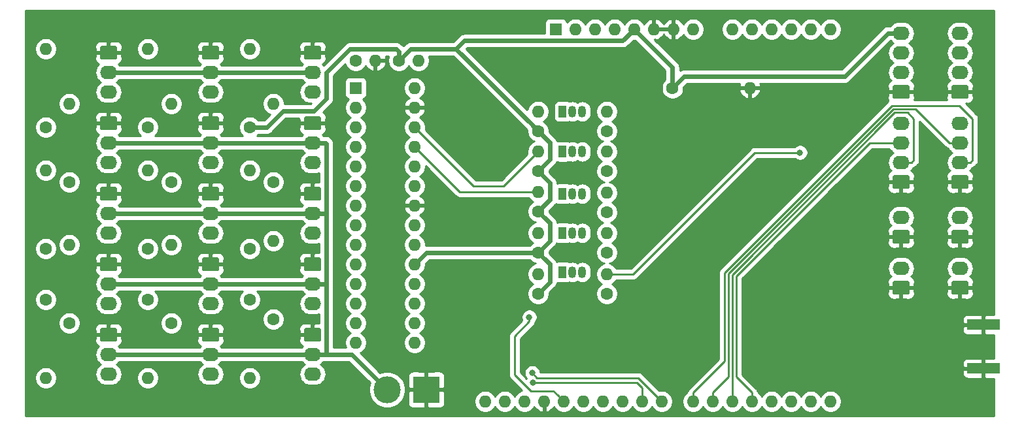
<source format=gbl>
G04 #@! TF.GenerationSoftware,KiCad,Pcbnew,5.1.5+dfsg1-2build2*
G04 #@! TF.CreationDate,2020-11-09T00:10:50+01:00*
G04 #@! TF.ProjectId,motherboard,6d6f7468-6572-4626-9f61-72642e6b6963,rev?*
G04 #@! TF.SameCoordinates,Original*
G04 #@! TF.FileFunction,Copper,L2,Bot*
G04 #@! TF.FilePolarity,Positive*
%FSLAX46Y46*%
G04 Gerber Fmt 4.6, Leading zero omitted, Abs format (unit mm)*
G04 Created by KiCad (PCBNEW 5.1.5+dfsg1-2build2) date 2020-11-09 00:10:50*
%MOMM*%
%LPD*%
G04 APERTURE LIST*
%ADD10O,1.600000X1.600000*%
%ADD11R,1.600000X1.600000*%
%ADD12C,1.600000*%
%ADD13O,2.200000X1.740000*%
%ADD14C,0.100000*%
%ADD15R,4.200000X1.350000*%
%ADD16R,1.050000X1.500000*%
%ADD17O,1.050000X1.500000*%
%ADD18R,3.500120X3.500120*%
%ADD19C,3.500120*%
%ADD20C,0.800000*%
%ADD21C,0.250000*%
%ADD22C,0.600000*%
%ADD23C,0.254000*%
G04 APERTURE END LIST*
D10*
X96012000Y-102108000D03*
X98552000Y-102108000D03*
X58932000Y-102108000D03*
X98552000Y-53848000D03*
X61472000Y-102108000D03*
X96012000Y-53848000D03*
X64012000Y-102108000D03*
X93472000Y-53848000D03*
X66552000Y-102108000D03*
X90932000Y-53848000D03*
X69092000Y-102108000D03*
X88392000Y-53848000D03*
X71632000Y-102108000D03*
X85852000Y-53848000D03*
X74172000Y-102108000D03*
X80772000Y-53848000D03*
X76712000Y-102108000D03*
X78232000Y-53848000D03*
X80772000Y-102108000D03*
X75692000Y-53848000D03*
X83312000Y-102108000D03*
X73152000Y-53848000D03*
X85852000Y-102108000D03*
X70612000Y-53848000D03*
X88392000Y-102108000D03*
X68072000Y-53848000D03*
X90932000Y-102108000D03*
X65532000Y-53848000D03*
X93472000Y-102108000D03*
D11*
X62992000Y-53848000D03*
D10*
X56392000Y-102108000D03*
X53852000Y-102108000D03*
X60706000Y-69723000D03*
D12*
X60706000Y-72263000D03*
D10*
X60706000Y-64516000D03*
D12*
X60706000Y-67056000D03*
X42672000Y-57912000D03*
D10*
X45212000Y-57912000D03*
D12*
X78105000Y-61468000D03*
D10*
X88105000Y-61468000D03*
D13*
X107696000Y-78232000D03*
G04 #@! TA.AperFunction,ComponentPad*
D14*
G36*
X108570505Y-79903204D02*
G01*
X108594773Y-79906804D01*
X108618572Y-79912765D01*
X108641671Y-79921030D01*
X108663850Y-79931520D01*
X108684893Y-79944132D01*
X108704599Y-79958747D01*
X108722777Y-79975223D01*
X108739253Y-79993401D01*
X108753868Y-80013107D01*
X108766480Y-80034150D01*
X108776970Y-80056329D01*
X108785235Y-80079428D01*
X108791196Y-80103227D01*
X108794796Y-80127495D01*
X108796000Y-80151999D01*
X108796000Y-81392001D01*
X108794796Y-81416505D01*
X108791196Y-81440773D01*
X108785235Y-81464572D01*
X108776970Y-81487671D01*
X108766480Y-81509850D01*
X108753868Y-81530893D01*
X108739253Y-81550599D01*
X108722777Y-81568777D01*
X108704599Y-81585253D01*
X108684893Y-81599868D01*
X108663850Y-81612480D01*
X108641671Y-81622970D01*
X108618572Y-81631235D01*
X108594773Y-81637196D01*
X108570505Y-81640796D01*
X108546001Y-81642000D01*
X106845999Y-81642000D01*
X106821495Y-81640796D01*
X106797227Y-81637196D01*
X106773428Y-81631235D01*
X106750329Y-81622970D01*
X106728150Y-81612480D01*
X106707107Y-81599868D01*
X106687401Y-81585253D01*
X106669223Y-81568777D01*
X106652747Y-81550599D01*
X106638132Y-81530893D01*
X106625520Y-81509850D01*
X106615030Y-81487671D01*
X106606765Y-81464572D01*
X106600804Y-81440773D01*
X106597204Y-81416505D01*
X106596000Y-81392001D01*
X106596000Y-80151999D01*
X106597204Y-80127495D01*
X106600804Y-80103227D01*
X106606765Y-80079428D01*
X106615030Y-80056329D01*
X106625520Y-80034150D01*
X106638132Y-80013107D01*
X106652747Y-79993401D01*
X106669223Y-79975223D01*
X106687401Y-79958747D01*
X106707107Y-79944132D01*
X106728150Y-79931520D01*
X106750329Y-79921030D01*
X106773428Y-79912765D01*
X106797227Y-79906804D01*
X106821495Y-79903204D01*
X106845999Y-79902000D01*
X108546001Y-79902000D01*
X108570505Y-79903204D01*
G37*
G04 #@! TD.AperFunction*
D13*
X107696000Y-54356000D03*
X107696000Y-56896000D03*
X107696000Y-59436000D03*
G04 #@! TA.AperFunction,ComponentPad*
D14*
G36*
X108570505Y-61107204D02*
G01*
X108594773Y-61110804D01*
X108618572Y-61116765D01*
X108641671Y-61125030D01*
X108663850Y-61135520D01*
X108684893Y-61148132D01*
X108704599Y-61162747D01*
X108722777Y-61179223D01*
X108739253Y-61197401D01*
X108753868Y-61217107D01*
X108766480Y-61238150D01*
X108776970Y-61260329D01*
X108785235Y-61283428D01*
X108791196Y-61307227D01*
X108794796Y-61331495D01*
X108796000Y-61355999D01*
X108796000Y-62596001D01*
X108794796Y-62620505D01*
X108791196Y-62644773D01*
X108785235Y-62668572D01*
X108776970Y-62691671D01*
X108766480Y-62713850D01*
X108753868Y-62734893D01*
X108739253Y-62754599D01*
X108722777Y-62772777D01*
X108704599Y-62789253D01*
X108684893Y-62803868D01*
X108663850Y-62816480D01*
X108641671Y-62826970D01*
X108618572Y-62835235D01*
X108594773Y-62841196D01*
X108570505Y-62844796D01*
X108546001Y-62846000D01*
X106845999Y-62846000D01*
X106821495Y-62844796D01*
X106797227Y-62841196D01*
X106773428Y-62835235D01*
X106750329Y-62826970D01*
X106728150Y-62816480D01*
X106707107Y-62803868D01*
X106687401Y-62789253D01*
X106669223Y-62772777D01*
X106652747Y-62754599D01*
X106638132Y-62734893D01*
X106625520Y-62713850D01*
X106615030Y-62691671D01*
X106606765Y-62668572D01*
X106600804Y-62644773D01*
X106597204Y-62620505D01*
X106596000Y-62596001D01*
X106596000Y-61355999D01*
X106597204Y-61331495D01*
X106600804Y-61307227D01*
X106606765Y-61283428D01*
X106615030Y-61260329D01*
X106625520Y-61238150D01*
X106638132Y-61217107D01*
X106652747Y-61197401D01*
X106669223Y-61179223D01*
X106687401Y-61162747D01*
X106707107Y-61148132D01*
X106728150Y-61135520D01*
X106750329Y-61125030D01*
X106773428Y-61116765D01*
X106797227Y-61110804D01*
X106821495Y-61107204D01*
X106845999Y-61106000D01*
X108546001Y-61106000D01*
X108570505Y-61107204D01*
G37*
G04 #@! TD.AperFunction*
G04 #@! TA.AperFunction,ComponentPad*
G36*
X116190505Y-79903204D02*
G01*
X116214773Y-79906804D01*
X116238572Y-79912765D01*
X116261671Y-79921030D01*
X116283850Y-79931520D01*
X116304893Y-79944132D01*
X116324599Y-79958747D01*
X116342777Y-79975223D01*
X116359253Y-79993401D01*
X116373868Y-80013107D01*
X116386480Y-80034150D01*
X116396970Y-80056329D01*
X116405235Y-80079428D01*
X116411196Y-80103227D01*
X116414796Y-80127495D01*
X116416000Y-80151999D01*
X116416000Y-81392001D01*
X116414796Y-81416505D01*
X116411196Y-81440773D01*
X116405235Y-81464572D01*
X116396970Y-81487671D01*
X116386480Y-81509850D01*
X116373868Y-81530893D01*
X116359253Y-81550599D01*
X116342777Y-81568777D01*
X116324599Y-81585253D01*
X116304893Y-81599868D01*
X116283850Y-81612480D01*
X116261671Y-81622970D01*
X116238572Y-81631235D01*
X116214773Y-81637196D01*
X116190505Y-81640796D01*
X116166001Y-81642000D01*
X114465999Y-81642000D01*
X114441495Y-81640796D01*
X114417227Y-81637196D01*
X114393428Y-81631235D01*
X114370329Y-81622970D01*
X114348150Y-81612480D01*
X114327107Y-81599868D01*
X114307401Y-81585253D01*
X114289223Y-81568777D01*
X114272747Y-81550599D01*
X114258132Y-81530893D01*
X114245520Y-81509850D01*
X114235030Y-81487671D01*
X114226765Y-81464572D01*
X114220804Y-81440773D01*
X114217204Y-81416505D01*
X114216000Y-81392001D01*
X114216000Y-80151999D01*
X114217204Y-80127495D01*
X114220804Y-80103227D01*
X114226765Y-80079428D01*
X114235030Y-80056329D01*
X114245520Y-80034150D01*
X114258132Y-80013107D01*
X114272747Y-79993401D01*
X114289223Y-79975223D01*
X114307401Y-79958747D01*
X114327107Y-79944132D01*
X114348150Y-79931520D01*
X114370329Y-79921030D01*
X114393428Y-79912765D01*
X114417227Y-79906804D01*
X114441495Y-79903204D01*
X114465999Y-79902000D01*
X116166001Y-79902000D01*
X116190505Y-79903204D01*
G37*
G04 #@! TD.AperFunction*
D13*
X115316000Y-78232000D03*
G04 #@! TA.AperFunction,ComponentPad*
D14*
G36*
X116190505Y-61107204D02*
G01*
X116214773Y-61110804D01*
X116238572Y-61116765D01*
X116261671Y-61125030D01*
X116283850Y-61135520D01*
X116304893Y-61148132D01*
X116324599Y-61162747D01*
X116342777Y-61179223D01*
X116359253Y-61197401D01*
X116373868Y-61217107D01*
X116386480Y-61238150D01*
X116396970Y-61260329D01*
X116405235Y-61283428D01*
X116411196Y-61307227D01*
X116414796Y-61331495D01*
X116416000Y-61355999D01*
X116416000Y-62596001D01*
X116414796Y-62620505D01*
X116411196Y-62644773D01*
X116405235Y-62668572D01*
X116396970Y-62691671D01*
X116386480Y-62713850D01*
X116373868Y-62734893D01*
X116359253Y-62754599D01*
X116342777Y-62772777D01*
X116324599Y-62789253D01*
X116304893Y-62803868D01*
X116283850Y-62816480D01*
X116261671Y-62826970D01*
X116238572Y-62835235D01*
X116214773Y-62841196D01*
X116190505Y-62844796D01*
X116166001Y-62846000D01*
X114465999Y-62846000D01*
X114441495Y-62844796D01*
X114417227Y-62841196D01*
X114393428Y-62835235D01*
X114370329Y-62826970D01*
X114348150Y-62816480D01*
X114327107Y-62803868D01*
X114307401Y-62789253D01*
X114289223Y-62772777D01*
X114272747Y-62754599D01*
X114258132Y-62734893D01*
X114245520Y-62713850D01*
X114235030Y-62691671D01*
X114226765Y-62668572D01*
X114220804Y-62644773D01*
X114217204Y-62620505D01*
X114216000Y-62596001D01*
X114216000Y-61355999D01*
X114217204Y-61331495D01*
X114220804Y-61307227D01*
X114226765Y-61283428D01*
X114235030Y-61260329D01*
X114245520Y-61238150D01*
X114258132Y-61217107D01*
X114272747Y-61197401D01*
X114289223Y-61179223D01*
X114307401Y-61162747D01*
X114327107Y-61148132D01*
X114348150Y-61135520D01*
X114370329Y-61125030D01*
X114393428Y-61116765D01*
X114417227Y-61110804D01*
X114441495Y-61107204D01*
X114465999Y-61106000D01*
X116166001Y-61106000D01*
X116190505Y-61107204D01*
G37*
G04 #@! TD.AperFunction*
D13*
X115316000Y-59436000D03*
X115316000Y-56896000D03*
X115316000Y-54356000D03*
X107696000Y-84836000D03*
G04 #@! TA.AperFunction,ComponentPad*
D14*
G36*
X108570505Y-86507204D02*
G01*
X108594773Y-86510804D01*
X108618572Y-86516765D01*
X108641671Y-86525030D01*
X108663850Y-86535520D01*
X108684893Y-86548132D01*
X108704599Y-86562747D01*
X108722777Y-86579223D01*
X108739253Y-86597401D01*
X108753868Y-86617107D01*
X108766480Y-86638150D01*
X108776970Y-86660329D01*
X108785235Y-86683428D01*
X108791196Y-86707227D01*
X108794796Y-86731495D01*
X108796000Y-86755999D01*
X108796000Y-87996001D01*
X108794796Y-88020505D01*
X108791196Y-88044773D01*
X108785235Y-88068572D01*
X108776970Y-88091671D01*
X108766480Y-88113850D01*
X108753868Y-88134893D01*
X108739253Y-88154599D01*
X108722777Y-88172777D01*
X108704599Y-88189253D01*
X108684893Y-88203868D01*
X108663850Y-88216480D01*
X108641671Y-88226970D01*
X108618572Y-88235235D01*
X108594773Y-88241196D01*
X108570505Y-88244796D01*
X108546001Y-88246000D01*
X106845999Y-88246000D01*
X106821495Y-88244796D01*
X106797227Y-88241196D01*
X106773428Y-88235235D01*
X106750329Y-88226970D01*
X106728150Y-88216480D01*
X106707107Y-88203868D01*
X106687401Y-88189253D01*
X106669223Y-88172777D01*
X106652747Y-88154599D01*
X106638132Y-88134893D01*
X106625520Y-88113850D01*
X106615030Y-88091671D01*
X106606765Y-88068572D01*
X106600804Y-88044773D01*
X106597204Y-88020505D01*
X106596000Y-87996001D01*
X106596000Y-86755999D01*
X106597204Y-86731495D01*
X106600804Y-86707227D01*
X106606765Y-86683428D01*
X106615030Y-86660329D01*
X106625520Y-86638150D01*
X106638132Y-86617107D01*
X106652747Y-86597401D01*
X106669223Y-86579223D01*
X106687401Y-86562747D01*
X106707107Y-86548132D01*
X106728150Y-86535520D01*
X106750329Y-86525030D01*
X106773428Y-86516765D01*
X106797227Y-86510804D01*
X106821495Y-86507204D01*
X106845999Y-86506000D01*
X108546001Y-86506000D01*
X108570505Y-86507204D01*
G37*
G04 #@! TD.AperFunction*
D15*
X118364000Y-97821000D03*
X118364000Y-92171000D03*
G04 #@! TA.AperFunction,ComponentPad*
D14*
G36*
X108570505Y-72791204D02*
G01*
X108594773Y-72794804D01*
X108618572Y-72800765D01*
X108641671Y-72809030D01*
X108663850Y-72819520D01*
X108684893Y-72832132D01*
X108704599Y-72846747D01*
X108722777Y-72863223D01*
X108739253Y-72881401D01*
X108753868Y-72901107D01*
X108766480Y-72922150D01*
X108776970Y-72944329D01*
X108785235Y-72967428D01*
X108791196Y-72991227D01*
X108794796Y-73015495D01*
X108796000Y-73039999D01*
X108796000Y-74280001D01*
X108794796Y-74304505D01*
X108791196Y-74328773D01*
X108785235Y-74352572D01*
X108776970Y-74375671D01*
X108766480Y-74397850D01*
X108753868Y-74418893D01*
X108739253Y-74438599D01*
X108722777Y-74456777D01*
X108704599Y-74473253D01*
X108684893Y-74487868D01*
X108663850Y-74500480D01*
X108641671Y-74510970D01*
X108618572Y-74519235D01*
X108594773Y-74525196D01*
X108570505Y-74528796D01*
X108546001Y-74530000D01*
X106845999Y-74530000D01*
X106821495Y-74528796D01*
X106797227Y-74525196D01*
X106773428Y-74519235D01*
X106750329Y-74510970D01*
X106728150Y-74500480D01*
X106707107Y-74487868D01*
X106687401Y-74473253D01*
X106669223Y-74456777D01*
X106652747Y-74438599D01*
X106638132Y-74418893D01*
X106625520Y-74397850D01*
X106615030Y-74375671D01*
X106606765Y-74352572D01*
X106600804Y-74328773D01*
X106597204Y-74304505D01*
X106596000Y-74280001D01*
X106596000Y-73039999D01*
X106597204Y-73015495D01*
X106600804Y-72991227D01*
X106606765Y-72967428D01*
X106615030Y-72944329D01*
X106625520Y-72922150D01*
X106638132Y-72901107D01*
X106652747Y-72881401D01*
X106669223Y-72863223D01*
X106687401Y-72846747D01*
X106707107Y-72832132D01*
X106728150Y-72819520D01*
X106750329Y-72809030D01*
X106773428Y-72800765D01*
X106797227Y-72794804D01*
X106821495Y-72791204D01*
X106845999Y-72790000D01*
X108546001Y-72790000D01*
X108570505Y-72791204D01*
G37*
G04 #@! TD.AperFunction*
D13*
X107696000Y-71120000D03*
X107696000Y-68580000D03*
X107696000Y-66040000D03*
G04 #@! TA.AperFunction,ComponentPad*
D14*
G36*
X116190505Y-86507204D02*
G01*
X116214773Y-86510804D01*
X116238572Y-86516765D01*
X116261671Y-86525030D01*
X116283850Y-86535520D01*
X116304893Y-86548132D01*
X116324599Y-86562747D01*
X116342777Y-86579223D01*
X116359253Y-86597401D01*
X116373868Y-86617107D01*
X116386480Y-86638150D01*
X116396970Y-86660329D01*
X116405235Y-86683428D01*
X116411196Y-86707227D01*
X116414796Y-86731495D01*
X116416000Y-86755999D01*
X116416000Y-87996001D01*
X116414796Y-88020505D01*
X116411196Y-88044773D01*
X116405235Y-88068572D01*
X116396970Y-88091671D01*
X116386480Y-88113850D01*
X116373868Y-88134893D01*
X116359253Y-88154599D01*
X116342777Y-88172777D01*
X116324599Y-88189253D01*
X116304893Y-88203868D01*
X116283850Y-88216480D01*
X116261671Y-88226970D01*
X116238572Y-88235235D01*
X116214773Y-88241196D01*
X116190505Y-88244796D01*
X116166001Y-88246000D01*
X114465999Y-88246000D01*
X114441495Y-88244796D01*
X114417227Y-88241196D01*
X114393428Y-88235235D01*
X114370329Y-88226970D01*
X114348150Y-88216480D01*
X114327107Y-88203868D01*
X114307401Y-88189253D01*
X114289223Y-88172777D01*
X114272747Y-88154599D01*
X114258132Y-88134893D01*
X114245520Y-88113850D01*
X114235030Y-88091671D01*
X114226765Y-88068572D01*
X114220804Y-88044773D01*
X114217204Y-88020505D01*
X114216000Y-87996001D01*
X114216000Y-86755999D01*
X114217204Y-86731495D01*
X114220804Y-86707227D01*
X114226765Y-86683428D01*
X114235030Y-86660329D01*
X114245520Y-86638150D01*
X114258132Y-86617107D01*
X114272747Y-86597401D01*
X114289223Y-86579223D01*
X114307401Y-86562747D01*
X114327107Y-86548132D01*
X114348150Y-86535520D01*
X114370329Y-86525030D01*
X114393428Y-86516765D01*
X114417227Y-86510804D01*
X114441495Y-86507204D01*
X114465999Y-86506000D01*
X116166001Y-86506000D01*
X116190505Y-86507204D01*
G37*
G04 #@! TD.AperFunction*
D13*
X115316000Y-84836000D03*
X115316000Y-66040000D03*
X115316000Y-68580000D03*
X115316000Y-71120000D03*
G04 #@! TA.AperFunction,ComponentPad*
D14*
G36*
X116190505Y-72791204D02*
G01*
X116214773Y-72794804D01*
X116238572Y-72800765D01*
X116261671Y-72809030D01*
X116283850Y-72819520D01*
X116304893Y-72832132D01*
X116324599Y-72846747D01*
X116342777Y-72863223D01*
X116359253Y-72881401D01*
X116373868Y-72901107D01*
X116386480Y-72922150D01*
X116396970Y-72944329D01*
X116405235Y-72967428D01*
X116411196Y-72991227D01*
X116414796Y-73015495D01*
X116416000Y-73039999D01*
X116416000Y-74280001D01*
X116414796Y-74304505D01*
X116411196Y-74328773D01*
X116405235Y-74352572D01*
X116396970Y-74375671D01*
X116386480Y-74397850D01*
X116373868Y-74418893D01*
X116359253Y-74438599D01*
X116342777Y-74456777D01*
X116324599Y-74473253D01*
X116304893Y-74487868D01*
X116283850Y-74500480D01*
X116261671Y-74510970D01*
X116238572Y-74519235D01*
X116214773Y-74525196D01*
X116190505Y-74528796D01*
X116166001Y-74530000D01*
X114465999Y-74530000D01*
X114441495Y-74528796D01*
X114417227Y-74525196D01*
X114393428Y-74519235D01*
X114370329Y-74510970D01*
X114348150Y-74500480D01*
X114327107Y-74487868D01*
X114307401Y-74473253D01*
X114289223Y-74456777D01*
X114272747Y-74438599D01*
X114258132Y-74418893D01*
X114245520Y-74397850D01*
X114235030Y-74375671D01*
X114226765Y-74352572D01*
X114220804Y-74328773D01*
X114217204Y-74304505D01*
X114216000Y-74280001D01*
X114216000Y-73039999D01*
X114217204Y-73015495D01*
X114220804Y-72991227D01*
X114226765Y-72967428D01*
X114235030Y-72944329D01*
X114245520Y-72922150D01*
X114258132Y-72901107D01*
X114272747Y-72881401D01*
X114289223Y-72863223D01*
X114307401Y-72846747D01*
X114327107Y-72832132D01*
X114348150Y-72819520D01*
X114370329Y-72809030D01*
X114393428Y-72800765D01*
X114417227Y-72794804D01*
X114441495Y-72791204D01*
X114465999Y-72790000D01*
X116166001Y-72790000D01*
X116190505Y-72791204D01*
G37*
G04 #@! TD.AperFunction*
G04 #@! TA.AperFunction,ComponentPad*
G36*
X5954505Y-74315204D02*
G01*
X5978773Y-74318804D01*
X6002572Y-74324765D01*
X6025671Y-74333030D01*
X6047850Y-74343520D01*
X6068893Y-74356132D01*
X6088599Y-74370747D01*
X6106777Y-74387223D01*
X6123253Y-74405401D01*
X6137868Y-74425107D01*
X6150480Y-74446150D01*
X6160970Y-74468329D01*
X6169235Y-74491428D01*
X6175196Y-74515227D01*
X6178796Y-74539495D01*
X6180000Y-74563999D01*
X6180000Y-75804001D01*
X6178796Y-75828505D01*
X6175196Y-75852773D01*
X6169235Y-75876572D01*
X6160970Y-75899671D01*
X6150480Y-75921850D01*
X6137868Y-75942893D01*
X6123253Y-75962599D01*
X6106777Y-75980777D01*
X6088599Y-75997253D01*
X6068893Y-76011868D01*
X6047850Y-76024480D01*
X6025671Y-76034970D01*
X6002572Y-76043235D01*
X5978773Y-76049196D01*
X5954505Y-76052796D01*
X5930001Y-76054000D01*
X4229999Y-76054000D01*
X4205495Y-76052796D01*
X4181227Y-76049196D01*
X4157428Y-76043235D01*
X4134329Y-76034970D01*
X4112150Y-76024480D01*
X4091107Y-76011868D01*
X4071401Y-75997253D01*
X4053223Y-75980777D01*
X4036747Y-75962599D01*
X4022132Y-75942893D01*
X4009520Y-75921850D01*
X3999030Y-75899671D01*
X3990765Y-75876572D01*
X3984804Y-75852773D01*
X3981204Y-75828505D01*
X3980000Y-75804001D01*
X3980000Y-74563999D01*
X3981204Y-74539495D01*
X3984804Y-74515227D01*
X3990765Y-74491428D01*
X3999030Y-74468329D01*
X4009520Y-74446150D01*
X4022132Y-74425107D01*
X4036747Y-74405401D01*
X4053223Y-74387223D01*
X4071401Y-74370747D01*
X4091107Y-74356132D01*
X4112150Y-74343520D01*
X4134329Y-74333030D01*
X4157428Y-74324765D01*
X4181227Y-74318804D01*
X4205495Y-74315204D01*
X4229999Y-74314000D01*
X5930001Y-74314000D01*
X5954505Y-74315204D01*
G37*
G04 #@! TD.AperFunction*
D13*
X5080000Y-77724000D03*
X5080000Y-80264000D03*
X31496000Y-61976000D03*
X31496000Y-59436000D03*
G04 #@! TA.AperFunction,ComponentPad*
D14*
G36*
X32370505Y-56027204D02*
G01*
X32394773Y-56030804D01*
X32418572Y-56036765D01*
X32441671Y-56045030D01*
X32463850Y-56055520D01*
X32484893Y-56068132D01*
X32504599Y-56082747D01*
X32522777Y-56099223D01*
X32539253Y-56117401D01*
X32553868Y-56137107D01*
X32566480Y-56158150D01*
X32576970Y-56180329D01*
X32585235Y-56203428D01*
X32591196Y-56227227D01*
X32594796Y-56251495D01*
X32596000Y-56275999D01*
X32596000Y-57516001D01*
X32594796Y-57540505D01*
X32591196Y-57564773D01*
X32585235Y-57588572D01*
X32576970Y-57611671D01*
X32566480Y-57633850D01*
X32553868Y-57654893D01*
X32539253Y-57674599D01*
X32522777Y-57692777D01*
X32504599Y-57709253D01*
X32484893Y-57723868D01*
X32463850Y-57736480D01*
X32441671Y-57746970D01*
X32418572Y-57755235D01*
X32394773Y-57761196D01*
X32370505Y-57764796D01*
X32346001Y-57766000D01*
X30645999Y-57766000D01*
X30621495Y-57764796D01*
X30597227Y-57761196D01*
X30573428Y-57755235D01*
X30550329Y-57746970D01*
X30528150Y-57736480D01*
X30507107Y-57723868D01*
X30487401Y-57709253D01*
X30469223Y-57692777D01*
X30452747Y-57674599D01*
X30438132Y-57654893D01*
X30425520Y-57633850D01*
X30415030Y-57611671D01*
X30406765Y-57588572D01*
X30400804Y-57564773D01*
X30397204Y-57540505D01*
X30396000Y-57516001D01*
X30396000Y-56275999D01*
X30397204Y-56251495D01*
X30400804Y-56227227D01*
X30406765Y-56203428D01*
X30415030Y-56180329D01*
X30425520Y-56158150D01*
X30438132Y-56137107D01*
X30452747Y-56117401D01*
X30469223Y-56099223D01*
X30487401Y-56082747D01*
X30507107Y-56068132D01*
X30528150Y-56055520D01*
X30550329Y-56045030D01*
X30573428Y-56036765D01*
X30597227Y-56030804D01*
X30621495Y-56027204D01*
X30645999Y-56026000D01*
X32346001Y-56026000D01*
X32370505Y-56027204D01*
G37*
G04 #@! TD.AperFunction*
G04 #@! TA.AperFunction,ComponentPad*
G36*
X19162505Y-65171204D02*
G01*
X19186773Y-65174804D01*
X19210572Y-65180765D01*
X19233671Y-65189030D01*
X19255850Y-65199520D01*
X19276893Y-65212132D01*
X19296599Y-65226747D01*
X19314777Y-65243223D01*
X19331253Y-65261401D01*
X19345868Y-65281107D01*
X19358480Y-65302150D01*
X19368970Y-65324329D01*
X19377235Y-65347428D01*
X19383196Y-65371227D01*
X19386796Y-65395495D01*
X19388000Y-65419999D01*
X19388000Y-66660001D01*
X19386796Y-66684505D01*
X19383196Y-66708773D01*
X19377235Y-66732572D01*
X19368970Y-66755671D01*
X19358480Y-66777850D01*
X19345868Y-66798893D01*
X19331253Y-66818599D01*
X19314777Y-66836777D01*
X19296599Y-66853253D01*
X19276893Y-66867868D01*
X19255850Y-66880480D01*
X19233671Y-66890970D01*
X19210572Y-66899235D01*
X19186773Y-66905196D01*
X19162505Y-66908796D01*
X19138001Y-66910000D01*
X17437999Y-66910000D01*
X17413495Y-66908796D01*
X17389227Y-66905196D01*
X17365428Y-66899235D01*
X17342329Y-66890970D01*
X17320150Y-66880480D01*
X17299107Y-66867868D01*
X17279401Y-66853253D01*
X17261223Y-66836777D01*
X17244747Y-66818599D01*
X17230132Y-66798893D01*
X17217520Y-66777850D01*
X17207030Y-66755671D01*
X17198765Y-66732572D01*
X17192804Y-66708773D01*
X17189204Y-66684505D01*
X17188000Y-66660001D01*
X17188000Y-65419999D01*
X17189204Y-65395495D01*
X17192804Y-65371227D01*
X17198765Y-65347428D01*
X17207030Y-65324329D01*
X17217520Y-65302150D01*
X17230132Y-65281107D01*
X17244747Y-65261401D01*
X17261223Y-65243223D01*
X17279401Y-65226747D01*
X17299107Y-65212132D01*
X17320150Y-65199520D01*
X17342329Y-65189030D01*
X17365428Y-65180765D01*
X17389227Y-65174804D01*
X17413495Y-65171204D01*
X17437999Y-65170000D01*
X19138001Y-65170000D01*
X19162505Y-65171204D01*
G37*
G04 #@! TD.AperFunction*
D13*
X18288000Y-68580000D03*
X18288000Y-71120000D03*
G04 #@! TA.AperFunction,ComponentPad*
D14*
G36*
X5954505Y-65171204D02*
G01*
X5978773Y-65174804D01*
X6002572Y-65180765D01*
X6025671Y-65189030D01*
X6047850Y-65199520D01*
X6068893Y-65212132D01*
X6088599Y-65226747D01*
X6106777Y-65243223D01*
X6123253Y-65261401D01*
X6137868Y-65281107D01*
X6150480Y-65302150D01*
X6160970Y-65324329D01*
X6169235Y-65347428D01*
X6175196Y-65371227D01*
X6178796Y-65395495D01*
X6180000Y-65419999D01*
X6180000Y-66660001D01*
X6178796Y-66684505D01*
X6175196Y-66708773D01*
X6169235Y-66732572D01*
X6160970Y-66755671D01*
X6150480Y-66777850D01*
X6137868Y-66798893D01*
X6123253Y-66818599D01*
X6106777Y-66836777D01*
X6088599Y-66853253D01*
X6068893Y-66867868D01*
X6047850Y-66880480D01*
X6025671Y-66890970D01*
X6002572Y-66899235D01*
X5978773Y-66905196D01*
X5954505Y-66908796D01*
X5930001Y-66910000D01*
X4229999Y-66910000D01*
X4205495Y-66908796D01*
X4181227Y-66905196D01*
X4157428Y-66899235D01*
X4134329Y-66890970D01*
X4112150Y-66880480D01*
X4091107Y-66867868D01*
X4071401Y-66853253D01*
X4053223Y-66836777D01*
X4036747Y-66818599D01*
X4022132Y-66798893D01*
X4009520Y-66777850D01*
X3999030Y-66755671D01*
X3990765Y-66732572D01*
X3984804Y-66708773D01*
X3981204Y-66684505D01*
X3980000Y-66660001D01*
X3980000Y-65419999D01*
X3981204Y-65395495D01*
X3984804Y-65371227D01*
X3990765Y-65347428D01*
X3999030Y-65324329D01*
X4009520Y-65302150D01*
X4022132Y-65281107D01*
X4036747Y-65261401D01*
X4053223Y-65243223D01*
X4071401Y-65226747D01*
X4091107Y-65212132D01*
X4112150Y-65199520D01*
X4134329Y-65189030D01*
X4157428Y-65180765D01*
X4181227Y-65174804D01*
X4205495Y-65171204D01*
X4229999Y-65170000D01*
X5930001Y-65170000D01*
X5954505Y-65171204D01*
G37*
G04 #@! TD.AperFunction*
D13*
X5080000Y-68580000D03*
X5080000Y-71120000D03*
X18288000Y-61976000D03*
X18288000Y-59436000D03*
G04 #@! TA.AperFunction,ComponentPad*
D14*
G36*
X19162505Y-56027204D02*
G01*
X19186773Y-56030804D01*
X19210572Y-56036765D01*
X19233671Y-56045030D01*
X19255850Y-56055520D01*
X19276893Y-56068132D01*
X19296599Y-56082747D01*
X19314777Y-56099223D01*
X19331253Y-56117401D01*
X19345868Y-56137107D01*
X19358480Y-56158150D01*
X19368970Y-56180329D01*
X19377235Y-56203428D01*
X19383196Y-56227227D01*
X19386796Y-56251495D01*
X19388000Y-56275999D01*
X19388000Y-57516001D01*
X19386796Y-57540505D01*
X19383196Y-57564773D01*
X19377235Y-57588572D01*
X19368970Y-57611671D01*
X19358480Y-57633850D01*
X19345868Y-57654893D01*
X19331253Y-57674599D01*
X19314777Y-57692777D01*
X19296599Y-57709253D01*
X19276893Y-57723868D01*
X19255850Y-57736480D01*
X19233671Y-57746970D01*
X19210572Y-57755235D01*
X19186773Y-57761196D01*
X19162505Y-57764796D01*
X19138001Y-57766000D01*
X17437999Y-57766000D01*
X17413495Y-57764796D01*
X17389227Y-57761196D01*
X17365428Y-57755235D01*
X17342329Y-57746970D01*
X17320150Y-57736480D01*
X17299107Y-57723868D01*
X17279401Y-57709253D01*
X17261223Y-57692777D01*
X17244747Y-57674599D01*
X17230132Y-57654893D01*
X17217520Y-57633850D01*
X17207030Y-57611671D01*
X17198765Y-57588572D01*
X17192804Y-57564773D01*
X17189204Y-57540505D01*
X17188000Y-57516001D01*
X17188000Y-56275999D01*
X17189204Y-56251495D01*
X17192804Y-56227227D01*
X17198765Y-56203428D01*
X17207030Y-56180329D01*
X17217520Y-56158150D01*
X17230132Y-56137107D01*
X17244747Y-56117401D01*
X17261223Y-56099223D01*
X17279401Y-56082747D01*
X17299107Y-56068132D01*
X17320150Y-56055520D01*
X17342329Y-56045030D01*
X17365428Y-56036765D01*
X17389227Y-56030804D01*
X17413495Y-56027204D01*
X17437999Y-56026000D01*
X19138001Y-56026000D01*
X19162505Y-56027204D01*
G37*
G04 #@! TD.AperFunction*
D13*
X31496000Y-89408000D03*
X31496000Y-86868000D03*
G04 #@! TA.AperFunction,ComponentPad*
D14*
G36*
X32370505Y-83459204D02*
G01*
X32394773Y-83462804D01*
X32418572Y-83468765D01*
X32441671Y-83477030D01*
X32463850Y-83487520D01*
X32484893Y-83500132D01*
X32504599Y-83514747D01*
X32522777Y-83531223D01*
X32539253Y-83549401D01*
X32553868Y-83569107D01*
X32566480Y-83590150D01*
X32576970Y-83612329D01*
X32585235Y-83635428D01*
X32591196Y-83659227D01*
X32594796Y-83683495D01*
X32596000Y-83707999D01*
X32596000Y-84948001D01*
X32594796Y-84972505D01*
X32591196Y-84996773D01*
X32585235Y-85020572D01*
X32576970Y-85043671D01*
X32566480Y-85065850D01*
X32553868Y-85086893D01*
X32539253Y-85106599D01*
X32522777Y-85124777D01*
X32504599Y-85141253D01*
X32484893Y-85155868D01*
X32463850Y-85168480D01*
X32441671Y-85178970D01*
X32418572Y-85187235D01*
X32394773Y-85193196D01*
X32370505Y-85196796D01*
X32346001Y-85198000D01*
X30645999Y-85198000D01*
X30621495Y-85196796D01*
X30597227Y-85193196D01*
X30573428Y-85187235D01*
X30550329Y-85178970D01*
X30528150Y-85168480D01*
X30507107Y-85155868D01*
X30487401Y-85141253D01*
X30469223Y-85124777D01*
X30452747Y-85106599D01*
X30438132Y-85086893D01*
X30425520Y-85065850D01*
X30415030Y-85043671D01*
X30406765Y-85020572D01*
X30400804Y-84996773D01*
X30397204Y-84972505D01*
X30396000Y-84948001D01*
X30396000Y-83707999D01*
X30397204Y-83683495D01*
X30400804Y-83659227D01*
X30406765Y-83635428D01*
X30415030Y-83612329D01*
X30425520Y-83590150D01*
X30438132Y-83569107D01*
X30452747Y-83549401D01*
X30469223Y-83531223D01*
X30487401Y-83514747D01*
X30507107Y-83500132D01*
X30528150Y-83487520D01*
X30550329Y-83477030D01*
X30573428Y-83468765D01*
X30597227Y-83462804D01*
X30621495Y-83459204D01*
X30645999Y-83458000D01*
X32346001Y-83458000D01*
X32370505Y-83459204D01*
G37*
G04 #@! TD.AperFunction*
G04 #@! TA.AperFunction,ComponentPad*
G36*
X19162505Y-83459204D02*
G01*
X19186773Y-83462804D01*
X19210572Y-83468765D01*
X19233671Y-83477030D01*
X19255850Y-83487520D01*
X19276893Y-83500132D01*
X19296599Y-83514747D01*
X19314777Y-83531223D01*
X19331253Y-83549401D01*
X19345868Y-83569107D01*
X19358480Y-83590150D01*
X19368970Y-83612329D01*
X19377235Y-83635428D01*
X19383196Y-83659227D01*
X19386796Y-83683495D01*
X19388000Y-83707999D01*
X19388000Y-84948001D01*
X19386796Y-84972505D01*
X19383196Y-84996773D01*
X19377235Y-85020572D01*
X19368970Y-85043671D01*
X19358480Y-85065850D01*
X19345868Y-85086893D01*
X19331253Y-85106599D01*
X19314777Y-85124777D01*
X19296599Y-85141253D01*
X19276893Y-85155868D01*
X19255850Y-85168480D01*
X19233671Y-85178970D01*
X19210572Y-85187235D01*
X19186773Y-85193196D01*
X19162505Y-85196796D01*
X19138001Y-85198000D01*
X17437999Y-85198000D01*
X17413495Y-85196796D01*
X17389227Y-85193196D01*
X17365428Y-85187235D01*
X17342329Y-85178970D01*
X17320150Y-85168480D01*
X17299107Y-85155868D01*
X17279401Y-85141253D01*
X17261223Y-85124777D01*
X17244747Y-85106599D01*
X17230132Y-85086893D01*
X17217520Y-85065850D01*
X17207030Y-85043671D01*
X17198765Y-85020572D01*
X17192804Y-84996773D01*
X17189204Y-84972505D01*
X17188000Y-84948001D01*
X17188000Y-83707999D01*
X17189204Y-83683495D01*
X17192804Y-83659227D01*
X17198765Y-83635428D01*
X17207030Y-83612329D01*
X17217520Y-83590150D01*
X17230132Y-83569107D01*
X17244747Y-83549401D01*
X17261223Y-83531223D01*
X17279401Y-83514747D01*
X17299107Y-83500132D01*
X17320150Y-83487520D01*
X17342329Y-83477030D01*
X17365428Y-83468765D01*
X17389227Y-83462804D01*
X17413495Y-83459204D01*
X17437999Y-83458000D01*
X19138001Y-83458000D01*
X19162505Y-83459204D01*
G37*
G04 #@! TD.AperFunction*
D13*
X18288000Y-86868000D03*
X18288000Y-89408000D03*
G04 #@! TA.AperFunction,ComponentPad*
D14*
G36*
X5954505Y-56027204D02*
G01*
X5978773Y-56030804D01*
X6002572Y-56036765D01*
X6025671Y-56045030D01*
X6047850Y-56055520D01*
X6068893Y-56068132D01*
X6088599Y-56082747D01*
X6106777Y-56099223D01*
X6123253Y-56117401D01*
X6137868Y-56137107D01*
X6150480Y-56158150D01*
X6160970Y-56180329D01*
X6169235Y-56203428D01*
X6175196Y-56227227D01*
X6178796Y-56251495D01*
X6180000Y-56275999D01*
X6180000Y-57516001D01*
X6178796Y-57540505D01*
X6175196Y-57564773D01*
X6169235Y-57588572D01*
X6160970Y-57611671D01*
X6150480Y-57633850D01*
X6137868Y-57654893D01*
X6123253Y-57674599D01*
X6106777Y-57692777D01*
X6088599Y-57709253D01*
X6068893Y-57723868D01*
X6047850Y-57736480D01*
X6025671Y-57746970D01*
X6002572Y-57755235D01*
X5978773Y-57761196D01*
X5954505Y-57764796D01*
X5930001Y-57766000D01*
X4229999Y-57766000D01*
X4205495Y-57764796D01*
X4181227Y-57761196D01*
X4157428Y-57755235D01*
X4134329Y-57746970D01*
X4112150Y-57736480D01*
X4091107Y-57723868D01*
X4071401Y-57709253D01*
X4053223Y-57692777D01*
X4036747Y-57674599D01*
X4022132Y-57654893D01*
X4009520Y-57633850D01*
X3999030Y-57611671D01*
X3990765Y-57588572D01*
X3984804Y-57564773D01*
X3981204Y-57540505D01*
X3980000Y-57516001D01*
X3980000Y-56275999D01*
X3981204Y-56251495D01*
X3984804Y-56227227D01*
X3990765Y-56203428D01*
X3999030Y-56180329D01*
X4009520Y-56158150D01*
X4022132Y-56137107D01*
X4036747Y-56117401D01*
X4053223Y-56099223D01*
X4071401Y-56082747D01*
X4091107Y-56068132D01*
X4112150Y-56055520D01*
X4134329Y-56045030D01*
X4157428Y-56036765D01*
X4181227Y-56030804D01*
X4205495Y-56027204D01*
X4229999Y-56026000D01*
X5930001Y-56026000D01*
X5954505Y-56027204D01*
G37*
G04 #@! TD.AperFunction*
D13*
X5080000Y-59436000D03*
X5080000Y-61976000D03*
X31496000Y-80264000D03*
X31496000Y-77724000D03*
G04 #@! TA.AperFunction,ComponentPad*
D14*
G36*
X32370505Y-74315204D02*
G01*
X32394773Y-74318804D01*
X32418572Y-74324765D01*
X32441671Y-74333030D01*
X32463850Y-74343520D01*
X32484893Y-74356132D01*
X32504599Y-74370747D01*
X32522777Y-74387223D01*
X32539253Y-74405401D01*
X32553868Y-74425107D01*
X32566480Y-74446150D01*
X32576970Y-74468329D01*
X32585235Y-74491428D01*
X32591196Y-74515227D01*
X32594796Y-74539495D01*
X32596000Y-74563999D01*
X32596000Y-75804001D01*
X32594796Y-75828505D01*
X32591196Y-75852773D01*
X32585235Y-75876572D01*
X32576970Y-75899671D01*
X32566480Y-75921850D01*
X32553868Y-75942893D01*
X32539253Y-75962599D01*
X32522777Y-75980777D01*
X32504599Y-75997253D01*
X32484893Y-76011868D01*
X32463850Y-76024480D01*
X32441671Y-76034970D01*
X32418572Y-76043235D01*
X32394773Y-76049196D01*
X32370505Y-76052796D01*
X32346001Y-76054000D01*
X30645999Y-76054000D01*
X30621495Y-76052796D01*
X30597227Y-76049196D01*
X30573428Y-76043235D01*
X30550329Y-76034970D01*
X30528150Y-76024480D01*
X30507107Y-76011868D01*
X30487401Y-75997253D01*
X30469223Y-75980777D01*
X30452747Y-75962599D01*
X30438132Y-75942893D01*
X30425520Y-75921850D01*
X30415030Y-75899671D01*
X30406765Y-75876572D01*
X30400804Y-75852773D01*
X30397204Y-75828505D01*
X30396000Y-75804001D01*
X30396000Y-74563999D01*
X30397204Y-74539495D01*
X30400804Y-74515227D01*
X30406765Y-74491428D01*
X30415030Y-74468329D01*
X30425520Y-74446150D01*
X30438132Y-74425107D01*
X30452747Y-74405401D01*
X30469223Y-74387223D01*
X30487401Y-74370747D01*
X30507107Y-74356132D01*
X30528150Y-74343520D01*
X30550329Y-74333030D01*
X30573428Y-74324765D01*
X30597227Y-74318804D01*
X30621495Y-74315204D01*
X30645999Y-74314000D01*
X32346001Y-74314000D01*
X32370505Y-74315204D01*
G37*
G04 #@! TD.AperFunction*
D13*
X18288000Y-80264000D03*
X18288000Y-77724000D03*
G04 #@! TA.AperFunction,ComponentPad*
D14*
G36*
X19162505Y-74315204D02*
G01*
X19186773Y-74318804D01*
X19210572Y-74324765D01*
X19233671Y-74333030D01*
X19255850Y-74343520D01*
X19276893Y-74356132D01*
X19296599Y-74370747D01*
X19314777Y-74387223D01*
X19331253Y-74405401D01*
X19345868Y-74425107D01*
X19358480Y-74446150D01*
X19368970Y-74468329D01*
X19377235Y-74491428D01*
X19383196Y-74515227D01*
X19386796Y-74539495D01*
X19388000Y-74563999D01*
X19388000Y-75804001D01*
X19386796Y-75828505D01*
X19383196Y-75852773D01*
X19377235Y-75876572D01*
X19368970Y-75899671D01*
X19358480Y-75921850D01*
X19345868Y-75942893D01*
X19331253Y-75962599D01*
X19314777Y-75980777D01*
X19296599Y-75997253D01*
X19276893Y-76011868D01*
X19255850Y-76024480D01*
X19233671Y-76034970D01*
X19210572Y-76043235D01*
X19186773Y-76049196D01*
X19162505Y-76052796D01*
X19138001Y-76054000D01*
X17437999Y-76054000D01*
X17413495Y-76052796D01*
X17389227Y-76049196D01*
X17365428Y-76043235D01*
X17342329Y-76034970D01*
X17320150Y-76024480D01*
X17299107Y-76011868D01*
X17279401Y-75997253D01*
X17261223Y-75980777D01*
X17244747Y-75962599D01*
X17230132Y-75942893D01*
X17217520Y-75921850D01*
X17207030Y-75899671D01*
X17198765Y-75876572D01*
X17192804Y-75852773D01*
X17189204Y-75828505D01*
X17188000Y-75804001D01*
X17188000Y-74563999D01*
X17189204Y-74539495D01*
X17192804Y-74515227D01*
X17198765Y-74491428D01*
X17207030Y-74468329D01*
X17217520Y-74446150D01*
X17230132Y-74425107D01*
X17244747Y-74405401D01*
X17261223Y-74387223D01*
X17279401Y-74370747D01*
X17299107Y-74356132D01*
X17320150Y-74343520D01*
X17342329Y-74333030D01*
X17365428Y-74324765D01*
X17389227Y-74318804D01*
X17413495Y-74315204D01*
X17437999Y-74314000D01*
X19138001Y-74314000D01*
X19162505Y-74315204D01*
G37*
G04 #@! TD.AperFunction*
D13*
X5080000Y-89408000D03*
X5080000Y-86868000D03*
G04 #@! TA.AperFunction,ComponentPad*
D14*
G36*
X5954505Y-83459204D02*
G01*
X5978773Y-83462804D01*
X6002572Y-83468765D01*
X6025671Y-83477030D01*
X6047850Y-83487520D01*
X6068893Y-83500132D01*
X6088599Y-83514747D01*
X6106777Y-83531223D01*
X6123253Y-83549401D01*
X6137868Y-83569107D01*
X6150480Y-83590150D01*
X6160970Y-83612329D01*
X6169235Y-83635428D01*
X6175196Y-83659227D01*
X6178796Y-83683495D01*
X6180000Y-83707999D01*
X6180000Y-84948001D01*
X6178796Y-84972505D01*
X6175196Y-84996773D01*
X6169235Y-85020572D01*
X6160970Y-85043671D01*
X6150480Y-85065850D01*
X6137868Y-85086893D01*
X6123253Y-85106599D01*
X6106777Y-85124777D01*
X6088599Y-85141253D01*
X6068893Y-85155868D01*
X6047850Y-85168480D01*
X6025671Y-85178970D01*
X6002572Y-85187235D01*
X5978773Y-85193196D01*
X5954505Y-85196796D01*
X5930001Y-85198000D01*
X4229999Y-85198000D01*
X4205495Y-85196796D01*
X4181227Y-85193196D01*
X4157428Y-85187235D01*
X4134329Y-85178970D01*
X4112150Y-85168480D01*
X4091107Y-85155868D01*
X4071401Y-85141253D01*
X4053223Y-85124777D01*
X4036747Y-85106599D01*
X4022132Y-85086893D01*
X4009520Y-85065850D01*
X3999030Y-85043671D01*
X3990765Y-85020572D01*
X3984804Y-84996773D01*
X3981204Y-84972505D01*
X3980000Y-84948001D01*
X3980000Y-83707999D01*
X3981204Y-83683495D01*
X3984804Y-83659227D01*
X3990765Y-83635428D01*
X3999030Y-83612329D01*
X4009520Y-83590150D01*
X4022132Y-83569107D01*
X4036747Y-83549401D01*
X4053223Y-83531223D01*
X4071401Y-83514747D01*
X4091107Y-83500132D01*
X4112150Y-83487520D01*
X4134329Y-83477030D01*
X4157428Y-83468765D01*
X4181227Y-83462804D01*
X4205495Y-83459204D01*
X4229999Y-83458000D01*
X5930001Y-83458000D01*
X5954505Y-83459204D01*
G37*
G04 #@! TD.AperFunction*
G04 #@! TA.AperFunction,ComponentPad*
G36*
X32370505Y-65171204D02*
G01*
X32394773Y-65174804D01*
X32418572Y-65180765D01*
X32441671Y-65189030D01*
X32463850Y-65199520D01*
X32484893Y-65212132D01*
X32504599Y-65226747D01*
X32522777Y-65243223D01*
X32539253Y-65261401D01*
X32553868Y-65281107D01*
X32566480Y-65302150D01*
X32576970Y-65324329D01*
X32585235Y-65347428D01*
X32591196Y-65371227D01*
X32594796Y-65395495D01*
X32596000Y-65419999D01*
X32596000Y-66660001D01*
X32594796Y-66684505D01*
X32591196Y-66708773D01*
X32585235Y-66732572D01*
X32576970Y-66755671D01*
X32566480Y-66777850D01*
X32553868Y-66798893D01*
X32539253Y-66818599D01*
X32522777Y-66836777D01*
X32504599Y-66853253D01*
X32484893Y-66867868D01*
X32463850Y-66880480D01*
X32441671Y-66890970D01*
X32418572Y-66899235D01*
X32394773Y-66905196D01*
X32370505Y-66908796D01*
X32346001Y-66910000D01*
X30645999Y-66910000D01*
X30621495Y-66908796D01*
X30597227Y-66905196D01*
X30573428Y-66899235D01*
X30550329Y-66890970D01*
X30528150Y-66880480D01*
X30507107Y-66867868D01*
X30487401Y-66853253D01*
X30469223Y-66836777D01*
X30452747Y-66818599D01*
X30438132Y-66798893D01*
X30425520Y-66777850D01*
X30415030Y-66755671D01*
X30406765Y-66732572D01*
X30400804Y-66708773D01*
X30397204Y-66684505D01*
X30396000Y-66660001D01*
X30396000Y-65419999D01*
X30397204Y-65395495D01*
X30400804Y-65371227D01*
X30406765Y-65347428D01*
X30415030Y-65324329D01*
X30425520Y-65302150D01*
X30438132Y-65281107D01*
X30452747Y-65261401D01*
X30469223Y-65243223D01*
X30487401Y-65226747D01*
X30507107Y-65212132D01*
X30528150Y-65199520D01*
X30550329Y-65189030D01*
X30573428Y-65180765D01*
X30597227Y-65174804D01*
X30621495Y-65171204D01*
X30645999Y-65170000D01*
X32346001Y-65170000D01*
X32370505Y-65171204D01*
G37*
G04 #@! TD.AperFunction*
D13*
X31496000Y-68580000D03*
X31496000Y-71120000D03*
D16*
X63881000Y-80264000D03*
D17*
X66421000Y-80264000D03*
X65151000Y-80264000D03*
X65151000Y-75184000D03*
X66421000Y-75184000D03*
D16*
X63881000Y-75184000D03*
X63881000Y-69723000D03*
D17*
X66421000Y-69723000D03*
X65151000Y-69723000D03*
X65151000Y-64516000D03*
X66421000Y-64516000D03*
D16*
X63881000Y-64516000D03*
D17*
X65151000Y-85344000D03*
X66421000Y-85344000D03*
D16*
X63881000Y-85344000D03*
D11*
X37084000Y-61468000D03*
D10*
X44704000Y-94488000D03*
X37084000Y-64008000D03*
X44704000Y-91948000D03*
X37084000Y-66548000D03*
X44704000Y-89408000D03*
X37084000Y-69088000D03*
X44704000Y-86868000D03*
X37084000Y-71628000D03*
X44704000Y-84328000D03*
X37084000Y-74168000D03*
X44704000Y-81788000D03*
X37084000Y-76708000D03*
X44704000Y-79248000D03*
X37084000Y-79248000D03*
X44704000Y-76708000D03*
X37084000Y-81788000D03*
X44704000Y-74168000D03*
X37084000Y-84328000D03*
X44704000Y-71628000D03*
X37084000Y-86868000D03*
X44704000Y-69088000D03*
X37084000Y-89408000D03*
X44704000Y-66548000D03*
X37084000Y-91948000D03*
X44704000Y-64008000D03*
X37084000Y-94488000D03*
X44704000Y-61468000D03*
X60706000Y-80264000D03*
D12*
X60706000Y-82804000D03*
D10*
X60706000Y-74930000D03*
D12*
X60706000Y-77470000D03*
X69596000Y-82804000D03*
D10*
X69596000Y-80264000D03*
D12*
X69596000Y-77597000D03*
D10*
X69596000Y-75057000D03*
D12*
X69596000Y-72263000D03*
D10*
X69596000Y-69723000D03*
D12*
X69596000Y-67056000D03*
D10*
X69596000Y-64516000D03*
X60706000Y-85598000D03*
D12*
X60706000Y-88138000D03*
X69596000Y-88138000D03*
D10*
X69596000Y-85598000D03*
X39624000Y-57912000D03*
D12*
X37084000Y-57912000D03*
D10*
X23368000Y-56388000D03*
D12*
X23368000Y-66548000D03*
X10160000Y-66548000D03*
D10*
X10160000Y-56388000D03*
X-3048000Y-56388000D03*
D12*
X-3048000Y-66548000D03*
X26416000Y-73660000D03*
D10*
X26416000Y-63500000D03*
D12*
X13208000Y-73660000D03*
D10*
X13208000Y-63500000D03*
X0Y-63500000D03*
D12*
X0Y-73660000D03*
X23368000Y-82296000D03*
D10*
X23368000Y-72136000D03*
X10160000Y-72136000D03*
D12*
X10160000Y-82296000D03*
D10*
X-3048000Y-72136000D03*
D12*
X-3048000Y-82296000D03*
X26416000Y-91440000D03*
D10*
X26416000Y-81280000D03*
X13208000Y-81788000D03*
D12*
X13208000Y-91948000D03*
X0Y-91948000D03*
D10*
X0Y-81788000D03*
G04 #@! TA.AperFunction,ComponentPad*
D14*
G36*
X32370505Y-92603204D02*
G01*
X32394773Y-92606804D01*
X32418572Y-92612765D01*
X32441671Y-92621030D01*
X32463850Y-92631520D01*
X32484893Y-92644132D01*
X32504599Y-92658747D01*
X32522777Y-92675223D01*
X32539253Y-92693401D01*
X32553868Y-92713107D01*
X32566480Y-92734150D01*
X32576970Y-92756329D01*
X32585235Y-92779428D01*
X32591196Y-92803227D01*
X32594796Y-92827495D01*
X32596000Y-92851999D01*
X32596000Y-94092001D01*
X32594796Y-94116505D01*
X32591196Y-94140773D01*
X32585235Y-94164572D01*
X32576970Y-94187671D01*
X32566480Y-94209850D01*
X32553868Y-94230893D01*
X32539253Y-94250599D01*
X32522777Y-94268777D01*
X32504599Y-94285253D01*
X32484893Y-94299868D01*
X32463850Y-94312480D01*
X32441671Y-94322970D01*
X32418572Y-94331235D01*
X32394773Y-94337196D01*
X32370505Y-94340796D01*
X32346001Y-94342000D01*
X30645999Y-94342000D01*
X30621495Y-94340796D01*
X30597227Y-94337196D01*
X30573428Y-94331235D01*
X30550329Y-94322970D01*
X30528150Y-94312480D01*
X30507107Y-94299868D01*
X30487401Y-94285253D01*
X30469223Y-94268777D01*
X30452747Y-94250599D01*
X30438132Y-94230893D01*
X30425520Y-94209850D01*
X30415030Y-94187671D01*
X30406765Y-94164572D01*
X30400804Y-94140773D01*
X30397204Y-94116505D01*
X30396000Y-94092001D01*
X30396000Y-92851999D01*
X30397204Y-92827495D01*
X30400804Y-92803227D01*
X30406765Y-92779428D01*
X30415030Y-92756329D01*
X30425520Y-92734150D01*
X30438132Y-92713107D01*
X30452747Y-92693401D01*
X30469223Y-92675223D01*
X30487401Y-92658747D01*
X30507107Y-92644132D01*
X30528150Y-92631520D01*
X30550329Y-92621030D01*
X30573428Y-92612765D01*
X30597227Y-92606804D01*
X30621495Y-92603204D01*
X30645999Y-92602000D01*
X32346001Y-92602000D01*
X32370505Y-92603204D01*
G37*
G04 #@! TD.AperFunction*
D13*
X31496000Y-96012000D03*
X31496000Y-98552000D03*
X18288000Y-98552000D03*
X18288000Y-96012000D03*
G04 #@! TA.AperFunction,ComponentPad*
D14*
G36*
X19162505Y-92603204D02*
G01*
X19186773Y-92606804D01*
X19210572Y-92612765D01*
X19233671Y-92621030D01*
X19255850Y-92631520D01*
X19276893Y-92644132D01*
X19296599Y-92658747D01*
X19314777Y-92675223D01*
X19331253Y-92693401D01*
X19345868Y-92713107D01*
X19358480Y-92734150D01*
X19368970Y-92756329D01*
X19377235Y-92779428D01*
X19383196Y-92803227D01*
X19386796Y-92827495D01*
X19388000Y-92851999D01*
X19388000Y-94092001D01*
X19386796Y-94116505D01*
X19383196Y-94140773D01*
X19377235Y-94164572D01*
X19368970Y-94187671D01*
X19358480Y-94209850D01*
X19345868Y-94230893D01*
X19331253Y-94250599D01*
X19314777Y-94268777D01*
X19296599Y-94285253D01*
X19276893Y-94299868D01*
X19255850Y-94312480D01*
X19233671Y-94322970D01*
X19210572Y-94331235D01*
X19186773Y-94337196D01*
X19162505Y-94340796D01*
X19138001Y-94342000D01*
X17437999Y-94342000D01*
X17413495Y-94340796D01*
X17389227Y-94337196D01*
X17365428Y-94331235D01*
X17342329Y-94322970D01*
X17320150Y-94312480D01*
X17299107Y-94299868D01*
X17279401Y-94285253D01*
X17261223Y-94268777D01*
X17244747Y-94250599D01*
X17230132Y-94230893D01*
X17217520Y-94209850D01*
X17207030Y-94187671D01*
X17198765Y-94164572D01*
X17192804Y-94140773D01*
X17189204Y-94116505D01*
X17188000Y-94092001D01*
X17188000Y-92851999D01*
X17189204Y-92827495D01*
X17192804Y-92803227D01*
X17198765Y-92779428D01*
X17207030Y-92756329D01*
X17217520Y-92734150D01*
X17230132Y-92713107D01*
X17244747Y-92693401D01*
X17261223Y-92675223D01*
X17279401Y-92658747D01*
X17299107Y-92644132D01*
X17320150Y-92631520D01*
X17342329Y-92621030D01*
X17365428Y-92612765D01*
X17389227Y-92606804D01*
X17413495Y-92603204D01*
X17437999Y-92602000D01*
X19138001Y-92602000D01*
X19162505Y-92603204D01*
G37*
G04 #@! TD.AperFunction*
G04 #@! TA.AperFunction,ComponentPad*
G36*
X5954505Y-92603204D02*
G01*
X5978773Y-92606804D01*
X6002572Y-92612765D01*
X6025671Y-92621030D01*
X6047850Y-92631520D01*
X6068893Y-92644132D01*
X6088599Y-92658747D01*
X6106777Y-92675223D01*
X6123253Y-92693401D01*
X6137868Y-92713107D01*
X6150480Y-92734150D01*
X6160970Y-92756329D01*
X6169235Y-92779428D01*
X6175196Y-92803227D01*
X6178796Y-92827495D01*
X6180000Y-92851999D01*
X6180000Y-94092001D01*
X6178796Y-94116505D01*
X6175196Y-94140773D01*
X6169235Y-94164572D01*
X6160970Y-94187671D01*
X6150480Y-94209850D01*
X6137868Y-94230893D01*
X6123253Y-94250599D01*
X6106777Y-94268777D01*
X6088599Y-94285253D01*
X6068893Y-94299868D01*
X6047850Y-94312480D01*
X6025671Y-94322970D01*
X6002572Y-94331235D01*
X5978773Y-94337196D01*
X5954505Y-94340796D01*
X5930001Y-94342000D01*
X4229999Y-94342000D01*
X4205495Y-94340796D01*
X4181227Y-94337196D01*
X4157428Y-94331235D01*
X4134329Y-94322970D01*
X4112150Y-94312480D01*
X4091107Y-94299868D01*
X4071401Y-94285253D01*
X4053223Y-94268777D01*
X4036747Y-94250599D01*
X4022132Y-94230893D01*
X4009520Y-94209850D01*
X3999030Y-94187671D01*
X3990765Y-94164572D01*
X3984804Y-94140773D01*
X3981204Y-94116505D01*
X3980000Y-94092001D01*
X3980000Y-92851999D01*
X3981204Y-92827495D01*
X3984804Y-92803227D01*
X3990765Y-92779428D01*
X3999030Y-92756329D01*
X4009520Y-92734150D01*
X4022132Y-92713107D01*
X4036747Y-92693401D01*
X4053223Y-92675223D01*
X4071401Y-92658747D01*
X4091107Y-92644132D01*
X4112150Y-92631520D01*
X4134329Y-92621030D01*
X4157428Y-92612765D01*
X4181227Y-92606804D01*
X4205495Y-92603204D01*
X4229999Y-92602000D01*
X5930001Y-92602000D01*
X5954505Y-92603204D01*
G37*
G04 #@! TD.AperFunction*
D13*
X5080000Y-96012000D03*
X5080000Y-98552000D03*
D18*
X46228000Y-100584000D03*
D19*
X41148000Y-100584000D03*
D12*
X23368000Y-88900000D03*
D10*
X23368000Y-99060000D03*
X10160000Y-99060000D03*
D12*
X10160000Y-88900000D03*
X-3048000Y-88900000D03*
D10*
X-3048000Y-99060000D03*
D20*
X98806000Y-81407000D03*
X72871000Y-62357000D03*
X75438000Y-86233000D03*
X59944000Y-98425000D03*
X60071000Y-99695000D03*
X59563000Y-91186000D03*
X94615000Y-69850000D03*
D21*
X88392000Y-100976630D02*
X88392000Y-102108000D01*
X86360000Y-98944630D02*
X88392000Y-100976630D01*
X103632000Y-68580000D02*
X86360000Y-85852000D01*
X86360000Y-85852000D02*
X86360000Y-98944630D01*
X107696000Y-68580000D02*
X103632000Y-68580000D01*
X109046000Y-71120000D02*
X109321010Y-70844990D01*
X106888168Y-64644990D02*
X85852000Y-85681158D01*
X107696000Y-71120000D02*
X109046000Y-71120000D01*
X85852000Y-85681158D02*
X85852000Y-100976630D01*
X109321010Y-70844990D02*
X109321010Y-65462168D01*
X109321010Y-65462168D02*
X108503832Y-64644990D01*
X108503832Y-64644990D02*
X106888168Y-64644990D01*
X85852000Y-100976630D02*
X85852000Y-102108000D01*
X109580981Y-64194981D02*
X106701767Y-64194981D01*
X83312000Y-100976630D02*
X83312000Y-102108000D01*
X113966000Y-68580000D02*
X109580981Y-64194981D01*
X115316000Y-68580000D02*
X113966000Y-68580000D01*
X85344000Y-85552748D02*
X85344000Y-98944630D01*
X106701767Y-64194981D02*
X85344000Y-85552748D01*
X85344000Y-98944630D02*
X83312000Y-100976630D01*
X80772000Y-100976630D02*
X80772000Y-102108000D01*
X84836000Y-96912630D02*
X80772000Y-100976630D01*
X106515366Y-63744972D02*
X84836000Y-85424338D01*
X115223813Y-63744971D02*
X106515366Y-63744972D01*
X116941010Y-65462168D02*
X115223813Y-63744971D01*
X116941010Y-70844990D02*
X116941010Y-65462168D01*
X116666000Y-71120000D02*
X116941010Y-70844990D01*
X84836000Y-85424338D02*
X84836000Y-96912630D01*
X115316000Y-71120000D02*
X116666000Y-71120000D01*
X73664000Y-99060000D02*
X76712000Y-102108000D01*
X60579000Y-99060000D02*
X73664000Y-99060000D01*
X59944000Y-98425000D02*
X60579000Y-99060000D01*
D22*
X61505999Y-71463001D02*
X60706000Y-72263000D01*
X62206001Y-70762999D02*
X61505999Y-71463001D01*
X62206001Y-68556001D02*
X62206001Y-70762999D01*
X60706000Y-67056000D02*
X62206001Y-68556001D01*
X61505999Y-76670001D02*
X60706000Y-77470000D01*
X62206001Y-75969999D02*
X61505999Y-76670001D01*
X62206001Y-73763001D02*
X62206001Y-75969999D01*
X60706000Y-72263000D02*
X62206001Y-73763001D01*
X61505999Y-78269999D02*
X60706000Y-77470000D01*
X62206001Y-78970001D02*
X61505999Y-78269999D01*
X62206001Y-81303999D02*
X62206001Y-78970001D01*
X60706000Y-82804000D02*
X62206001Y-81303999D01*
X61505999Y-83603999D02*
X60706000Y-82804000D01*
X62206001Y-86637999D02*
X62206001Y-84304001D01*
X62206001Y-84304001D02*
X61505999Y-83603999D01*
X60706000Y-88138000D02*
X62206001Y-86637999D01*
X46228000Y-82804000D02*
X44704000Y-84328000D01*
X60706000Y-82804000D02*
X46228000Y-82804000D01*
X59906001Y-66256001D02*
X60706000Y-67056000D01*
X50061999Y-56411999D02*
X59906001Y-66256001D01*
X44172001Y-56411999D02*
X50061999Y-56411999D01*
X42672000Y-57912000D02*
X44172001Y-56411999D01*
X78105000Y-58801000D02*
X78105000Y-61468000D01*
X73152000Y-53848000D02*
X78105000Y-58801000D01*
X51125997Y-55348001D02*
X50061999Y-56411999D01*
X71651999Y-55348001D02*
X51125997Y-55348001D01*
X73152000Y-53848000D02*
X71651999Y-55348001D01*
X78904999Y-60668001D02*
X78105000Y-61468000D01*
X100384001Y-59967999D02*
X79605001Y-59967999D01*
X105996000Y-54356000D02*
X100384001Y-59967999D01*
X79605001Y-59967999D02*
X78904999Y-60668001D01*
X107696000Y-54356000D02*
X105996000Y-54356000D01*
X24499370Y-66548000D02*
X23368000Y-66548000D01*
X25588002Y-66548000D02*
X24499370Y-66548000D01*
X31669010Y-64469990D02*
X27666012Y-64469990D01*
X33296010Y-62842990D02*
X31669010Y-64469990D01*
X33296010Y-59479988D02*
X33296010Y-62842990D01*
X36363999Y-56411999D02*
X33296010Y-59479988D01*
X42303369Y-56411999D02*
X36363999Y-56411999D01*
X42672000Y-56780630D02*
X42303369Y-56411999D01*
X27666012Y-64469990D02*
X25588002Y-66548000D01*
X42672000Y-57912000D02*
X42672000Y-56780630D01*
D21*
X74172000Y-100334000D02*
X74172000Y-102108000D01*
X73533000Y-99695000D02*
X74172000Y-100334000D01*
X60071000Y-99695000D02*
X73533000Y-99695000D01*
X52324000Y-74168000D02*
X44704000Y-66548000D01*
X56261000Y-74168000D02*
X52324000Y-74168000D01*
X60706000Y-69723000D02*
X56261000Y-74168000D01*
X50546000Y-74930000D02*
X44704000Y-69088000D01*
X60706000Y-74930000D02*
X50546000Y-74930000D01*
X59563000Y-91751685D02*
X57658000Y-93656685D01*
X59563000Y-91186000D02*
X59563000Y-91751685D01*
X57658000Y-93656685D02*
X57658000Y-98679000D01*
X63212001Y-101308001D02*
X64012000Y-102108000D01*
X59761999Y-100782999D02*
X62686999Y-100782999D01*
X62686999Y-100782999D02*
X63212001Y-101308001D01*
X57658000Y-98679000D02*
X59761999Y-100782999D01*
D22*
X31496000Y-96012000D02*
X18288000Y-96012000D01*
X16588000Y-96012000D02*
X5080000Y-96012000D01*
X18288000Y-96012000D02*
X16588000Y-96012000D01*
X31496000Y-86868000D02*
X18288000Y-86868000D01*
X16588000Y-86868000D02*
X5080000Y-86868000D01*
X18288000Y-86868000D02*
X16588000Y-86868000D01*
X31496000Y-77724000D02*
X18288000Y-77724000D01*
X18288000Y-77724000D02*
X5080000Y-77724000D01*
X31496000Y-68580000D02*
X18288000Y-68580000D01*
X5080000Y-68580000D02*
X18288000Y-68580000D01*
X31496000Y-59436000D02*
X18288000Y-59436000D01*
X5080000Y-59436000D02*
X18288000Y-59436000D01*
X33296010Y-86968010D02*
X33196000Y-86868000D01*
X33196000Y-96012000D02*
X33296010Y-95911990D01*
X33296010Y-95911990D02*
X33296010Y-86968010D01*
X31496000Y-96012000D02*
X33196000Y-96012000D01*
X33296010Y-77824010D02*
X33196000Y-77724000D01*
X33296010Y-86767990D02*
X33296010Y-77824010D01*
X33196000Y-86868000D02*
X33296010Y-86767990D01*
X31496000Y-86868000D02*
X33196000Y-86868000D01*
X33196000Y-68580000D02*
X31496000Y-68580000D01*
X33296010Y-68680010D02*
X33196000Y-68580000D01*
X33296010Y-77623990D02*
X33296010Y-68680010D01*
X33196000Y-77724000D02*
X33296010Y-77623990D01*
X31496000Y-77724000D02*
X33196000Y-77724000D01*
X36576000Y-96012000D02*
X41148000Y-100584000D01*
X31496000Y-96012000D02*
X36576000Y-96012000D01*
D21*
X94615000Y-69850000D02*
X88773000Y-69850000D01*
X73025000Y-85598000D02*
X69596000Y-85598000D01*
X88773000Y-69850000D02*
X73025000Y-85598000D01*
D23*
G36*
X119736000Y-90859161D02*
G01*
X118649750Y-90861000D01*
X118491000Y-91019750D01*
X118491000Y-92044000D01*
X118511000Y-92044000D01*
X118511000Y-92298000D01*
X118491000Y-92298000D01*
X118491000Y-93322250D01*
X118649750Y-93481000D01*
X119736000Y-93482839D01*
X119736000Y-96509161D01*
X118649750Y-96511000D01*
X118491000Y-96669750D01*
X118491000Y-97694000D01*
X118511000Y-97694000D01*
X118511000Y-97948000D01*
X118491000Y-97948000D01*
X118491000Y-98972250D01*
X118649750Y-99131000D01*
X119736000Y-99132839D01*
X119736000Y-103988000D01*
X-5690000Y-103988000D01*
X-5690000Y-98918665D01*
X-4483000Y-98918665D01*
X-4483000Y-99201335D01*
X-4427853Y-99478574D01*
X-4319680Y-99739727D01*
X-4162637Y-99974759D01*
X-3962759Y-100174637D01*
X-3727727Y-100331680D01*
X-3466574Y-100439853D01*
X-3189335Y-100495000D01*
X-2906665Y-100495000D01*
X-2629426Y-100439853D01*
X-2368273Y-100331680D01*
X-2133241Y-100174637D01*
X-1933363Y-99974759D01*
X-1776320Y-99739727D01*
X-1668147Y-99478574D01*
X-1613000Y-99201335D01*
X-1613000Y-98918665D01*
X-1668147Y-98641426D01*
X-1776320Y-98380273D01*
X-1933363Y-98145241D01*
X-2133241Y-97945363D01*
X-2368273Y-97788320D01*
X-2629426Y-97680147D01*
X-2906665Y-97625000D01*
X-3189335Y-97625000D01*
X-3466574Y-97680147D01*
X-3727727Y-97788320D01*
X-3962759Y-97945363D01*
X-4162637Y-98145241D01*
X-4319680Y-98380273D01*
X-4427853Y-98641426D01*
X-4483000Y-98918665D01*
X-5690000Y-98918665D01*
X-5690000Y-91806665D01*
X-1435000Y-91806665D01*
X-1435000Y-92089335D01*
X-1379853Y-92366574D01*
X-1271680Y-92627727D01*
X-1114637Y-92862759D01*
X-914759Y-93062637D01*
X-679727Y-93219680D01*
X-418574Y-93327853D01*
X-141335Y-93383000D01*
X141335Y-93383000D01*
X418574Y-93327853D01*
X679727Y-93219680D01*
X914759Y-93062637D01*
X1114637Y-92862759D01*
X1271680Y-92627727D01*
X1282336Y-92602000D01*
X3341928Y-92602000D01*
X3345000Y-93186250D01*
X3503750Y-93345000D01*
X4953000Y-93345000D01*
X4953000Y-92125750D01*
X5207000Y-92125750D01*
X5207000Y-93345000D01*
X6656250Y-93345000D01*
X6815000Y-93186250D01*
X6818072Y-92602000D01*
X6805812Y-92477518D01*
X6769502Y-92357820D01*
X6710537Y-92247506D01*
X6631185Y-92150815D01*
X6534494Y-92071463D01*
X6424180Y-92012498D01*
X6304482Y-91976188D01*
X6180000Y-91963928D01*
X5365750Y-91967000D01*
X5207000Y-92125750D01*
X4953000Y-92125750D01*
X4794250Y-91967000D01*
X3980000Y-91963928D01*
X3855518Y-91976188D01*
X3735820Y-92012498D01*
X3625506Y-92071463D01*
X3528815Y-92150815D01*
X3449463Y-92247506D01*
X3390498Y-92357820D01*
X3354188Y-92477518D01*
X3341928Y-92602000D01*
X1282336Y-92602000D01*
X1379853Y-92366574D01*
X1435000Y-92089335D01*
X1435000Y-91806665D01*
X11773000Y-91806665D01*
X11773000Y-92089335D01*
X11828147Y-92366574D01*
X11936320Y-92627727D01*
X12093363Y-92862759D01*
X12293241Y-93062637D01*
X12528273Y-93219680D01*
X12789426Y-93327853D01*
X13066665Y-93383000D01*
X13349335Y-93383000D01*
X13626574Y-93327853D01*
X13887727Y-93219680D01*
X14122759Y-93062637D01*
X14322637Y-92862759D01*
X14479680Y-92627727D01*
X14490336Y-92602000D01*
X16549928Y-92602000D01*
X16553000Y-93186250D01*
X16711750Y-93345000D01*
X18161000Y-93345000D01*
X18161000Y-92125750D01*
X18415000Y-92125750D01*
X18415000Y-93345000D01*
X19864250Y-93345000D01*
X20023000Y-93186250D01*
X20026072Y-92602000D01*
X20013812Y-92477518D01*
X19977502Y-92357820D01*
X19918537Y-92247506D01*
X19839185Y-92150815D01*
X19742494Y-92071463D01*
X19632180Y-92012498D01*
X19512482Y-91976188D01*
X19388000Y-91963928D01*
X18573750Y-91967000D01*
X18415000Y-92125750D01*
X18161000Y-92125750D01*
X18002250Y-91967000D01*
X17188000Y-91963928D01*
X17063518Y-91976188D01*
X16943820Y-92012498D01*
X16833506Y-92071463D01*
X16736815Y-92150815D01*
X16657463Y-92247506D01*
X16598498Y-92357820D01*
X16562188Y-92477518D01*
X16549928Y-92602000D01*
X14490336Y-92602000D01*
X14587853Y-92366574D01*
X14643000Y-92089335D01*
X14643000Y-91806665D01*
X14587853Y-91529426D01*
X14492269Y-91298665D01*
X24981000Y-91298665D01*
X24981000Y-91581335D01*
X25036147Y-91858574D01*
X25144320Y-92119727D01*
X25301363Y-92354759D01*
X25501241Y-92554637D01*
X25736273Y-92711680D01*
X25997426Y-92819853D01*
X26274665Y-92875000D01*
X26557335Y-92875000D01*
X26834574Y-92819853D01*
X27095727Y-92711680D01*
X27259875Y-92602000D01*
X29757928Y-92602000D01*
X29761000Y-93186250D01*
X29919750Y-93345000D01*
X31369000Y-93345000D01*
X31369000Y-92125750D01*
X31210250Y-91967000D01*
X30396000Y-91963928D01*
X30271518Y-91976188D01*
X30151820Y-92012498D01*
X30041506Y-92071463D01*
X29944815Y-92150815D01*
X29865463Y-92247506D01*
X29806498Y-92357820D01*
X29770188Y-92477518D01*
X29757928Y-92602000D01*
X27259875Y-92602000D01*
X27330759Y-92554637D01*
X27530637Y-92354759D01*
X27687680Y-92119727D01*
X27795853Y-91858574D01*
X27851000Y-91581335D01*
X27851000Y-91298665D01*
X27795853Y-91021426D01*
X27687680Y-90760273D01*
X27530637Y-90525241D01*
X27330759Y-90325363D01*
X27095727Y-90168320D01*
X26834574Y-90060147D01*
X26557335Y-90005000D01*
X26274665Y-90005000D01*
X25997426Y-90060147D01*
X25736273Y-90168320D01*
X25501241Y-90325363D01*
X25301363Y-90525241D01*
X25144320Y-90760273D01*
X25036147Y-91021426D01*
X24981000Y-91298665D01*
X14492269Y-91298665D01*
X14479680Y-91268273D01*
X14322637Y-91033241D01*
X14122759Y-90833363D01*
X13887727Y-90676320D01*
X13626574Y-90568147D01*
X13349335Y-90513000D01*
X13066665Y-90513000D01*
X12789426Y-90568147D01*
X12528273Y-90676320D01*
X12293241Y-90833363D01*
X12093363Y-91033241D01*
X11936320Y-91268273D01*
X11828147Y-91529426D01*
X11773000Y-91806665D01*
X1435000Y-91806665D01*
X1379853Y-91529426D01*
X1271680Y-91268273D01*
X1114637Y-91033241D01*
X914759Y-90833363D01*
X679727Y-90676320D01*
X418574Y-90568147D01*
X141335Y-90513000D01*
X-141335Y-90513000D01*
X-418574Y-90568147D01*
X-679727Y-90676320D01*
X-914759Y-90833363D01*
X-1114637Y-91033241D01*
X-1271680Y-91268273D01*
X-1379853Y-91529426D01*
X-1435000Y-91806665D01*
X-5690000Y-91806665D01*
X-5690000Y-88758665D01*
X-4483000Y-88758665D01*
X-4483000Y-89041335D01*
X-4427853Y-89318574D01*
X-4319680Y-89579727D01*
X-4162637Y-89814759D01*
X-3962759Y-90014637D01*
X-3727727Y-90171680D01*
X-3466574Y-90279853D01*
X-3189335Y-90335000D01*
X-2906665Y-90335000D01*
X-2629426Y-90279853D01*
X-2368273Y-90171680D01*
X-2133241Y-90014637D01*
X-1933363Y-89814759D01*
X-1776320Y-89579727D01*
X-1668147Y-89318574D01*
X-1613000Y-89041335D01*
X-1613000Y-88758665D01*
X-1668147Y-88481426D01*
X-1776320Y-88220273D01*
X-1933363Y-87985241D01*
X-2133241Y-87785363D01*
X-2368273Y-87628320D01*
X-2629426Y-87520147D01*
X-2906665Y-87465000D01*
X-3189335Y-87465000D01*
X-3466574Y-87520147D01*
X-3727727Y-87628320D01*
X-3962759Y-87785363D01*
X-4162637Y-87985241D01*
X-4319680Y-88220273D01*
X-4427853Y-88481426D01*
X-4483000Y-88758665D01*
X-5690000Y-88758665D01*
X-5690000Y-82154665D01*
X-4483000Y-82154665D01*
X-4483000Y-82437335D01*
X-4427853Y-82714574D01*
X-4319680Y-82975727D01*
X-4162637Y-83210759D01*
X-3962759Y-83410637D01*
X-3727727Y-83567680D01*
X-3466574Y-83675853D01*
X-3189335Y-83731000D01*
X-2906665Y-83731000D01*
X-2629426Y-83675853D01*
X-2368273Y-83567680D01*
X-2204125Y-83458000D01*
X3341928Y-83458000D01*
X3345000Y-84042250D01*
X3503750Y-84201000D01*
X4953000Y-84201000D01*
X4953000Y-82981750D01*
X5207000Y-82981750D01*
X5207000Y-84201000D01*
X6656250Y-84201000D01*
X6815000Y-84042250D01*
X6818072Y-83458000D01*
X6805812Y-83333518D01*
X6769502Y-83213820D01*
X6710537Y-83103506D01*
X6631185Y-83006815D01*
X6534494Y-82927463D01*
X6424180Y-82868498D01*
X6304482Y-82832188D01*
X6180000Y-82819928D01*
X5365750Y-82823000D01*
X5207000Y-82981750D01*
X4953000Y-82981750D01*
X4794250Y-82823000D01*
X3980000Y-82819928D01*
X3855518Y-82832188D01*
X3735820Y-82868498D01*
X3625506Y-82927463D01*
X3528815Y-83006815D01*
X3449463Y-83103506D01*
X3390498Y-83213820D01*
X3354188Y-83333518D01*
X3341928Y-83458000D01*
X-2204125Y-83458000D01*
X-2133241Y-83410637D01*
X-1933363Y-83210759D01*
X-1776320Y-82975727D01*
X-1668147Y-82714574D01*
X-1613000Y-82437335D01*
X-1613000Y-82154665D01*
X-1668147Y-81877426D01*
X-1763731Y-81646665D01*
X-1435000Y-81646665D01*
X-1435000Y-81929335D01*
X-1379853Y-82206574D01*
X-1271680Y-82467727D01*
X-1114637Y-82702759D01*
X-914759Y-82902637D01*
X-679727Y-83059680D01*
X-418574Y-83167853D01*
X-141335Y-83223000D01*
X141335Y-83223000D01*
X418574Y-83167853D01*
X679727Y-83059680D01*
X914759Y-82902637D01*
X1114637Y-82702759D01*
X1271680Y-82467727D01*
X1379853Y-82206574D01*
X1390178Y-82154665D01*
X8725000Y-82154665D01*
X8725000Y-82437335D01*
X8780147Y-82714574D01*
X8888320Y-82975727D01*
X9045363Y-83210759D01*
X9245241Y-83410637D01*
X9480273Y-83567680D01*
X9741426Y-83675853D01*
X10018665Y-83731000D01*
X10301335Y-83731000D01*
X10578574Y-83675853D01*
X10839727Y-83567680D01*
X11003875Y-83458000D01*
X16549928Y-83458000D01*
X16553000Y-84042250D01*
X16711750Y-84201000D01*
X18161000Y-84201000D01*
X18161000Y-82981750D01*
X18415000Y-82981750D01*
X18415000Y-84201000D01*
X19864250Y-84201000D01*
X20023000Y-84042250D01*
X20026072Y-83458000D01*
X20013812Y-83333518D01*
X19977502Y-83213820D01*
X19918537Y-83103506D01*
X19839185Y-83006815D01*
X19742494Y-82927463D01*
X19632180Y-82868498D01*
X19512482Y-82832188D01*
X19388000Y-82819928D01*
X18573750Y-82823000D01*
X18415000Y-82981750D01*
X18161000Y-82981750D01*
X18002250Y-82823000D01*
X17188000Y-82819928D01*
X17063518Y-82832188D01*
X16943820Y-82868498D01*
X16833506Y-82927463D01*
X16736815Y-83006815D01*
X16657463Y-83103506D01*
X16598498Y-83213820D01*
X16562188Y-83333518D01*
X16549928Y-83458000D01*
X11003875Y-83458000D01*
X11074759Y-83410637D01*
X11274637Y-83210759D01*
X11431680Y-82975727D01*
X11539853Y-82714574D01*
X11595000Y-82437335D01*
X11595000Y-82154665D01*
X11539853Y-81877426D01*
X11444269Y-81646665D01*
X11773000Y-81646665D01*
X11773000Y-81929335D01*
X11828147Y-82206574D01*
X11936320Y-82467727D01*
X12093363Y-82702759D01*
X12293241Y-82902637D01*
X12528273Y-83059680D01*
X12789426Y-83167853D01*
X13066665Y-83223000D01*
X13349335Y-83223000D01*
X13626574Y-83167853D01*
X13887727Y-83059680D01*
X14122759Y-82902637D01*
X14322637Y-82702759D01*
X14479680Y-82467727D01*
X14587853Y-82206574D01*
X14598178Y-82154665D01*
X21933000Y-82154665D01*
X21933000Y-82437335D01*
X21988147Y-82714574D01*
X22096320Y-82975727D01*
X22253363Y-83210759D01*
X22453241Y-83410637D01*
X22688273Y-83567680D01*
X22949426Y-83675853D01*
X23226665Y-83731000D01*
X23509335Y-83731000D01*
X23786574Y-83675853D01*
X24047727Y-83567680D01*
X24211875Y-83458000D01*
X29757928Y-83458000D01*
X29761000Y-84042250D01*
X29919750Y-84201000D01*
X31369000Y-84201000D01*
X31369000Y-82981750D01*
X31210250Y-82823000D01*
X30396000Y-82819928D01*
X30271518Y-82832188D01*
X30151820Y-82868498D01*
X30041506Y-82927463D01*
X29944815Y-83006815D01*
X29865463Y-83103506D01*
X29806498Y-83213820D01*
X29770188Y-83333518D01*
X29757928Y-83458000D01*
X24211875Y-83458000D01*
X24282759Y-83410637D01*
X24482637Y-83210759D01*
X24639680Y-82975727D01*
X24747853Y-82714574D01*
X24803000Y-82437335D01*
X24803000Y-82154665D01*
X24747853Y-81877426D01*
X24639680Y-81616273D01*
X24482637Y-81381241D01*
X24282759Y-81181363D01*
X24218857Y-81138665D01*
X24981000Y-81138665D01*
X24981000Y-81421335D01*
X25036147Y-81698574D01*
X25144320Y-81959727D01*
X25301363Y-82194759D01*
X25501241Y-82394637D01*
X25736273Y-82551680D01*
X25997426Y-82659853D01*
X26274665Y-82715000D01*
X26557335Y-82715000D01*
X26834574Y-82659853D01*
X27095727Y-82551680D01*
X27330759Y-82394637D01*
X27530637Y-82194759D01*
X27687680Y-81959727D01*
X27795853Y-81698574D01*
X27851000Y-81421335D01*
X27851000Y-81138665D01*
X27795853Y-80861426D01*
X27687680Y-80600273D01*
X27530637Y-80365241D01*
X27330759Y-80165363D01*
X27095727Y-80008320D01*
X26834574Y-79900147D01*
X26557335Y-79845000D01*
X26274665Y-79845000D01*
X25997426Y-79900147D01*
X25736273Y-80008320D01*
X25501241Y-80165363D01*
X25301363Y-80365241D01*
X25144320Y-80600273D01*
X25036147Y-80861426D01*
X24981000Y-81138665D01*
X24218857Y-81138665D01*
X24047727Y-81024320D01*
X23786574Y-80916147D01*
X23509335Y-80861000D01*
X23226665Y-80861000D01*
X22949426Y-80916147D01*
X22688273Y-81024320D01*
X22453241Y-81181363D01*
X22253363Y-81381241D01*
X22096320Y-81616273D01*
X21988147Y-81877426D01*
X21933000Y-82154665D01*
X14598178Y-82154665D01*
X14643000Y-81929335D01*
X14643000Y-81646665D01*
X14587853Y-81369426D01*
X14479680Y-81108273D01*
X14322637Y-80873241D01*
X14122759Y-80673363D01*
X13887727Y-80516320D01*
X13626574Y-80408147D01*
X13349335Y-80353000D01*
X13066665Y-80353000D01*
X12789426Y-80408147D01*
X12528273Y-80516320D01*
X12293241Y-80673363D01*
X12093363Y-80873241D01*
X11936320Y-81108273D01*
X11828147Y-81369426D01*
X11773000Y-81646665D01*
X11444269Y-81646665D01*
X11431680Y-81616273D01*
X11274637Y-81381241D01*
X11074759Y-81181363D01*
X10839727Y-81024320D01*
X10578574Y-80916147D01*
X10301335Y-80861000D01*
X10018665Y-80861000D01*
X9741426Y-80916147D01*
X9480273Y-81024320D01*
X9245241Y-81181363D01*
X9045363Y-81381241D01*
X8888320Y-81616273D01*
X8780147Y-81877426D01*
X8725000Y-82154665D01*
X1390178Y-82154665D01*
X1435000Y-81929335D01*
X1435000Y-81646665D01*
X1379853Y-81369426D01*
X1271680Y-81108273D01*
X1114637Y-80873241D01*
X914759Y-80673363D01*
X679727Y-80516320D01*
X418574Y-80408147D01*
X141335Y-80353000D01*
X-141335Y-80353000D01*
X-418574Y-80408147D01*
X-679727Y-80516320D01*
X-914759Y-80673363D01*
X-1114637Y-80873241D01*
X-1271680Y-81108273D01*
X-1379853Y-81369426D01*
X-1435000Y-81646665D01*
X-1763731Y-81646665D01*
X-1776320Y-81616273D01*
X-1933363Y-81381241D01*
X-2133241Y-81181363D01*
X-2368273Y-81024320D01*
X-2629426Y-80916147D01*
X-2906665Y-80861000D01*
X-3189335Y-80861000D01*
X-3466574Y-80916147D01*
X-3727727Y-81024320D01*
X-3962759Y-81181363D01*
X-4162637Y-81381241D01*
X-4319680Y-81616273D01*
X-4427853Y-81877426D01*
X-4483000Y-82154665D01*
X-5690000Y-82154665D01*
X-5690000Y-71994665D01*
X-4483000Y-71994665D01*
X-4483000Y-72277335D01*
X-4427853Y-72554574D01*
X-4319680Y-72815727D01*
X-4162637Y-73050759D01*
X-3962759Y-73250637D01*
X-3727727Y-73407680D01*
X-3466574Y-73515853D01*
X-3189335Y-73571000D01*
X-2906665Y-73571000D01*
X-2643563Y-73518665D01*
X-1435000Y-73518665D01*
X-1435000Y-73801335D01*
X-1379853Y-74078574D01*
X-1271680Y-74339727D01*
X-1114637Y-74574759D01*
X-914759Y-74774637D01*
X-679727Y-74931680D01*
X-418574Y-75039853D01*
X-141335Y-75095000D01*
X141335Y-75095000D01*
X418574Y-75039853D01*
X679727Y-74931680D01*
X914759Y-74774637D01*
X1114637Y-74574759D01*
X1271680Y-74339727D01*
X1282336Y-74314000D01*
X3341928Y-74314000D01*
X3345000Y-74898250D01*
X3503750Y-75057000D01*
X4953000Y-75057000D01*
X4953000Y-73837750D01*
X5207000Y-73837750D01*
X5207000Y-75057000D01*
X6656250Y-75057000D01*
X6815000Y-74898250D01*
X6818072Y-74314000D01*
X6805812Y-74189518D01*
X6769502Y-74069820D01*
X6710537Y-73959506D01*
X6631185Y-73862815D01*
X6534494Y-73783463D01*
X6424180Y-73724498D01*
X6304482Y-73688188D01*
X6180000Y-73675928D01*
X5365750Y-73679000D01*
X5207000Y-73837750D01*
X4953000Y-73837750D01*
X4794250Y-73679000D01*
X3980000Y-73675928D01*
X3855518Y-73688188D01*
X3735820Y-73724498D01*
X3625506Y-73783463D01*
X3528815Y-73862815D01*
X3449463Y-73959506D01*
X3390498Y-74069820D01*
X3354188Y-74189518D01*
X3341928Y-74314000D01*
X1282336Y-74314000D01*
X1379853Y-74078574D01*
X1435000Y-73801335D01*
X1435000Y-73518665D01*
X1379853Y-73241426D01*
X1271680Y-72980273D01*
X1114637Y-72745241D01*
X914759Y-72545363D01*
X679727Y-72388320D01*
X418574Y-72280147D01*
X141335Y-72225000D01*
X-141335Y-72225000D01*
X-418574Y-72280147D01*
X-679727Y-72388320D01*
X-914759Y-72545363D01*
X-1114637Y-72745241D01*
X-1271680Y-72980273D01*
X-1379853Y-73241426D01*
X-1435000Y-73518665D01*
X-2643563Y-73518665D01*
X-2629426Y-73515853D01*
X-2368273Y-73407680D01*
X-2133241Y-73250637D01*
X-1933363Y-73050759D01*
X-1776320Y-72815727D01*
X-1668147Y-72554574D01*
X-1613000Y-72277335D01*
X-1613000Y-71994665D01*
X-1668147Y-71717426D01*
X-1776320Y-71456273D01*
X-1933363Y-71221241D01*
X-2133241Y-71021363D01*
X-2368273Y-70864320D01*
X-2629426Y-70756147D01*
X-2906665Y-70701000D01*
X-3189335Y-70701000D01*
X-3466574Y-70756147D01*
X-3727727Y-70864320D01*
X-3962759Y-71021363D01*
X-4162637Y-71221241D01*
X-4319680Y-71456273D01*
X-4427853Y-71717426D01*
X-4483000Y-71994665D01*
X-5690000Y-71994665D01*
X-5690000Y-66406665D01*
X-4483000Y-66406665D01*
X-4483000Y-66689335D01*
X-4427853Y-66966574D01*
X-4319680Y-67227727D01*
X-4162637Y-67462759D01*
X-3962759Y-67662637D01*
X-3727727Y-67819680D01*
X-3466574Y-67927853D01*
X-3189335Y-67983000D01*
X-2906665Y-67983000D01*
X-2629426Y-67927853D01*
X-2368273Y-67819680D01*
X-2133241Y-67662637D01*
X-1933363Y-67462759D01*
X-1776320Y-67227727D01*
X-1668147Y-66966574D01*
X-1613000Y-66689335D01*
X-1613000Y-66406665D01*
X-1668147Y-66129426D01*
X-1776320Y-65868273D01*
X-1933363Y-65633241D01*
X-2133241Y-65433363D01*
X-2368273Y-65276320D01*
X-2624952Y-65170000D01*
X3341928Y-65170000D01*
X3345000Y-65754250D01*
X3503750Y-65913000D01*
X4953000Y-65913000D01*
X4953000Y-64693750D01*
X5207000Y-64693750D01*
X5207000Y-65913000D01*
X6656250Y-65913000D01*
X6815000Y-65754250D01*
X6818072Y-65170000D01*
X6805812Y-65045518D01*
X6769502Y-64925820D01*
X6710537Y-64815506D01*
X6631185Y-64718815D01*
X6534494Y-64639463D01*
X6424180Y-64580498D01*
X6304482Y-64544188D01*
X6180000Y-64531928D01*
X5365750Y-64535000D01*
X5207000Y-64693750D01*
X4953000Y-64693750D01*
X4794250Y-64535000D01*
X3980000Y-64531928D01*
X3855518Y-64544188D01*
X3735820Y-64580498D01*
X3625506Y-64639463D01*
X3528815Y-64718815D01*
X3449463Y-64815506D01*
X3390498Y-64925820D01*
X3354188Y-65045518D01*
X3341928Y-65170000D01*
X-2624952Y-65170000D01*
X-2629426Y-65168147D01*
X-2906665Y-65113000D01*
X-3189335Y-65113000D01*
X-3466574Y-65168147D01*
X-3727727Y-65276320D01*
X-3962759Y-65433363D01*
X-4162637Y-65633241D01*
X-4319680Y-65868273D01*
X-4427853Y-66129426D01*
X-4483000Y-66406665D01*
X-5690000Y-66406665D01*
X-5690000Y-63358665D01*
X-1435000Y-63358665D01*
X-1435000Y-63641335D01*
X-1379853Y-63918574D01*
X-1271680Y-64179727D01*
X-1114637Y-64414759D01*
X-914759Y-64614637D01*
X-679727Y-64771680D01*
X-418574Y-64879853D01*
X-141335Y-64935000D01*
X141335Y-64935000D01*
X418574Y-64879853D01*
X679727Y-64771680D01*
X914759Y-64614637D01*
X1114637Y-64414759D01*
X1271680Y-64179727D01*
X1379853Y-63918574D01*
X1435000Y-63641335D01*
X1435000Y-63358665D01*
X1379853Y-63081426D01*
X1271680Y-62820273D01*
X1114637Y-62585241D01*
X914759Y-62385363D01*
X679727Y-62228320D01*
X418574Y-62120147D01*
X141335Y-62065000D01*
X-141335Y-62065000D01*
X-418574Y-62120147D01*
X-679727Y-62228320D01*
X-914759Y-62385363D01*
X-1114637Y-62585241D01*
X-1271680Y-62820273D01*
X-1379853Y-63081426D01*
X-1435000Y-63358665D01*
X-5690000Y-63358665D01*
X-5690000Y-59436000D01*
X3337718Y-59436000D01*
X3366776Y-59731032D01*
X3452834Y-60014725D01*
X3592583Y-60276179D01*
X3780655Y-60505345D01*
X4009821Y-60693417D01*
X4033362Y-60706000D01*
X4009821Y-60718583D01*
X3780655Y-60906655D01*
X3592583Y-61135821D01*
X3452834Y-61397275D01*
X3366776Y-61680968D01*
X3337718Y-61976000D01*
X3366776Y-62271032D01*
X3452834Y-62554725D01*
X3592583Y-62816179D01*
X3780655Y-63045345D01*
X4009821Y-63233417D01*
X4271275Y-63373166D01*
X4554968Y-63459224D01*
X4776064Y-63481000D01*
X5383936Y-63481000D01*
X5605032Y-63459224D01*
X5888725Y-63373166D01*
X5915854Y-63358665D01*
X11773000Y-63358665D01*
X11773000Y-63641335D01*
X11828147Y-63918574D01*
X11936320Y-64179727D01*
X12093363Y-64414759D01*
X12293241Y-64614637D01*
X12528273Y-64771680D01*
X12789426Y-64879853D01*
X13066665Y-64935000D01*
X13349335Y-64935000D01*
X13626574Y-64879853D01*
X13887727Y-64771680D01*
X14122759Y-64614637D01*
X14322637Y-64414759D01*
X14479680Y-64179727D01*
X14587853Y-63918574D01*
X14643000Y-63641335D01*
X14643000Y-63358665D01*
X14587853Y-63081426D01*
X14479680Y-62820273D01*
X14322637Y-62585241D01*
X14122759Y-62385363D01*
X13887727Y-62228320D01*
X13626574Y-62120147D01*
X13349335Y-62065000D01*
X13066665Y-62065000D01*
X12789426Y-62120147D01*
X12528273Y-62228320D01*
X12293241Y-62385363D01*
X12093363Y-62585241D01*
X11936320Y-62820273D01*
X11828147Y-63081426D01*
X11773000Y-63358665D01*
X5915854Y-63358665D01*
X6150179Y-63233417D01*
X6379345Y-63045345D01*
X6567417Y-62816179D01*
X6707166Y-62554725D01*
X6793224Y-62271032D01*
X6822282Y-61976000D01*
X6793224Y-61680968D01*
X6707166Y-61397275D01*
X6567417Y-61135821D01*
X6379345Y-60906655D01*
X6150179Y-60718583D01*
X6126638Y-60706000D01*
X6150179Y-60693417D01*
X6379345Y-60505345D01*
X6489599Y-60371000D01*
X16878401Y-60371000D01*
X16988655Y-60505345D01*
X17217821Y-60693417D01*
X17241362Y-60706000D01*
X17217821Y-60718583D01*
X16988655Y-60906655D01*
X16800583Y-61135821D01*
X16660834Y-61397275D01*
X16574776Y-61680968D01*
X16545718Y-61976000D01*
X16574776Y-62271032D01*
X16660834Y-62554725D01*
X16800583Y-62816179D01*
X16988655Y-63045345D01*
X17217821Y-63233417D01*
X17479275Y-63373166D01*
X17762968Y-63459224D01*
X17984064Y-63481000D01*
X18591936Y-63481000D01*
X18813032Y-63459224D01*
X19096725Y-63373166D01*
X19358179Y-63233417D01*
X19587345Y-63045345D01*
X19775417Y-62816179D01*
X19915166Y-62554725D01*
X20001224Y-62271032D01*
X20030282Y-61976000D01*
X20001224Y-61680968D01*
X19915166Y-61397275D01*
X19775417Y-61135821D01*
X19587345Y-60906655D01*
X19358179Y-60718583D01*
X19334638Y-60706000D01*
X19358179Y-60693417D01*
X19587345Y-60505345D01*
X19697599Y-60371000D01*
X30086401Y-60371000D01*
X30196655Y-60505345D01*
X30425821Y-60693417D01*
X30449362Y-60706000D01*
X30425821Y-60718583D01*
X30196655Y-60906655D01*
X30008583Y-61135821D01*
X29868834Y-61397275D01*
X29782776Y-61680968D01*
X29753718Y-61976000D01*
X29782776Y-62271032D01*
X29868834Y-62554725D01*
X30008583Y-62816179D01*
X30196655Y-63045345D01*
X30425821Y-63233417D01*
X30687275Y-63373166D01*
X30970968Y-63459224D01*
X31192064Y-63481000D01*
X31335711Y-63481000D01*
X31281721Y-63534990D01*
X27851000Y-63534990D01*
X27851000Y-63358665D01*
X27795853Y-63081426D01*
X27687680Y-62820273D01*
X27530637Y-62585241D01*
X27330759Y-62385363D01*
X27095727Y-62228320D01*
X26834574Y-62120147D01*
X26557335Y-62065000D01*
X26274665Y-62065000D01*
X25997426Y-62120147D01*
X25736273Y-62228320D01*
X25501241Y-62385363D01*
X25301363Y-62585241D01*
X25144320Y-62820273D01*
X25036147Y-63081426D01*
X24981000Y-63358665D01*
X24981000Y-63641335D01*
X25036147Y-63918574D01*
X25144320Y-64179727D01*
X25301363Y-64414759D01*
X25501241Y-64614637D01*
X25736273Y-64771680D01*
X25952478Y-64861235D01*
X25200713Y-65613000D01*
X24462396Y-65613000D01*
X24282759Y-65433363D01*
X24047727Y-65276320D01*
X23786574Y-65168147D01*
X23509335Y-65113000D01*
X23226665Y-65113000D01*
X22949426Y-65168147D01*
X22688273Y-65276320D01*
X22453241Y-65433363D01*
X22253363Y-65633241D01*
X22096320Y-65868273D01*
X21988147Y-66129426D01*
X21933000Y-66406665D01*
X21933000Y-66689335D01*
X21988147Y-66966574D01*
X22096320Y-67227727D01*
X22253363Y-67462759D01*
X22435604Y-67645000D01*
X19697599Y-67645000D01*
X19588953Y-67512615D01*
X19632180Y-67499502D01*
X19742494Y-67440537D01*
X19839185Y-67361185D01*
X19918537Y-67264494D01*
X19977502Y-67154180D01*
X20013812Y-67034482D01*
X20026072Y-66910000D01*
X20023000Y-66325750D01*
X19864250Y-66167000D01*
X18415000Y-66167000D01*
X18415000Y-66187000D01*
X18161000Y-66187000D01*
X18161000Y-66167000D01*
X16711750Y-66167000D01*
X16553000Y-66325750D01*
X16549928Y-66910000D01*
X16562188Y-67034482D01*
X16598498Y-67154180D01*
X16657463Y-67264494D01*
X16736815Y-67361185D01*
X16833506Y-67440537D01*
X16943820Y-67499502D01*
X16987047Y-67512615D01*
X16878401Y-67645000D01*
X11092396Y-67645000D01*
X11274637Y-67462759D01*
X11431680Y-67227727D01*
X11539853Y-66966574D01*
X11595000Y-66689335D01*
X11595000Y-66406665D01*
X11539853Y-66129426D01*
X11431680Y-65868273D01*
X11274637Y-65633241D01*
X11074759Y-65433363D01*
X10839727Y-65276320D01*
X10583048Y-65170000D01*
X16549928Y-65170000D01*
X16553000Y-65754250D01*
X16711750Y-65913000D01*
X18161000Y-65913000D01*
X18161000Y-64693750D01*
X18415000Y-64693750D01*
X18415000Y-65913000D01*
X19864250Y-65913000D01*
X20023000Y-65754250D01*
X20026072Y-65170000D01*
X20013812Y-65045518D01*
X19977502Y-64925820D01*
X19918537Y-64815506D01*
X19839185Y-64718815D01*
X19742494Y-64639463D01*
X19632180Y-64580498D01*
X19512482Y-64544188D01*
X19388000Y-64531928D01*
X18573750Y-64535000D01*
X18415000Y-64693750D01*
X18161000Y-64693750D01*
X18002250Y-64535000D01*
X17188000Y-64531928D01*
X17063518Y-64544188D01*
X16943820Y-64580498D01*
X16833506Y-64639463D01*
X16736815Y-64718815D01*
X16657463Y-64815506D01*
X16598498Y-64925820D01*
X16562188Y-65045518D01*
X16549928Y-65170000D01*
X10583048Y-65170000D01*
X10578574Y-65168147D01*
X10301335Y-65113000D01*
X10018665Y-65113000D01*
X9741426Y-65168147D01*
X9480273Y-65276320D01*
X9245241Y-65433363D01*
X9045363Y-65633241D01*
X8888320Y-65868273D01*
X8780147Y-66129426D01*
X8725000Y-66406665D01*
X8725000Y-66689335D01*
X8780147Y-66966574D01*
X8888320Y-67227727D01*
X9045363Y-67462759D01*
X9227604Y-67645000D01*
X6489599Y-67645000D01*
X6380953Y-67512615D01*
X6424180Y-67499502D01*
X6534494Y-67440537D01*
X6631185Y-67361185D01*
X6710537Y-67264494D01*
X6769502Y-67154180D01*
X6805812Y-67034482D01*
X6818072Y-66910000D01*
X6815000Y-66325750D01*
X6656250Y-66167000D01*
X5207000Y-66167000D01*
X5207000Y-66187000D01*
X4953000Y-66187000D01*
X4953000Y-66167000D01*
X3503750Y-66167000D01*
X3345000Y-66325750D01*
X3341928Y-66910000D01*
X3354188Y-67034482D01*
X3390498Y-67154180D01*
X3449463Y-67264494D01*
X3528815Y-67361185D01*
X3625506Y-67440537D01*
X3735820Y-67499502D01*
X3779047Y-67512615D01*
X3592583Y-67739821D01*
X3452834Y-68001275D01*
X3366776Y-68284968D01*
X3337718Y-68580000D01*
X3366776Y-68875032D01*
X3452834Y-69158725D01*
X3592583Y-69420179D01*
X3780655Y-69649345D01*
X4009821Y-69837417D01*
X4033362Y-69850000D01*
X4009821Y-69862583D01*
X3780655Y-70050655D01*
X3592583Y-70279821D01*
X3452834Y-70541275D01*
X3366776Y-70824968D01*
X3337718Y-71120000D01*
X3366776Y-71415032D01*
X3452834Y-71698725D01*
X3592583Y-71960179D01*
X3780655Y-72189345D01*
X4009821Y-72377417D01*
X4271275Y-72517166D01*
X4554968Y-72603224D01*
X4776064Y-72625000D01*
X5383936Y-72625000D01*
X5605032Y-72603224D01*
X5888725Y-72517166D01*
X6150179Y-72377417D01*
X6379345Y-72189345D01*
X6539115Y-71994665D01*
X8725000Y-71994665D01*
X8725000Y-72277335D01*
X8780147Y-72554574D01*
X8888320Y-72815727D01*
X9045363Y-73050759D01*
X9245241Y-73250637D01*
X9480273Y-73407680D01*
X9741426Y-73515853D01*
X10018665Y-73571000D01*
X10301335Y-73571000D01*
X10564437Y-73518665D01*
X11773000Y-73518665D01*
X11773000Y-73801335D01*
X11828147Y-74078574D01*
X11936320Y-74339727D01*
X12093363Y-74574759D01*
X12293241Y-74774637D01*
X12528273Y-74931680D01*
X12789426Y-75039853D01*
X13066665Y-75095000D01*
X13349335Y-75095000D01*
X13626574Y-75039853D01*
X13887727Y-74931680D01*
X14122759Y-74774637D01*
X14322637Y-74574759D01*
X14479680Y-74339727D01*
X14490336Y-74314000D01*
X16549928Y-74314000D01*
X16553000Y-74898250D01*
X16711750Y-75057000D01*
X18161000Y-75057000D01*
X18161000Y-73837750D01*
X18415000Y-73837750D01*
X18415000Y-75057000D01*
X19864250Y-75057000D01*
X20023000Y-74898250D01*
X20026072Y-74314000D01*
X20013812Y-74189518D01*
X19977502Y-74069820D01*
X19918537Y-73959506D01*
X19839185Y-73862815D01*
X19742494Y-73783463D01*
X19632180Y-73724498D01*
X19512482Y-73688188D01*
X19388000Y-73675928D01*
X18573750Y-73679000D01*
X18415000Y-73837750D01*
X18161000Y-73837750D01*
X18002250Y-73679000D01*
X17188000Y-73675928D01*
X17063518Y-73688188D01*
X16943820Y-73724498D01*
X16833506Y-73783463D01*
X16736815Y-73862815D01*
X16657463Y-73959506D01*
X16598498Y-74069820D01*
X16562188Y-74189518D01*
X16549928Y-74314000D01*
X14490336Y-74314000D01*
X14587853Y-74078574D01*
X14643000Y-73801335D01*
X14643000Y-73518665D01*
X14587853Y-73241426D01*
X14479680Y-72980273D01*
X14322637Y-72745241D01*
X14122759Y-72545363D01*
X13887727Y-72388320D01*
X13626574Y-72280147D01*
X13349335Y-72225000D01*
X13066665Y-72225000D01*
X12789426Y-72280147D01*
X12528273Y-72388320D01*
X12293241Y-72545363D01*
X12093363Y-72745241D01*
X11936320Y-72980273D01*
X11828147Y-73241426D01*
X11773000Y-73518665D01*
X10564437Y-73518665D01*
X10578574Y-73515853D01*
X10839727Y-73407680D01*
X11074759Y-73250637D01*
X11274637Y-73050759D01*
X11431680Y-72815727D01*
X11539853Y-72554574D01*
X11595000Y-72277335D01*
X11595000Y-71994665D01*
X11539853Y-71717426D01*
X11431680Y-71456273D01*
X11274637Y-71221241D01*
X11074759Y-71021363D01*
X10839727Y-70864320D01*
X10578574Y-70756147D01*
X10301335Y-70701000D01*
X10018665Y-70701000D01*
X9741426Y-70756147D01*
X9480273Y-70864320D01*
X9245241Y-71021363D01*
X9045363Y-71221241D01*
X8888320Y-71456273D01*
X8780147Y-71717426D01*
X8725000Y-71994665D01*
X6539115Y-71994665D01*
X6567417Y-71960179D01*
X6707166Y-71698725D01*
X6793224Y-71415032D01*
X6822282Y-71120000D01*
X6793224Y-70824968D01*
X6707166Y-70541275D01*
X6567417Y-70279821D01*
X6379345Y-70050655D01*
X6150179Y-69862583D01*
X6126638Y-69850000D01*
X6150179Y-69837417D01*
X6379345Y-69649345D01*
X6489599Y-69515000D01*
X16878401Y-69515000D01*
X16988655Y-69649345D01*
X17217821Y-69837417D01*
X17241362Y-69850000D01*
X17217821Y-69862583D01*
X16988655Y-70050655D01*
X16800583Y-70279821D01*
X16660834Y-70541275D01*
X16574776Y-70824968D01*
X16545718Y-71120000D01*
X16574776Y-71415032D01*
X16660834Y-71698725D01*
X16800583Y-71960179D01*
X16988655Y-72189345D01*
X17217821Y-72377417D01*
X17479275Y-72517166D01*
X17762968Y-72603224D01*
X17984064Y-72625000D01*
X18591936Y-72625000D01*
X18813032Y-72603224D01*
X19096725Y-72517166D01*
X19358179Y-72377417D01*
X19587345Y-72189345D01*
X19747115Y-71994665D01*
X21933000Y-71994665D01*
X21933000Y-72277335D01*
X21988147Y-72554574D01*
X22096320Y-72815727D01*
X22253363Y-73050759D01*
X22453241Y-73250637D01*
X22688273Y-73407680D01*
X22949426Y-73515853D01*
X23226665Y-73571000D01*
X23509335Y-73571000D01*
X23772437Y-73518665D01*
X24981000Y-73518665D01*
X24981000Y-73801335D01*
X25036147Y-74078574D01*
X25144320Y-74339727D01*
X25301363Y-74574759D01*
X25501241Y-74774637D01*
X25736273Y-74931680D01*
X25997426Y-75039853D01*
X26274665Y-75095000D01*
X26557335Y-75095000D01*
X26834574Y-75039853D01*
X27095727Y-74931680D01*
X27330759Y-74774637D01*
X27530637Y-74574759D01*
X27687680Y-74339727D01*
X27698336Y-74314000D01*
X29757928Y-74314000D01*
X29761000Y-74898250D01*
X29919750Y-75057000D01*
X31369000Y-75057000D01*
X31369000Y-73837750D01*
X31210250Y-73679000D01*
X30396000Y-73675928D01*
X30271518Y-73688188D01*
X30151820Y-73724498D01*
X30041506Y-73783463D01*
X29944815Y-73862815D01*
X29865463Y-73959506D01*
X29806498Y-74069820D01*
X29770188Y-74189518D01*
X29757928Y-74314000D01*
X27698336Y-74314000D01*
X27795853Y-74078574D01*
X27851000Y-73801335D01*
X27851000Y-73518665D01*
X27795853Y-73241426D01*
X27687680Y-72980273D01*
X27530637Y-72745241D01*
X27330759Y-72545363D01*
X27095727Y-72388320D01*
X26834574Y-72280147D01*
X26557335Y-72225000D01*
X26274665Y-72225000D01*
X25997426Y-72280147D01*
X25736273Y-72388320D01*
X25501241Y-72545363D01*
X25301363Y-72745241D01*
X25144320Y-72980273D01*
X25036147Y-73241426D01*
X24981000Y-73518665D01*
X23772437Y-73518665D01*
X23786574Y-73515853D01*
X24047727Y-73407680D01*
X24282759Y-73250637D01*
X24482637Y-73050759D01*
X24639680Y-72815727D01*
X24747853Y-72554574D01*
X24803000Y-72277335D01*
X24803000Y-71994665D01*
X24747853Y-71717426D01*
X24639680Y-71456273D01*
X24482637Y-71221241D01*
X24282759Y-71021363D01*
X24047727Y-70864320D01*
X23786574Y-70756147D01*
X23509335Y-70701000D01*
X23226665Y-70701000D01*
X22949426Y-70756147D01*
X22688273Y-70864320D01*
X22453241Y-71021363D01*
X22253363Y-71221241D01*
X22096320Y-71456273D01*
X21988147Y-71717426D01*
X21933000Y-71994665D01*
X19747115Y-71994665D01*
X19775417Y-71960179D01*
X19915166Y-71698725D01*
X20001224Y-71415032D01*
X20030282Y-71120000D01*
X20001224Y-70824968D01*
X19915166Y-70541275D01*
X19775417Y-70279821D01*
X19587345Y-70050655D01*
X19358179Y-69862583D01*
X19334638Y-69850000D01*
X19358179Y-69837417D01*
X19587345Y-69649345D01*
X19697599Y-69515000D01*
X30086401Y-69515000D01*
X30196655Y-69649345D01*
X30425821Y-69837417D01*
X30449362Y-69850000D01*
X30425821Y-69862583D01*
X30196655Y-70050655D01*
X30008583Y-70279821D01*
X29868834Y-70541275D01*
X29782776Y-70824968D01*
X29753718Y-71120000D01*
X29782776Y-71415032D01*
X29868834Y-71698725D01*
X30008583Y-71960179D01*
X30196655Y-72189345D01*
X30425821Y-72377417D01*
X30687275Y-72517166D01*
X30970968Y-72603224D01*
X31192064Y-72625000D01*
X31799936Y-72625000D01*
X32021032Y-72603224D01*
X32304725Y-72517166D01*
X32361011Y-72487081D01*
X32361010Y-73676815D01*
X31781750Y-73679000D01*
X31623000Y-73837750D01*
X31623000Y-75057000D01*
X31643000Y-75057000D01*
X31643000Y-75311000D01*
X31623000Y-75311000D01*
X31623000Y-75331000D01*
X31369000Y-75331000D01*
X31369000Y-75311000D01*
X29919750Y-75311000D01*
X29761000Y-75469750D01*
X29757928Y-76054000D01*
X29770188Y-76178482D01*
X29806498Y-76298180D01*
X29865463Y-76408494D01*
X29944815Y-76505185D01*
X30041506Y-76584537D01*
X30151820Y-76643502D01*
X30195047Y-76656615D01*
X30086401Y-76789000D01*
X19697599Y-76789000D01*
X19588953Y-76656615D01*
X19632180Y-76643502D01*
X19742494Y-76584537D01*
X19839185Y-76505185D01*
X19918537Y-76408494D01*
X19977502Y-76298180D01*
X20013812Y-76178482D01*
X20026072Y-76054000D01*
X20023000Y-75469750D01*
X19864250Y-75311000D01*
X18415000Y-75311000D01*
X18415000Y-75331000D01*
X18161000Y-75331000D01*
X18161000Y-75311000D01*
X16711750Y-75311000D01*
X16553000Y-75469750D01*
X16549928Y-76054000D01*
X16562188Y-76178482D01*
X16598498Y-76298180D01*
X16657463Y-76408494D01*
X16736815Y-76505185D01*
X16833506Y-76584537D01*
X16943820Y-76643502D01*
X16987047Y-76656615D01*
X16878401Y-76789000D01*
X6489599Y-76789000D01*
X6380953Y-76656615D01*
X6424180Y-76643502D01*
X6534494Y-76584537D01*
X6631185Y-76505185D01*
X6710537Y-76408494D01*
X6769502Y-76298180D01*
X6805812Y-76178482D01*
X6818072Y-76054000D01*
X6815000Y-75469750D01*
X6656250Y-75311000D01*
X5207000Y-75311000D01*
X5207000Y-75331000D01*
X4953000Y-75331000D01*
X4953000Y-75311000D01*
X3503750Y-75311000D01*
X3345000Y-75469750D01*
X3341928Y-76054000D01*
X3354188Y-76178482D01*
X3390498Y-76298180D01*
X3449463Y-76408494D01*
X3528815Y-76505185D01*
X3625506Y-76584537D01*
X3735820Y-76643502D01*
X3779047Y-76656615D01*
X3592583Y-76883821D01*
X3452834Y-77145275D01*
X3366776Y-77428968D01*
X3337718Y-77724000D01*
X3366776Y-78019032D01*
X3452834Y-78302725D01*
X3592583Y-78564179D01*
X3780655Y-78793345D01*
X4009821Y-78981417D01*
X4033362Y-78994000D01*
X4009821Y-79006583D01*
X3780655Y-79194655D01*
X3592583Y-79423821D01*
X3452834Y-79685275D01*
X3366776Y-79968968D01*
X3337718Y-80264000D01*
X3366776Y-80559032D01*
X3452834Y-80842725D01*
X3592583Y-81104179D01*
X3780655Y-81333345D01*
X4009821Y-81521417D01*
X4271275Y-81661166D01*
X4554968Y-81747224D01*
X4776064Y-81769000D01*
X5383936Y-81769000D01*
X5605032Y-81747224D01*
X5888725Y-81661166D01*
X6150179Y-81521417D01*
X6379345Y-81333345D01*
X6567417Y-81104179D01*
X6707166Y-80842725D01*
X6793224Y-80559032D01*
X6822282Y-80264000D01*
X6793224Y-79968968D01*
X6707166Y-79685275D01*
X6567417Y-79423821D01*
X6379345Y-79194655D01*
X6150179Y-79006583D01*
X6126638Y-78994000D01*
X6150179Y-78981417D01*
X6379345Y-78793345D01*
X6489599Y-78659000D01*
X16878401Y-78659000D01*
X16988655Y-78793345D01*
X17217821Y-78981417D01*
X17241362Y-78994000D01*
X17217821Y-79006583D01*
X16988655Y-79194655D01*
X16800583Y-79423821D01*
X16660834Y-79685275D01*
X16574776Y-79968968D01*
X16545718Y-80264000D01*
X16574776Y-80559032D01*
X16660834Y-80842725D01*
X16800583Y-81104179D01*
X16988655Y-81333345D01*
X17217821Y-81521417D01*
X17479275Y-81661166D01*
X17762968Y-81747224D01*
X17984064Y-81769000D01*
X18591936Y-81769000D01*
X18813032Y-81747224D01*
X19096725Y-81661166D01*
X19358179Y-81521417D01*
X19587345Y-81333345D01*
X19775417Y-81104179D01*
X19915166Y-80842725D01*
X20001224Y-80559032D01*
X20030282Y-80264000D01*
X20001224Y-79968968D01*
X19915166Y-79685275D01*
X19775417Y-79423821D01*
X19587345Y-79194655D01*
X19358179Y-79006583D01*
X19334638Y-78994000D01*
X19358179Y-78981417D01*
X19587345Y-78793345D01*
X19697599Y-78659000D01*
X30086401Y-78659000D01*
X30196655Y-78793345D01*
X30425821Y-78981417D01*
X30449362Y-78994000D01*
X30425821Y-79006583D01*
X30196655Y-79194655D01*
X30008583Y-79423821D01*
X29868834Y-79685275D01*
X29782776Y-79968968D01*
X29753718Y-80264000D01*
X29782776Y-80559032D01*
X29868834Y-80842725D01*
X30008583Y-81104179D01*
X30196655Y-81333345D01*
X30425821Y-81521417D01*
X30687275Y-81661166D01*
X30970968Y-81747224D01*
X31192064Y-81769000D01*
X31799936Y-81769000D01*
X32021032Y-81747224D01*
X32304725Y-81661166D01*
X32361011Y-81631081D01*
X32361010Y-82820815D01*
X31781750Y-82823000D01*
X31623000Y-82981750D01*
X31623000Y-84201000D01*
X31643000Y-84201000D01*
X31643000Y-84455000D01*
X31623000Y-84455000D01*
X31623000Y-84475000D01*
X31369000Y-84475000D01*
X31369000Y-84455000D01*
X29919750Y-84455000D01*
X29761000Y-84613750D01*
X29757928Y-85198000D01*
X29770188Y-85322482D01*
X29806498Y-85442180D01*
X29865463Y-85552494D01*
X29944815Y-85649185D01*
X30041506Y-85728537D01*
X30151820Y-85787502D01*
X30195047Y-85800615D01*
X30086401Y-85933000D01*
X19697599Y-85933000D01*
X19588953Y-85800615D01*
X19632180Y-85787502D01*
X19742494Y-85728537D01*
X19839185Y-85649185D01*
X19918537Y-85552494D01*
X19977502Y-85442180D01*
X20013812Y-85322482D01*
X20026072Y-85198000D01*
X20023000Y-84613750D01*
X19864250Y-84455000D01*
X18415000Y-84455000D01*
X18415000Y-84475000D01*
X18161000Y-84475000D01*
X18161000Y-84455000D01*
X16711750Y-84455000D01*
X16553000Y-84613750D01*
X16549928Y-85198000D01*
X16562188Y-85322482D01*
X16598498Y-85442180D01*
X16657463Y-85552494D01*
X16736815Y-85649185D01*
X16833506Y-85728537D01*
X16943820Y-85787502D01*
X16987047Y-85800615D01*
X16878401Y-85933000D01*
X6489599Y-85933000D01*
X6380953Y-85800615D01*
X6424180Y-85787502D01*
X6534494Y-85728537D01*
X6631185Y-85649185D01*
X6710537Y-85552494D01*
X6769502Y-85442180D01*
X6805812Y-85322482D01*
X6818072Y-85198000D01*
X6815000Y-84613750D01*
X6656250Y-84455000D01*
X5207000Y-84455000D01*
X5207000Y-84475000D01*
X4953000Y-84475000D01*
X4953000Y-84455000D01*
X3503750Y-84455000D01*
X3345000Y-84613750D01*
X3341928Y-85198000D01*
X3354188Y-85322482D01*
X3390498Y-85442180D01*
X3449463Y-85552494D01*
X3528815Y-85649185D01*
X3625506Y-85728537D01*
X3735820Y-85787502D01*
X3779047Y-85800615D01*
X3592583Y-86027821D01*
X3452834Y-86289275D01*
X3366776Y-86572968D01*
X3337718Y-86868000D01*
X3366776Y-87163032D01*
X3452834Y-87446725D01*
X3592583Y-87708179D01*
X3780655Y-87937345D01*
X4009821Y-88125417D01*
X4033362Y-88138000D01*
X4009821Y-88150583D01*
X3780655Y-88338655D01*
X3592583Y-88567821D01*
X3452834Y-88829275D01*
X3366776Y-89112968D01*
X3337718Y-89408000D01*
X3366776Y-89703032D01*
X3452834Y-89986725D01*
X3592583Y-90248179D01*
X3780655Y-90477345D01*
X4009821Y-90665417D01*
X4271275Y-90805166D01*
X4554968Y-90891224D01*
X4776064Y-90913000D01*
X5383936Y-90913000D01*
X5605032Y-90891224D01*
X5888725Y-90805166D01*
X6150179Y-90665417D01*
X6379345Y-90477345D01*
X6567417Y-90248179D01*
X6707166Y-89986725D01*
X6793224Y-89703032D01*
X6822282Y-89408000D01*
X6793224Y-89112968D01*
X6707166Y-88829275D01*
X6567417Y-88567821D01*
X6379345Y-88338655D01*
X6150179Y-88150583D01*
X6126638Y-88138000D01*
X6150179Y-88125417D01*
X6379345Y-87937345D01*
X6489599Y-87803000D01*
X9227604Y-87803000D01*
X9045363Y-87985241D01*
X8888320Y-88220273D01*
X8780147Y-88481426D01*
X8725000Y-88758665D01*
X8725000Y-89041335D01*
X8780147Y-89318574D01*
X8888320Y-89579727D01*
X9045363Y-89814759D01*
X9245241Y-90014637D01*
X9480273Y-90171680D01*
X9741426Y-90279853D01*
X10018665Y-90335000D01*
X10301335Y-90335000D01*
X10578574Y-90279853D01*
X10839727Y-90171680D01*
X11074759Y-90014637D01*
X11274637Y-89814759D01*
X11431680Y-89579727D01*
X11539853Y-89318574D01*
X11595000Y-89041335D01*
X11595000Y-88758665D01*
X11539853Y-88481426D01*
X11431680Y-88220273D01*
X11274637Y-87985241D01*
X11092396Y-87803000D01*
X16878401Y-87803000D01*
X16988655Y-87937345D01*
X17217821Y-88125417D01*
X17241362Y-88138000D01*
X17217821Y-88150583D01*
X16988655Y-88338655D01*
X16800583Y-88567821D01*
X16660834Y-88829275D01*
X16574776Y-89112968D01*
X16545718Y-89408000D01*
X16574776Y-89703032D01*
X16660834Y-89986725D01*
X16800583Y-90248179D01*
X16988655Y-90477345D01*
X17217821Y-90665417D01*
X17479275Y-90805166D01*
X17762968Y-90891224D01*
X17984064Y-90913000D01*
X18591936Y-90913000D01*
X18813032Y-90891224D01*
X19096725Y-90805166D01*
X19358179Y-90665417D01*
X19587345Y-90477345D01*
X19775417Y-90248179D01*
X19915166Y-89986725D01*
X20001224Y-89703032D01*
X20030282Y-89408000D01*
X20001224Y-89112968D01*
X19915166Y-88829275D01*
X19775417Y-88567821D01*
X19587345Y-88338655D01*
X19358179Y-88150583D01*
X19334638Y-88138000D01*
X19358179Y-88125417D01*
X19587345Y-87937345D01*
X19697599Y-87803000D01*
X22435604Y-87803000D01*
X22253363Y-87985241D01*
X22096320Y-88220273D01*
X21988147Y-88481426D01*
X21933000Y-88758665D01*
X21933000Y-89041335D01*
X21988147Y-89318574D01*
X22096320Y-89579727D01*
X22253363Y-89814759D01*
X22453241Y-90014637D01*
X22688273Y-90171680D01*
X22949426Y-90279853D01*
X23226665Y-90335000D01*
X23509335Y-90335000D01*
X23786574Y-90279853D01*
X24047727Y-90171680D01*
X24282759Y-90014637D01*
X24482637Y-89814759D01*
X24639680Y-89579727D01*
X24747853Y-89318574D01*
X24803000Y-89041335D01*
X24803000Y-88758665D01*
X24747853Y-88481426D01*
X24639680Y-88220273D01*
X24482637Y-87985241D01*
X24300396Y-87803000D01*
X30086401Y-87803000D01*
X30196655Y-87937345D01*
X30425821Y-88125417D01*
X30449362Y-88138000D01*
X30425821Y-88150583D01*
X30196655Y-88338655D01*
X30008583Y-88567821D01*
X29868834Y-88829275D01*
X29782776Y-89112968D01*
X29753718Y-89408000D01*
X29782776Y-89703032D01*
X29868834Y-89986725D01*
X30008583Y-90248179D01*
X30196655Y-90477345D01*
X30425821Y-90665417D01*
X30687275Y-90805166D01*
X30970968Y-90891224D01*
X31192064Y-90913000D01*
X31799936Y-90913000D01*
X32021032Y-90891224D01*
X32304725Y-90805166D01*
X32361011Y-90775081D01*
X32361010Y-91964815D01*
X31781750Y-91967000D01*
X31623000Y-92125750D01*
X31623000Y-93345000D01*
X31643000Y-93345000D01*
X31643000Y-93599000D01*
X31623000Y-93599000D01*
X31623000Y-93619000D01*
X31369000Y-93619000D01*
X31369000Y-93599000D01*
X29919750Y-93599000D01*
X29761000Y-93757750D01*
X29757928Y-94342000D01*
X29770188Y-94466482D01*
X29806498Y-94586180D01*
X29865463Y-94696494D01*
X29944815Y-94793185D01*
X30041506Y-94872537D01*
X30151820Y-94931502D01*
X30195047Y-94944615D01*
X30086401Y-95077000D01*
X19697599Y-95077000D01*
X19588953Y-94944615D01*
X19632180Y-94931502D01*
X19742494Y-94872537D01*
X19839185Y-94793185D01*
X19918537Y-94696494D01*
X19977502Y-94586180D01*
X20013812Y-94466482D01*
X20026072Y-94342000D01*
X20023000Y-93757750D01*
X19864250Y-93599000D01*
X18415000Y-93599000D01*
X18415000Y-93619000D01*
X18161000Y-93619000D01*
X18161000Y-93599000D01*
X16711750Y-93599000D01*
X16553000Y-93757750D01*
X16549928Y-94342000D01*
X16562188Y-94466482D01*
X16598498Y-94586180D01*
X16657463Y-94696494D01*
X16736815Y-94793185D01*
X16833506Y-94872537D01*
X16943820Y-94931502D01*
X16987047Y-94944615D01*
X16878401Y-95077000D01*
X6489599Y-95077000D01*
X6380953Y-94944615D01*
X6424180Y-94931502D01*
X6534494Y-94872537D01*
X6631185Y-94793185D01*
X6710537Y-94696494D01*
X6769502Y-94586180D01*
X6805812Y-94466482D01*
X6818072Y-94342000D01*
X6815000Y-93757750D01*
X6656250Y-93599000D01*
X5207000Y-93599000D01*
X5207000Y-93619000D01*
X4953000Y-93619000D01*
X4953000Y-93599000D01*
X3503750Y-93599000D01*
X3345000Y-93757750D01*
X3341928Y-94342000D01*
X3354188Y-94466482D01*
X3390498Y-94586180D01*
X3449463Y-94696494D01*
X3528815Y-94793185D01*
X3625506Y-94872537D01*
X3735820Y-94931502D01*
X3779047Y-94944615D01*
X3592583Y-95171821D01*
X3452834Y-95433275D01*
X3366776Y-95716968D01*
X3337718Y-96012000D01*
X3366776Y-96307032D01*
X3452834Y-96590725D01*
X3592583Y-96852179D01*
X3780655Y-97081345D01*
X4009821Y-97269417D01*
X4033362Y-97282000D01*
X4009821Y-97294583D01*
X3780655Y-97482655D01*
X3592583Y-97711821D01*
X3452834Y-97973275D01*
X3366776Y-98256968D01*
X3337718Y-98552000D01*
X3366776Y-98847032D01*
X3452834Y-99130725D01*
X3592583Y-99392179D01*
X3780655Y-99621345D01*
X4009821Y-99809417D01*
X4271275Y-99949166D01*
X4554968Y-100035224D01*
X4776064Y-100057000D01*
X5383936Y-100057000D01*
X5605032Y-100035224D01*
X5888725Y-99949166D01*
X6150179Y-99809417D01*
X6379345Y-99621345D01*
X6567417Y-99392179D01*
X6707166Y-99130725D01*
X6771494Y-98918665D01*
X8725000Y-98918665D01*
X8725000Y-99201335D01*
X8780147Y-99478574D01*
X8888320Y-99739727D01*
X9045363Y-99974759D01*
X9245241Y-100174637D01*
X9480273Y-100331680D01*
X9741426Y-100439853D01*
X10018665Y-100495000D01*
X10301335Y-100495000D01*
X10578574Y-100439853D01*
X10839727Y-100331680D01*
X11074759Y-100174637D01*
X11274637Y-99974759D01*
X11431680Y-99739727D01*
X11539853Y-99478574D01*
X11595000Y-99201335D01*
X11595000Y-98918665D01*
X11539853Y-98641426D01*
X11431680Y-98380273D01*
X11274637Y-98145241D01*
X11074759Y-97945363D01*
X10839727Y-97788320D01*
X10578574Y-97680147D01*
X10301335Y-97625000D01*
X10018665Y-97625000D01*
X9741426Y-97680147D01*
X9480273Y-97788320D01*
X9245241Y-97945363D01*
X9045363Y-98145241D01*
X8888320Y-98380273D01*
X8780147Y-98641426D01*
X8725000Y-98918665D01*
X6771494Y-98918665D01*
X6793224Y-98847032D01*
X6822282Y-98552000D01*
X6793224Y-98256968D01*
X6707166Y-97973275D01*
X6567417Y-97711821D01*
X6379345Y-97482655D01*
X6150179Y-97294583D01*
X6126638Y-97282000D01*
X6150179Y-97269417D01*
X6379345Y-97081345D01*
X6489599Y-96947000D01*
X16878401Y-96947000D01*
X16988655Y-97081345D01*
X17217821Y-97269417D01*
X17241362Y-97282000D01*
X17217821Y-97294583D01*
X16988655Y-97482655D01*
X16800583Y-97711821D01*
X16660834Y-97973275D01*
X16574776Y-98256968D01*
X16545718Y-98552000D01*
X16574776Y-98847032D01*
X16660834Y-99130725D01*
X16800583Y-99392179D01*
X16988655Y-99621345D01*
X17217821Y-99809417D01*
X17479275Y-99949166D01*
X17762968Y-100035224D01*
X17984064Y-100057000D01*
X18591936Y-100057000D01*
X18813032Y-100035224D01*
X19096725Y-99949166D01*
X19358179Y-99809417D01*
X19587345Y-99621345D01*
X19775417Y-99392179D01*
X19915166Y-99130725D01*
X19979494Y-98918665D01*
X21933000Y-98918665D01*
X21933000Y-99201335D01*
X21988147Y-99478574D01*
X22096320Y-99739727D01*
X22253363Y-99974759D01*
X22453241Y-100174637D01*
X22688273Y-100331680D01*
X22949426Y-100439853D01*
X23226665Y-100495000D01*
X23509335Y-100495000D01*
X23786574Y-100439853D01*
X24047727Y-100331680D01*
X24282759Y-100174637D01*
X24482637Y-99974759D01*
X24639680Y-99739727D01*
X24747853Y-99478574D01*
X24803000Y-99201335D01*
X24803000Y-98918665D01*
X24747853Y-98641426D01*
X24639680Y-98380273D01*
X24482637Y-98145241D01*
X24282759Y-97945363D01*
X24047727Y-97788320D01*
X23786574Y-97680147D01*
X23509335Y-97625000D01*
X23226665Y-97625000D01*
X22949426Y-97680147D01*
X22688273Y-97788320D01*
X22453241Y-97945363D01*
X22253363Y-98145241D01*
X22096320Y-98380273D01*
X21988147Y-98641426D01*
X21933000Y-98918665D01*
X19979494Y-98918665D01*
X20001224Y-98847032D01*
X20030282Y-98552000D01*
X20001224Y-98256968D01*
X19915166Y-97973275D01*
X19775417Y-97711821D01*
X19587345Y-97482655D01*
X19358179Y-97294583D01*
X19334638Y-97282000D01*
X19358179Y-97269417D01*
X19587345Y-97081345D01*
X19697599Y-96947000D01*
X30086401Y-96947000D01*
X30196655Y-97081345D01*
X30425821Y-97269417D01*
X30449362Y-97282000D01*
X30425821Y-97294583D01*
X30196655Y-97482655D01*
X30008583Y-97711821D01*
X29868834Y-97973275D01*
X29782776Y-98256968D01*
X29753718Y-98552000D01*
X29782776Y-98847032D01*
X29868834Y-99130725D01*
X30008583Y-99392179D01*
X30196655Y-99621345D01*
X30425821Y-99809417D01*
X30687275Y-99949166D01*
X30970968Y-100035224D01*
X31192064Y-100057000D01*
X31799936Y-100057000D01*
X32021032Y-100035224D01*
X32304725Y-99949166D01*
X32566179Y-99809417D01*
X32795345Y-99621345D01*
X32983417Y-99392179D01*
X33123166Y-99130725D01*
X33209224Y-98847032D01*
X33238282Y-98552000D01*
X33209224Y-98256968D01*
X33123166Y-97973275D01*
X32983417Y-97711821D01*
X32795345Y-97482655D01*
X32566179Y-97294583D01*
X32542638Y-97282000D01*
X32566179Y-97269417D01*
X32795345Y-97081345D01*
X32905599Y-96947000D01*
X33150068Y-96947000D01*
X33196000Y-96951524D01*
X33241932Y-96947000D01*
X36188711Y-96947000D01*
X38935265Y-99693554D01*
X38854597Y-99888304D01*
X38762940Y-100349092D01*
X38762940Y-100818908D01*
X38854597Y-101279696D01*
X39034387Y-101713749D01*
X39295403Y-102104387D01*
X39627613Y-102436597D01*
X40018251Y-102697613D01*
X40452304Y-102877403D01*
X40913092Y-102969060D01*
X41382908Y-102969060D01*
X41843696Y-102877403D01*
X42277749Y-102697613D01*
X42668387Y-102436597D01*
X42770924Y-102334060D01*
X43839868Y-102334060D01*
X43852128Y-102458542D01*
X43888438Y-102578240D01*
X43947403Y-102688554D01*
X44026755Y-102785245D01*
X44123446Y-102864597D01*
X44233760Y-102923562D01*
X44353458Y-102959872D01*
X44477940Y-102972132D01*
X45942250Y-102969060D01*
X46101000Y-102810310D01*
X46101000Y-100711000D01*
X46355000Y-100711000D01*
X46355000Y-102810310D01*
X46513750Y-102969060D01*
X47978060Y-102972132D01*
X48102542Y-102959872D01*
X48222240Y-102923562D01*
X48332554Y-102864597D01*
X48429245Y-102785245D01*
X48508597Y-102688554D01*
X48567562Y-102578240D01*
X48603872Y-102458542D01*
X48616132Y-102334060D01*
X48615362Y-101966665D01*
X52417000Y-101966665D01*
X52417000Y-102249335D01*
X52472147Y-102526574D01*
X52580320Y-102787727D01*
X52737363Y-103022759D01*
X52937241Y-103222637D01*
X53172273Y-103379680D01*
X53433426Y-103487853D01*
X53710665Y-103543000D01*
X53993335Y-103543000D01*
X54270574Y-103487853D01*
X54531727Y-103379680D01*
X54766759Y-103222637D01*
X54966637Y-103022759D01*
X55122000Y-102790241D01*
X55277363Y-103022759D01*
X55477241Y-103222637D01*
X55712273Y-103379680D01*
X55973426Y-103487853D01*
X56250665Y-103543000D01*
X56533335Y-103543000D01*
X56810574Y-103487853D01*
X57071727Y-103379680D01*
X57306759Y-103222637D01*
X57506637Y-103022759D01*
X57662000Y-102790241D01*
X57817363Y-103022759D01*
X58017241Y-103222637D01*
X58252273Y-103379680D01*
X58513426Y-103487853D01*
X58790665Y-103543000D01*
X59073335Y-103543000D01*
X59350574Y-103487853D01*
X59611727Y-103379680D01*
X59846759Y-103222637D01*
X60046637Y-103022759D01*
X60203680Y-102787727D01*
X60208067Y-102777135D01*
X60319615Y-102963131D01*
X60508586Y-103171519D01*
X60734580Y-103339037D01*
X60988913Y-103459246D01*
X61122961Y-103499904D01*
X61345000Y-103377915D01*
X61345000Y-102235000D01*
X61325000Y-102235000D01*
X61325000Y-101981000D01*
X61345000Y-101981000D01*
X61345000Y-101961000D01*
X61599000Y-101961000D01*
X61599000Y-101981000D01*
X61619000Y-101981000D01*
X61619000Y-102235000D01*
X61599000Y-102235000D01*
X61599000Y-103377915D01*
X61821039Y-103499904D01*
X61955087Y-103459246D01*
X62209420Y-103339037D01*
X62435414Y-103171519D01*
X62624385Y-102963131D01*
X62735933Y-102777135D01*
X62740320Y-102787727D01*
X62897363Y-103022759D01*
X63097241Y-103222637D01*
X63332273Y-103379680D01*
X63593426Y-103487853D01*
X63870665Y-103543000D01*
X64153335Y-103543000D01*
X64430574Y-103487853D01*
X64691727Y-103379680D01*
X64926759Y-103222637D01*
X65126637Y-103022759D01*
X65282000Y-102790241D01*
X65437363Y-103022759D01*
X65637241Y-103222637D01*
X65872273Y-103379680D01*
X66133426Y-103487853D01*
X66410665Y-103543000D01*
X66693335Y-103543000D01*
X66970574Y-103487853D01*
X67231727Y-103379680D01*
X67466759Y-103222637D01*
X67666637Y-103022759D01*
X67822000Y-102790241D01*
X67977363Y-103022759D01*
X68177241Y-103222637D01*
X68412273Y-103379680D01*
X68673426Y-103487853D01*
X68950665Y-103543000D01*
X69233335Y-103543000D01*
X69510574Y-103487853D01*
X69771727Y-103379680D01*
X70006759Y-103222637D01*
X70206637Y-103022759D01*
X70362000Y-102790241D01*
X70517363Y-103022759D01*
X70717241Y-103222637D01*
X70952273Y-103379680D01*
X71213426Y-103487853D01*
X71490665Y-103543000D01*
X71773335Y-103543000D01*
X72050574Y-103487853D01*
X72311727Y-103379680D01*
X72546759Y-103222637D01*
X72746637Y-103022759D01*
X72902000Y-102790241D01*
X73057363Y-103022759D01*
X73257241Y-103222637D01*
X73492273Y-103379680D01*
X73753426Y-103487853D01*
X74030665Y-103543000D01*
X74313335Y-103543000D01*
X74590574Y-103487853D01*
X74851727Y-103379680D01*
X75086759Y-103222637D01*
X75286637Y-103022759D01*
X75442000Y-102790241D01*
X75597363Y-103022759D01*
X75797241Y-103222637D01*
X76032273Y-103379680D01*
X76293426Y-103487853D01*
X76570665Y-103543000D01*
X76853335Y-103543000D01*
X77130574Y-103487853D01*
X77391727Y-103379680D01*
X77626759Y-103222637D01*
X77826637Y-103022759D01*
X77983680Y-102787727D01*
X78091853Y-102526574D01*
X78147000Y-102249335D01*
X78147000Y-101966665D01*
X79337000Y-101966665D01*
X79337000Y-102249335D01*
X79392147Y-102526574D01*
X79500320Y-102787727D01*
X79657363Y-103022759D01*
X79857241Y-103222637D01*
X80092273Y-103379680D01*
X80353426Y-103487853D01*
X80630665Y-103543000D01*
X80913335Y-103543000D01*
X81190574Y-103487853D01*
X81451727Y-103379680D01*
X81686759Y-103222637D01*
X81886637Y-103022759D01*
X82042000Y-102790241D01*
X82197363Y-103022759D01*
X82397241Y-103222637D01*
X82632273Y-103379680D01*
X82893426Y-103487853D01*
X83170665Y-103543000D01*
X83453335Y-103543000D01*
X83730574Y-103487853D01*
X83991727Y-103379680D01*
X84226759Y-103222637D01*
X84426637Y-103022759D01*
X84582000Y-102790241D01*
X84737363Y-103022759D01*
X84937241Y-103222637D01*
X85172273Y-103379680D01*
X85433426Y-103487853D01*
X85710665Y-103543000D01*
X85993335Y-103543000D01*
X86270574Y-103487853D01*
X86531727Y-103379680D01*
X86766759Y-103222637D01*
X86966637Y-103022759D01*
X87122000Y-102790241D01*
X87277363Y-103022759D01*
X87477241Y-103222637D01*
X87712273Y-103379680D01*
X87973426Y-103487853D01*
X88250665Y-103543000D01*
X88533335Y-103543000D01*
X88810574Y-103487853D01*
X89071727Y-103379680D01*
X89306759Y-103222637D01*
X89506637Y-103022759D01*
X89662000Y-102790241D01*
X89817363Y-103022759D01*
X90017241Y-103222637D01*
X90252273Y-103379680D01*
X90513426Y-103487853D01*
X90790665Y-103543000D01*
X91073335Y-103543000D01*
X91350574Y-103487853D01*
X91611727Y-103379680D01*
X91846759Y-103222637D01*
X92046637Y-103022759D01*
X92202000Y-102790241D01*
X92357363Y-103022759D01*
X92557241Y-103222637D01*
X92792273Y-103379680D01*
X93053426Y-103487853D01*
X93330665Y-103543000D01*
X93613335Y-103543000D01*
X93890574Y-103487853D01*
X94151727Y-103379680D01*
X94386759Y-103222637D01*
X94586637Y-103022759D01*
X94742000Y-102790241D01*
X94897363Y-103022759D01*
X95097241Y-103222637D01*
X95332273Y-103379680D01*
X95593426Y-103487853D01*
X95870665Y-103543000D01*
X96153335Y-103543000D01*
X96430574Y-103487853D01*
X96691727Y-103379680D01*
X96926759Y-103222637D01*
X97126637Y-103022759D01*
X97282000Y-102790241D01*
X97437363Y-103022759D01*
X97637241Y-103222637D01*
X97872273Y-103379680D01*
X98133426Y-103487853D01*
X98410665Y-103543000D01*
X98693335Y-103543000D01*
X98970574Y-103487853D01*
X99231727Y-103379680D01*
X99466759Y-103222637D01*
X99666637Y-103022759D01*
X99823680Y-102787727D01*
X99931853Y-102526574D01*
X99987000Y-102249335D01*
X99987000Y-101966665D01*
X99931853Y-101689426D01*
X99823680Y-101428273D01*
X99666637Y-101193241D01*
X99466759Y-100993363D01*
X99231727Y-100836320D01*
X98970574Y-100728147D01*
X98693335Y-100673000D01*
X98410665Y-100673000D01*
X98133426Y-100728147D01*
X97872273Y-100836320D01*
X97637241Y-100993363D01*
X97437363Y-101193241D01*
X97282000Y-101425759D01*
X97126637Y-101193241D01*
X96926759Y-100993363D01*
X96691727Y-100836320D01*
X96430574Y-100728147D01*
X96153335Y-100673000D01*
X95870665Y-100673000D01*
X95593426Y-100728147D01*
X95332273Y-100836320D01*
X95097241Y-100993363D01*
X94897363Y-101193241D01*
X94742000Y-101425759D01*
X94586637Y-101193241D01*
X94386759Y-100993363D01*
X94151727Y-100836320D01*
X93890574Y-100728147D01*
X93613335Y-100673000D01*
X93330665Y-100673000D01*
X93053426Y-100728147D01*
X92792273Y-100836320D01*
X92557241Y-100993363D01*
X92357363Y-101193241D01*
X92202000Y-101425759D01*
X92046637Y-101193241D01*
X91846759Y-100993363D01*
X91611727Y-100836320D01*
X91350574Y-100728147D01*
X91073335Y-100673000D01*
X90790665Y-100673000D01*
X90513426Y-100728147D01*
X90252273Y-100836320D01*
X90017241Y-100993363D01*
X89817363Y-101193241D01*
X89662000Y-101425759D01*
X89506637Y-101193241D01*
X89306759Y-100993363D01*
X89146798Y-100886481D01*
X89141003Y-100827644D01*
X89097546Y-100684383D01*
X89066471Y-100626246D01*
X89026974Y-100552353D01*
X88955799Y-100465627D01*
X88932001Y-100436629D01*
X88903004Y-100412832D01*
X87120000Y-98629829D01*
X87120000Y-98496000D01*
X115625928Y-98496000D01*
X115638188Y-98620482D01*
X115674498Y-98740180D01*
X115733463Y-98850494D01*
X115812815Y-98947185D01*
X115909506Y-99026537D01*
X116019820Y-99085502D01*
X116139518Y-99121812D01*
X116264000Y-99134072D01*
X118078250Y-99131000D01*
X118237000Y-98972250D01*
X118237000Y-97948000D01*
X115787750Y-97948000D01*
X115629000Y-98106750D01*
X115625928Y-98496000D01*
X87120000Y-98496000D01*
X87120000Y-97146000D01*
X115625928Y-97146000D01*
X115629000Y-97535250D01*
X115787750Y-97694000D01*
X118237000Y-97694000D01*
X118237000Y-96669750D01*
X118078250Y-96511000D01*
X116264000Y-96507928D01*
X116139518Y-96520188D01*
X116019820Y-96556498D01*
X115909506Y-96615463D01*
X115812815Y-96694815D01*
X115733463Y-96791506D01*
X115674498Y-96901820D01*
X115638188Y-97021518D01*
X115625928Y-97146000D01*
X87120000Y-97146000D01*
X87120000Y-92846000D01*
X115625928Y-92846000D01*
X115638188Y-92970482D01*
X115674498Y-93090180D01*
X115733463Y-93200494D01*
X115812815Y-93297185D01*
X115909506Y-93376537D01*
X116019820Y-93435502D01*
X116139518Y-93471812D01*
X116264000Y-93484072D01*
X118078250Y-93481000D01*
X118237000Y-93322250D01*
X118237000Y-92298000D01*
X115787750Y-92298000D01*
X115629000Y-92456750D01*
X115625928Y-92846000D01*
X87120000Y-92846000D01*
X87120000Y-91496000D01*
X115625928Y-91496000D01*
X115629000Y-91885250D01*
X115787750Y-92044000D01*
X118237000Y-92044000D01*
X118237000Y-91019750D01*
X118078250Y-90861000D01*
X116264000Y-90857928D01*
X116139518Y-90870188D01*
X116019820Y-90906498D01*
X115909506Y-90965463D01*
X115812815Y-91044815D01*
X115733463Y-91141506D01*
X115674498Y-91251820D01*
X115638188Y-91371518D01*
X115625928Y-91496000D01*
X87120000Y-91496000D01*
X87120000Y-88246000D01*
X105957928Y-88246000D01*
X105970188Y-88370482D01*
X106006498Y-88490180D01*
X106065463Y-88600494D01*
X106144815Y-88697185D01*
X106241506Y-88776537D01*
X106351820Y-88835502D01*
X106471518Y-88871812D01*
X106596000Y-88884072D01*
X107410250Y-88881000D01*
X107569000Y-88722250D01*
X107569000Y-87503000D01*
X107823000Y-87503000D01*
X107823000Y-88722250D01*
X107981750Y-88881000D01*
X108796000Y-88884072D01*
X108920482Y-88871812D01*
X109040180Y-88835502D01*
X109150494Y-88776537D01*
X109247185Y-88697185D01*
X109326537Y-88600494D01*
X109385502Y-88490180D01*
X109421812Y-88370482D01*
X109434072Y-88246000D01*
X113577928Y-88246000D01*
X113590188Y-88370482D01*
X113626498Y-88490180D01*
X113685463Y-88600494D01*
X113764815Y-88697185D01*
X113861506Y-88776537D01*
X113971820Y-88835502D01*
X114091518Y-88871812D01*
X114216000Y-88884072D01*
X115030250Y-88881000D01*
X115189000Y-88722250D01*
X115189000Y-87503000D01*
X115443000Y-87503000D01*
X115443000Y-88722250D01*
X115601750Y-88881000D01*
X116416000Y-88884072D01*
X116540482Y-88871812D01*
X116660180Y-88835502D01*
X116770494Y-88776537D01*
X116867185Y-88697185D01*
X116946537Y-88600494D01*
X117005502Y-88490180D01*
X117041812Y-88370482D01*
X117054072Y-88246000D01*
X117051000Y-87661750D01*
X116892250Y-87503000D01*
X115443000Y-87503000D01*
X115189000Y-87503000D01*
X113739750Y-87503000D01*
X113581000Y-87661750D01*
X113577928Y-88246000D01*
X109434072Y-88246000D01*
X109431000Y-87661750D01*
X109272250Y-87503000D01*
X107823000Y-87503000D01*
X107569000Y-87503000D01*
X106119750Y-87503000D01*
X105961000Y-87661750D01*
X105957928Y-88246000D01*
X87120000Y-88246000D01*
X87120000Y-86166801D01*
X88450801Y-84836000D01*
X105953718Y-84836000D01*
X105982776Y-85131032D01*
X106068834Y-85414725D01*
X106208583Y-85676179D01*
X106395047Y-85903385D01*
X106351820Y-85916498D01*
X106241506Y-85975463D01*
X106144815Y-86054815D01*
X106065463Y-86151506D01*
X106006498Y-86261820D01*
X105970188Y-86381518D01*
X105957928Y-86506000D01*
X105961000Y-87090250D01*
X106119750Y-87249000D01*
X107569000Y-87249000D01*
X107569000Y-87229000D01*
X107823000Y-87229000D01*
X107823000Y-87249000D01*
X109272250Y-87249000D01*
X109431000Y-87090250D01*
X109434072Y-86506000D01*
X109421812Y-86381518D01*
X109385502Y-86261820D01*
X109326537Y-86151506D01*
X109247185Y-86054815D01*
X109150494Y-85975463D01*
X109040180Y-85916498D01*
X108996953Y-85903385D01*
X109183417Y-85676179D01*
X109323166Y-85414725D01*
X109409224Y-85131032D01*
X109438282Y-84836000D01*
X113573718Y-84836000D01*
X113602776Y-85131032D01*
X113688834Y-85414725D01*
X113828583Y-85676179D01*
X114015047Y-85903385D01*
X113971820Y-85916498D01*
X113861506Y-85975463D01*
X113764815Y-86054815D01*
X113685463Y-86151506D01*
X113626498Y-86261820D01*
X113590188Y-86381518D01*
X113577928Y-86506000D01*
X113581000Y-87090250D01*
X113739750Y-87249000D01*
X115189000Y-87249000D01*
X115189000Y-87229000D01*
X115443000Y-87229000D01*
X115443000Y-87249000D01*
X116892250Y-87249000D01*
X117051000Y-87090250D01*
X117054072Y-86506000D01*
X117041812Y-86381518D01*
X117005502Y-86261820D01*
X116946537Y-86151506D01*
X116867185Y-86054815D01*
X116770494Y-85975463D01*
X116660180Y-85916498D01*
X116616953Y-85903385D01*
X116803417Y-85676179D01*
X116943166Y-85414725D01*
X117029224Y-85131032D01*
X117058282Y-84836000D01*
X117029224Y-84540968D01*
X116943166Y-84257275D01*
X116803417Y-83995821D01*
X116615345Y-83766655D01*
X116386179Y-83578583D01*
X116124725Y-83438834D01*
X115841032Y-83352776D01*
X115619936Y-83331000D01*
X115012064Y-83331000D01*
X114790968Y-83352776D01*
X114507275Y-83438834D01*
X114245821Y-83578583D01*
X114016655Y-83766655D01*
X113828583Y-83995821D01*
X113688834Y-84257275D01*
X113602776Y-84540968D01*
X113573718Y-84836000D01*
X109438282Y-84836000D01*
X109409224Y-84540968D01*
X109323166Y-84257275D01*
X109183417Y-83995821D01*
X108995345Y-83766655D01*
X108766179Y-83578583D01*
X108504725Y-83438834D01*
X108221032Y-83352776D01*
X107999936Y-83331000D01*
X107392064Y-83331000D01*
X107170968Y-83352776D01*
X106887275Y-83438834D01*
X106625821Y-83578583D01*
X106396655Y-83766655D01*
X106208583Y-83995821D01*
X106068834Y-84257275D01*
X105982776Y-84540968D01*
X105953718Y-84836000D01*
X88450801Y-84836000D01*
X91644801Y-81642000D01*
X105957928Y-81642000D01*
X105970188Y-81766482D01*
X106006498Y-81886180D01*
X106065463Y-81996494D01*
X106144815Y-82093185D01*
X106241506Y-82172537D01*
X106351820Y-82231502D01*
X106471518Y-82267812D01*
X106596000Y-82280072D01*
X107410250Y-82277000D01*
X107569000Y-82118250D01*
X107569000Y-80899000D01*
X107823000Y-80899000D01*
X107823000Y-82118250D01*
X107981750Y-82277000D01*
X108796000Y-82280072D01*
X108920482Y-82267812D01*
X109040180Y-82231502D01*
X109150494Y-82172537D01*
X109247185Y-82093185D01*
X109326537Y-81996494D01*
X109385502Y-81886180D01*
X109421812Y-81766482D01*
X109434072Y-81642000D01*
X113577928Y-81642000D01*
X113590188Y-81766482D01*
X113626498Y-81886180D01*
X113685463Y-81996494D01*
X113764815Y-82093185D01*
X113861506Y-82172537D01*
X113971820Y-82231502D01*
X114091518Y-82267812D01*
X114216000Y-82280072D01*
X115030250Y-82277000D01*
X115189000Y-82118250D01*
X115189000Y-80899000D01*
X115443000Y-80899000D01*
X115443000Y-82118250D01*
X115601750Y-82277000D01*
X116416000Y-82280072D01*
X116540482Y-82267812D01*
X116660180Y-82231502D01*
X116770494Y-82172537D01*
X116867185Y-82093185D01*
X116946537Y-81996494D01*
X117005502Y-81886180D01*
X117041812Y-81766482D01*
X117054072Y-81642000D01*
X117051000Y-81057750D01*
X116892250Y-80899000D01*
X115443000Y-80899000D01*
X115189000Y-80899000D01*
X113739750Y-80899000D01*
X113581000Y-81057750D01*
X113577928Y-81642000D01*
X109434072Y-81642000D01*
X109431000Y-81057750D01*
X109272250Y-80899000D01*
X107823000Y-80899000D01*
X107569000Y-80899000D01*
X106119750Y-80899000D01*
X105961000Y-81057750D01*
X105957928Y-81642000D01*
X91644801Y-81642000D01*
X95054801Y-78232000D01*
X105953718Y-78232000D01*
X105982776Y-78527032D01*
X106068834Y-78810725D01*
X106208583Y-79072179D01*
X106395047Y-79299385D01*
X106351820Y-79312498D01*
X106241506Y-79371463D01*
X106144815Y-79450815D01*
X106065463Y-79547506D01*
X106006498Y-79657820D01*
X105970188Y-79777518D01*
X105957928Y-79902000D01*
X105961000Y-80486250D01*
X106119750Y-80645000D01*
X107569000Y-80645000D01*
X107569000Y-80625000D01*
X107823000Y-80625000D01*
X107823000Y-80645000D01*
X109272250Y-80645000D01*
X109431000Y-80486250D01*
X109434072Y-79902000D01*
X109421812Y-79777518D01*
X109385502Y-79657820D01*
X109326537Y-79547506D01*
X109247185Y-79450815D01*
X109150494Y-79371463D01*
X109040180Y-79312498D01*
X108996953Y-79299385D01*
X109183417Y-79072179D01*
X109323166Y-78810725D01*
X109409224Y-78527032D01*
X109438282Y-78232000D01*
X113573718Y-78232000D01*
X113602776Y-78527032D01*
X113688834Y-78810725D01*
X113828583Y-79072179D01*
X114015047Y-79299385D01*
X113971820Y-79312498D01*
X113861506Y-79371463D01*
X113764815Y-79450815D01*
X113685463Y-79547506D01*
X113626498Y-79657820D01*
X113590188Y-79777518D01*
X113577928Y-79902000D01*
X113581000Y-80486250D01*
X113739750Y-80645000D01*
X115189000Y-80645000D01*
X115189000Y-80625000D01*
X115443000Y-80625000D01*
X115443000Y-80645000D01*
X116892250Y-80645000D01*
X117051000Y-80486250D01*
X117054072Y-79902000D01*
X117041812Y-79777518D01*
X117005502Y-79657820D01*
X116946537Y-79547506D01*
X116867185Y-79450815D01*
X116770494Y-79371463D01*
X116660180Y-79312498D01*
X116616953Y-79299385D01*
X116803417Y-79072179D01*
X116943166Y-78810725D01*
X117029224Y-78527032D01*
X117058282Y-78232000D01*
X117029224Y-77936968D01*
X116943166Y-77653275D01*
X116803417Y-77391821D01*
X116615345Y-77162655D01*
X116386179Y-76974583D01*
X116124725Y-76834834D01*
X115841032Y-76748776D01*
X115619936Y-76727000D01*
X115012064Y-76727000D01*
X114790968Y-76748776D01*
X114507275Y-76834834D01*
X114245821Y-76974583D01*
X114016655Y-77162655D01*
X113828583Y-77391821D01*
X113688834Y-77653275D01*
X113602776Y-77936968D01*
X113573718Y-78232000D01*
X109438282Y-78232000D01*
X109409224Y-77936968D01*
X109323166Y-77653275D01*
X109183417Y-77391821D01*
X108995345Y-77162655D01*
X108766179Y-76974583D01*
X108504725Y-76834834D01*
X108221032Y-76748776D01*
X107999936Y-76727000D01*
X107392064Y-76727000D01*
X107170968Y-76748776D01*
X106887275Y-76834834D01*
X106625821Y-76974583D01*
X106396655Y-77162655D01*
X106208583Y-77391821D01*
X106068834Y-77653275D01*
X105982776Y-77936968D01*
X105953718Y-78232000D01*
X95054801Y-78232000D01*
X98756801Y-74530000D01*
X105957928Y-74530000D01*
X105970188Y-74654482D01*
X106006498Y-74774180D01*
X106065463Y-74884494D01*
X106144815Y-74981185D01*
X106241506Y-75060537D01*
X106351820Y-75119502D01*
X106471518Y-75155812D01*
X106596000Y-75168072D01*
X107410250Y-75165000D01*
X107569000Y-75006250D01*
X107569000Y-73787000D01*
X107823000Y-73787000D01*
X107823000Y-75006250D01*
X107981750Y-75165000D01*
X108796000Y-75168072D01*
X108920482Y-75155812D01*
X109040180Y-75119502D01*
X109150494Y-75060537D01*
X109247185Y-74981185D01*
X109326537Y-74884494D01*
X109385502Y-74774180D01*
X109421812Y-74654482D01*
X109434072Y-74530000D01*
X113577928Y-74530000D01*
X113590188Y-74654482D01*
X113626498Y-74774180D01*
X113685463Y-74884494D01*
X113764815Y-74981185D01*
X113861506Y-75060537D01*
X113971820Y-75119502D01*
X114091518Y-75155812D01*
X114216000Y-75168072D01*
X115030250Y-75165000D01*
X115189000Y-75006250D01*
X115189000Y-73787000D01*
X115443000Y-73787000D01*
X115443000Y-75006250D01*
X115601750Y-75165000D01*
X116416000Y-75168072D01*
X116540482Y-75155812D01*
X116660180Y-75119502D01*
X116770494Y-75060537D01*
X116867185Y-74981185D01*
X116946537Y-74884494D01*
X117005502Y-74774180D01*
X117041812Y-74654482D01*
X117054072Y-74530000D01*
X117051000Y-73945750D01*
X116892250Y-73787000D01*
X115443000Y-73787000D01*
X115189000Y-73787000D01*
X113739750Y-73787000D01*
X113581000Y-73945750D01*
X113577928Y-74530000D01*
X109434072Y-74530000D01*
X109431000Y-73945750D01*
X109272250Y-73787000D01*
X107823000Y-73787000D01*
X107569000Y-73787000D01*
X106119750Y-73787000D01*
X105961000Y-73945750D01*
X105957928Y-74530000D01*
X98756801Y-74530000D01*
X103946802Y-69340000D01*
X106165727Y-69340000D01*
X106208583Y-69420179D01*
X106396655Y-69649345D01*
X106625821Y-69837417D01*
X106649362Y-69850000D01*
X106625821Y-69862583D01*
X106396655Y-70050655D01*
X106208583Y-70279821D01*
X106068834Y-70541275D01*
X105982776Y-70824968D01*
X105953718Y-71120000D01*
X105982776Y-71415032D01*
X106068834Y-71698725D01*
X106208583Y-71960179D01*
X106395047Y-72187385D01*
X106351820Y-72200498D01*
X106241506Y-72259463D01*
X106144815Y-72338815D01*
X106065463Y-72435506D01*
X106006498Y-72545820D01*
X105970188Y-72665518D01*
X105957928Y-72790000D01*
X105961000Y-73374250D01*
X106119750Y-73533000D01*
X107569000Y-73533000D01*
X107569000Y-73513000D01*
X107823000Y-73513000D01*
X107823000Y-73533000D01*
X109272250Y-73533000D01*
X109431000Y-73374250D01*
X109434072Y-72790000D01*
X109421812Y-72665518D01*
X109385502Y-72545820D01*
X109326537Y-72435506D01*
X109247185Y-72338815D01*
X109150494Y-72259463D01*
X109040180Y-72200498D01*
X108996953Y-72187385D01*
X109183417Y-71960179D01*
X109239343Y-71855548D01*
X109338247Y-71825546D01*
X109470276Y-71754974D01*
X109586001Y-71660001D01*
X109609804Y-71630997D01*
X109832008Y-71408793D01*
X109861011Y-71384991D01*
X109955984Y-71269266D01*
X110026556Y-71137237D01*
X110070013Y-70993976D01*
X110081010Y-70882323D01*
X110081010Y-70882313D01*
X110084686Y-70844990D01*
X110081010Y-70807667D01*
X110081010Y-65769811D01*
X113402201Y-69091003D01*
X113425999Y-69120001D01*
X113541724Y-69214974D01*
X113673753Y-69285546D01*
X113772657Y-69315548D01*
X113828583Y-69420179D01*
X114016655Y-69649345D01*
X114245821Y-69837417D01*
X114269362Y-69850000D01*
X114245821Y-69862583D01*
X114016655Y-70050655D01*
X113828583Y-70279821D01*
X113688834Y-70541275D01*
X113602776Y-70824968D01*
X113573718Y-71120000D01*
X113602776Y-71415032D01*
X113688834Y-71698725D01*
X113828583Y-71960179D01*
X114015047Y-72187385D01*
X113971820Y-72200498D01*
X113861506Y-72259463D01*
X113764815Y-72338815D01*
X113685463Y-72435506D01*
X113626498Y-72545820D01*
X113590188Y-72665518D01*
X113577928Y-72790000D01*
X113581000Y-73374250D01*
X113739750Y-73533000D01*
X115189000Y-73533000D01*
X115189000Y-73513000D01*
X115443000Y-73513000D01*
X115443000Y-73533000D01*
X116892250Y-73533000D01*
X117051000Y-73374250D01*
X117054072Y-72790000D01*
X117041812Y-72665518D01*
X117005502Y-72545820D01*
X116946537Y-72435506D01*
X116867185Y-72338815D01*
X116770494Y-72259463D01*
X116660180Y-72200498D01*
X116616953Y-72187385D01*
X116803417Y-71960179D01*
X116859343Y-71855548D01*
X116958247Y-71825546D01*
X117090276Y-71754974D01*
X117206001Y-71660001D01*
X117229804Y-71630997D01*
X117452008Y-71408793D01*
X117481011Y-71384991D01*
X117575984Y-71269266D01*
X117646556Y-71137237D01*
X117690013Y-70993976D01*
X117701010Y-70882323D01*
X117701010Y-70882313D01*
X117704686Y-70844990D01*
X117701010Y-70807667D01*
X117701010Y-65499490D01*
X117704686Y-65462167D01*
X117701010Y-65424844D01*
X117701010Y-65424835D01*
X117690013Y-65313182D01*
X117646556Y-65169921D01*
X117575984Y-65037892D01*
X117481011Y-64922167D01*
X117452013Y-64898369D01*
X116036283Y-63482639D01*
X116416000Y-63484072D01*
X116540482Y-63471812D01*
X116660180Y-63435502D01*
X116770494Y-63376537D01*
X116867185Y-63297185D01*
X116946537Y-63200494D01*
X117005502Y-63090180D01*
X117041812Y-62970482D01*
X117054072Y-62846000D01*
X117051000Y-62261750D01*
X116892250Y-62103000D01*
X115443000Y-62103000D01*
X115443000Y-62123000D01*
X115189000Y-62123000D01*
X115189000Y-62103000D01*
X113739750Y-62103000D01*
X113581000Y-62261750D01*
X113577928Y-62846000D01*
X113590188Y-62970482D01*
X113594583Y-62984971D01*
X109417416Y-62984972D01*
X109421812Y-62970482D01*
X109434072Y-62846000D01*
X109431000Y-62261750D01*
X109272250Y-62103000D01*
X107823000Y-62103000D01*
X107823000Y-62123000D01*
X107569000Y-62123000D01*
X107569000Y-62103000D01*
X106119750Y-62103000D01*
X105961000Y-62261750D01*
X105957928Y-62846000D01*
X105970188Y-62970482D01*
X106006498Y-63090180D01*
X106039654Y-63152210D01*
X106004362Y-63181173D01*
X106004352Y-63181183D01*
X105975365Y-63204972D01*
X105951576Y-63233959D01*
X84325003Y-84860534D01*
X84295999Y-84884337D01*
X84268149Y-84918273D01*
X84201026Y-85000062D01*
X84153849Y-85088323D01*
X84130454Y-85132092D01*
X84086997Y-85275353D01*
X84076000Y-85387006D01*
X84076000Y-85387016D01*
X84072324Y-85424338D01*
X84076000Y-85461660D01*
X84076001Y-96597827D01*
X80261003Y-100412826D01*
X80231999Y-100436629D01*
X80193956Y-100482985D01*
X80137026Y-100552354D01*
X80066455Y-100684383D01*
X80066454Y-100684384D01*
X80022997Y-100827645D01*
X80017202Y-100886481D01*
X79857241Y-100993363D01*
X79657363Y-101193241D01*
X79500320Y-101428273D01*
X79392147Y-101689426D01*
X79337000Y-101966665D01*
X78147000Y-101966665D01*
X78091853Y-101689426D01*
X77983680Y-101428273D01*
X77826637Y-101193241D01*
X77626759Y-100993363D01*
X77391727Y-100836320D01*
X77130574Y-100728147D01*
X76853335Y-100673000D01*
X76570665Y-100673000D01*
X76388114Y-100709312D01*
X74227804Y-98549003D01*
X74204001Y-98519999D01*
X74088276Y-98425026D01*
X73956247Y-98354454D01*
X73812986Y-98310997D01*
X73701333Y-98300000D01*
X73701322Y-98300000D01*
X73664000Y-98296324D01*
X73626678Y-98300000D01*
X60974413Y-98300000D01*
X60939226Y-98123102D01*
X60861205Y-97934744D01*
X60747937Y-97765226D01*
X60603774Y-97621063D01*
X60434256Y-97507795D01*
X60245898Y-97429774D01*
X60045939Y-97390000D01*
X59842061Y-97390000D01*
X59642102Y-97429774D01*
X59453744Y-97507795D01*
X59284226Y-97621063D01*
X59140063Y-97765226D01*
X59026795Y-97934744D01*
X58948774Y-98123102D01*
X58909000Y-98323061D01*
X58909000Y-98526939D01*
X58948774Y-98726898D01*
X59026795Y-98915256D01*
X59140063Y-99084774D01*
X59196348Y-99141059D01*
X59195752Y-99141951D01*
X58418000Y-98364199D01*
X58418000Y-93971486D01*
X60074003Y-92315484D01*
X60103001Y-92291686D01*
X60197974Y-92175961D01*
X60268546Y-92043932D01*
X60311987Y-91900724D01*
X60366937Y-91845774D01*
X60480205Y-91676256D01*
X60558226Y-91487898D01*
X60598000Y-91287939D01*
X60598000Y-91084061D01*
X60558226Y-90884102D01*
X60480205Y-90695744D01*
X60366937Y-90526226D01*
X60222774Y-90382063D01*
X60053256Y-90268795D01*
X59864898Y-90190774D01*
X59664939Y-90151000D01*
X59461061Y-90151000D01*
X59261102Y-90190774D01*
X59072744Y-90268795D01*
X58903226Y-90382063D01*
X58759063Y-90526226D01*
X58645795Y-90695744D01*
X58567774Y-90884102D01*
X58528000Y-91084061D01*
X58528000Y-91287939D01*
X58567774Y-91487898D01*
X58621728Y-91618155D01*
X57147003Y-93092881D01*
X57117999Y-93116684D01*
X57062871Y-93183859D01*
X57023026Y-93232409D01*
X56952455Y-93364438D01*
X56952454Y-93364439D01*
X56908997Y-93507700D01*
X56898000Y-93619353D01*
X56898000Y-93619363D01*
X56894324Y-93656685D01*
X56898000Y-93694008D01*
X56898001Y-98641668D01*
X56894324Y-98679000D01*
X56898001Y-98716333D01*
X56908998Y-98827986D01*
X56915456Y-98849276D01*
X56952454Y-98971246D01*
X57023026Y-99103276D01*
X57094201Y-99190002D01*
X57118000Y-99219001D01*
X57146998Y-99242799D01*
X58612615Y-100708417D01*
X58513426Y-100728147D01*
X58252273Y-100836320D01*
X58017241Y-100993363D01*
X57817363Y-101193241D01*
X57662000Y-101425759D01*
X57506637Y-101193241D01*
X57306759Y-100993363D01*
X57071727Y-100836320D01*
X56810574Y-100728147D01*
X56533335Y-100673000D01*
X56250665Y-100673000D01*
X55973426Y-100728147D01*
X55712273Y-100836320D01*
X55477241Y-100993363D01*
X55277363Y-101193241D01*
X55122000Y-101425759D01*
X54966637Y-101193241D01*
X54766759Y-100993363D01*
X54531727Y-100836320D01*
X54270574Y-100728147D01*
X53993335Y-100673000D01*
X53710665Y-100673000D01*
X53433426Y-100728147D01*
X53172273Y-100836320D01*
X52937241Y-100993363D01*
X52737363Y-101193241D01*
X52580320Y-101428273D01*
X52472147Y-101689426D01*
X52417000Y-101966665D01*
X48615362Y-101966665D01*
X48613060Y-100869750D01*
X48454310Y-100711000D01*
X46355000Y-100711000D01*
X46101000Y-100711000D01*
X44001690Y-100711000D01*
X43842940Y-100869750D01*
X43839868Y-102334060D01*
X42770924Y-102334060D01*
X43000597Y-102104387D01*
X43261613Y-101713749D01*
X43441403Y-101279696D01*
X43533060Y-100818908D01*
X43533060Y-100349092D01*
X43441403Y-99888304D01*
X43261613Y-99454251D01*
X43000597Y-99063613D01*
X42770924Y-98833940D01*
X43839868Y-98833940D01*
X43842940Y-100298250D01*
X44001690Y-100457000D01*
X46101000Y-100457000D01*
X46101000Y-98357690D01*
X46355000Y-98357690D01*
X46355000Y-100457000D01*
X48454310Y-100457000D01*
X48613060Y-100298250D01*
X48616132Y-98833940D01*
X48603872Y-98709458D01*
X48567562Y-98589760D01*
X48508597Y-98479446D01*
X48429245Y-98382755D01*
X48332554Y-98303403D01*
X48222240Y-98244438D01*
X48102542Y-98208128D01*
X47978060Y-98195868D01*
X46513750Y-98198940D01*
X46355000Y-98357690D01*
X46101000Y-98357690D01*
X45942250Y-98198940D01*
X44477940Y-98195868D01*
X44353458Y-98208128D01*
X44233760Y-98244438D01*
X44123446Y-98303403D01*
X44026755Y-98382755D01*
X43947403Y-98479446D01*
X43888438Y-98589760D01*
X43852128Y-98709458D01*
X43839868Y-98833940D01*
X42770924Y-98833940D01*
X42668387Y-98731403D01*
X42277749Y-98470387D01*
X41843696Y-98290597D01*
X41382908Y-98198940D01*
X40913092Y-98198940D01*
X40452304Y-98290597D01*
X40257554Y-98371265D01*
X37680460Y-95794170D01*
X37763727Y-95759680D01*
X37998759Y-95602637D01*
X38198637Y-95402759D01*
X38355680Y-95167727D01*
X38463853Y-94906574D01*
X38519000Y-94629335D01*
X38519000Y-94346665D01*
X38463853Y-94069426D01*
X38355680Y-93808273D01*
X38198637Y-93573241D01*
X37998759Y-93373363D01*
X37766241Y-93218000D01*
X37998759Y-93062637D01*
X38198637Y-92862759D01*
X38355680Y-92627727D01*
X38463853Y-92366574D01*
X38519000Y-92089335D01*
X38519000Y-91806665D01*
X38463853Y-91529426D01*
X38355680Y-91268273D01*
X38198637Y-91033241D01*
X37998759Y-90833363D01*
X37766241Y-90678000D01*
X37998759Y-90522637D01*
X38198637Y-90322759D01*
X38355680Y-90087727D01*
X38463853Y-89826574D01*
X38519000Y-89549335D01*
X38519000Y-89266665D01*
X38463853Y-88989426D01*
X38355680Y-88728273D01*
X38198637Y-88493241D01*
X37998759Y-88293363D01*
X37766241Y-88138000D01*
X37998759Y-87982637D01*
X38198637Y-87782759D01*
X38355680Y-87547727D01*
X38463853Y-87286574D01*
X38519000Y-87009335D01*
X38519000Y-86726665D01*
X38463853Y-86449426D01*
X38355680Y-86188273D01*
X38198637Y-85953241D01*
X37998759Y-85753363D01*
X37766241Y-85598000D01*
X37998759Y-85442637D01*
X38198637Y-85242759D01*
X38355680Y-85007727D01*
X38463853Y-84746574D01*
X38519000Y-84469335D01*
X38519000Y-84186665D01*
X38463853Y-83909426D01*
X38355680Y-83648273D01*
X38198637Y-83413241D01*
X37998759Y-83213363D01*
X37766241Y-83058000D01*
X37998759Y-82902637D01*
X38198637Y-82702759D01*
X38355680Y-82467727D01*
X38463853Y-82206574D01*
X38519000Y-81929335D01*
X38519000Y-81646665D01*
X38463853Y-81369426D01*
X38355680Y-81108273D01*
X38198637Y-80873241D01*
X37998759Y-80673363D01*
X37766241Y-80518000D01*
X37998759Y-80362637D01*
X38198637Y-80162759D01*
X38355680Y-79927727D01*
X38463853Y-79666574D01*
X38519000Y-79389335D01*
X38519000Y-79106665D01*
X38463853Y-78829426D01*
X38355680Y-78568273D01*
X38198637Y-78333241D01*
X37998759Y-78133363D01*
X37766241Y-77978000D01*
X37998759Y-77822637D01*
X38198637Y-77622759D01*
X38355680Y-77387727D01*
X38463853Y-77126574D01*
X38519000Y-76849335D01*
X38519000Y-76566665D01*
X38463853Y-76289426D01*
X38355680Y-76028273D01*
X38198637Y-75793241D01*
X37998759Y-75593363D01*
X37766241Y-75438000D01*
X37998759Y-75282637D01*
X38198637Y-75082759D01*
X38355680Y-74847727D01*
X38463853Y-74586574D01*
X38519000Y-74309335D01*
X38519000Y-74026665D01*
X38463853Y-73749426D01*
X38355680Y-73488273D01*
X38198637Y-73253241D01*
X37998759Y-73053363D01*
X37766241Y-72898000D01*
X37998759Y-72742637D01*
X38198637Y-72542759D01*
X38355680Y-72307727D01*
X38463853Y-72046574D01*
X38519000Y-71769335D01*
X38519000Y-71486665D01*
X38463853Y-71209426D01*
X38355680Y-70948273D01*
X38198637Y-70713241D01*
X37998759Y-70513363D01*
X37766241Y-70358000D01*
X37998759Y-70202637D01*
X38198637Y-70002759D01*
X38355680Y-69767727D01*
X38463853Y-69506574D01*
X38519000Y-69229335D01*
X38519000Y-68946665D01*
X38463853Y-68669426D01*
X38355680Y-68408273D01*
X38198637Y-68173241D01*
X37998759Y-67973363D01*
X37766241Y-67818000D01*
X37998759Y-67662637D01*
X38198637Y-67462759D01*
X38355680Y-67227727D01*
X38463853Y-66966574D01*
X38519000Y-66689335D01*
X38519000Y-66406665D01*
X38463853Y-66129426D01*
X38355680Y-65868273D01*
X38198637Y-65633241D01*
X37998759Y-65433363D01*
X37766241Y-65278000D01*
X37998759Y-65122637D01*
X38198637Y-64922759D01*
X38355680Y-64687727D01*
X38463853Y-64426574D01*
X38519000Y-64149335D01*
X38519000Y-63866665D01*
X38463853Y-63589426D01*
X38355680Y-63328273D01*
X38198637Y-63093241D01*
X38000039Y-62894643D01*
X38008482Y-62893812D01*
X38128180Y-62857502D01*
X38238494Y-62798537D01*
X38335185Y-62719185D01*
X38414537Y-62622494D01*
X38473502Y-62512180D01*
X38509812Y-62392482D01*
X38522072Y-62268000D01*
X38522072Y-61326665D01*
X43269000Y-61326665D01*
X43269000Y-61609335D01*
X43324147Y-61886574D01*
X43432320Y-62147727D01*
X43589363Y-62382759D01*
X43789241Y-62582637D01*
X44024273Y-62739680D01*
X44034865Y-62744067D01*
X43848869Y-62855615D01*
X43640481Y-63044586D01*
X43472963Y-63270580D01*
X43352754Y-63524913D01*
X43312096Y-63658961D01*
X43434085Y-63881000D01*
X44577000Y-63881000D01*
X44577000Y-63861000D01*
X44831000Y-63861000D01*
X44831000Y-63881000D01*
X45973915Y-63881000D01*
X46095904Y-63658961D01*
X46055246Y-63524913D01*
X45935037Y-63270580D01*
X45767519Y-63044586D01*
X45559131Y-62855615D01*
X45373135Y-62744067D01*
X45383727Y-62739680D01*
X45618759Y-62582637D01*
X45818637Y-62382759D01*
X45975680Y-62147727D01*
X46083853Y-61886574D01*
X46139000Y-61609335D01*
X46139000Y-61326665D01*
X46083853Y-61049426D01*
X45975680Y-60788273D01*
X45818637Y-60553241D01*
X45618759Y-60353363D01*
X45383727Y-60196320D01*
X45122574Y-60088147D01*
X44845335Y-60033000D01*
X44562665Y-60033000D01*
X44285426Y-60088147D01*
X44024273Y-60196320D01*
X43789241Y-60353363D01*
X43589363Y-60553241D01*
X43432320Y-60788273D01*
X43324147Y-61049426D01*
X43269000Y-61326665D01*
X38522072Y-61326665D01*
X38522072Y-60668000D01*
X38509812Y-60543518D01*
X38473502Y-60423820D01*
X38414537Y-60313506D01*
X38335185Y-60216815D01*
X38238494Y-60137463D01*
X38128180Y-60078498D01*
X38008482Y-60042188D01*
X37884000Y-60029928D01*
X36284000Y-60029928D01*
X36159518Y-60042188D01*
X36039820Y-60078498D01*
X35929506Y-60137463D01*
X35832815Y-60216815D01*
X35753463Y-60313506D01*
X35694498Y-60423820D01*
X35658188Y-60543518D01*
X35645928Y-60668000D01*
X35645928Y-62268000D01*
X35658188Y-62392482D01*
X35694498Y-62512180D01*
X35753463Y-62622494D01*
X35832815Y-62719185D01*
X35929506Y-62798537D01*
X36039820Y-62857502D01*
X36159518Y-62893812D01*
X36167961Y-62894643D01*
X35969363Y-63093241D01*
X35812320Y-63328273D01*
X35704147Y-63589426D01*
X35649000Y-63866665D01*
X35649000Y-64149335D01*
X35704147Y-64426574D01*
X35812320Y-64687727D01*
X35969363Y-64922759D01*
X36169241Y-65122637D01*
X36401759Y-65278000D01*
X36169241Y-65433363D01*
X35969363Y-65633241D01*
X35812320Y-65868273D01*
X35704147Y-66129426D01*
X35649000Y-66406665D01*
X35649000Y-66689335D01*
X35704147Y-66966574D01*
X35812320Y-67227727D01*
X35969363Y-67462759D01*
X36169241Y-67662637D01*
X36401759Y-67818000D01*
X36169241Y-67973363D01*
X35969363Y-68173241D01*
X35812320Y-68408273D01*
X35704147Y-68669426D01*
X35649000Y-68946665D01*
X35649000Y-69229335D01*
X35704147Y-69506574D01*
X35812320Y-69767727D01*
X35969363Y-70002759D01*
X36169241Y-70202637D01*
X36401759Y-70358000D01*
X36169241Y-70513363D01*
X35969363Y-70713241D01*
X35812320Y-70948273D01*
X35704147Y-71209426D01*
X35649000Y-71486665D01*
X35649000Y-71769335D01*
X35704147Y-72046574D01*
X35812320Y-72307727D01*
X35969363Y-72542759D01*
X36169241Y-72742637D01*
X36401759Y-72898000D01*
X36169241Y-73053363D01*
X35969363Y-73253241D01*
X35812320Y-73488273D01*
X35704147Y-73749426D01*
X35649000Y-74026665D01*
X35649000Y-74309335D01*
X35704147Y-74586574D01*
X35812320Y-74847727D01*
X35969363Y-75082759D01*
X36169241Y-75282637D01*
X36401759Y-75438000D01*
X36169241Y-75593363D01*
X35969363Y-75793241D01*
X35812320Y-76028273D01*
X35704147Y-76289426D01*
X35649000Y-76566665D01*
X35649000Y-76849335D01*
X35704147Y-77126574D01*
X35812320Y-77387727D01*
X35969363Y-77622759D01*
X36169241Y-77822637D01*
X36401759Y-77978000D01*
X36169241Y-78133363D01*
X35969363Y-78333241D01*
X35812320Y-78568273D01*
X35704147Y-78829426D01*
X35649000Y-79106665D01*
X35649000Y-79389335D01*
X35704147Y-79666574D01*
X35812320Y-79927727D01*
X35969363Y-80162759D01*
X36169241Y-80362637D01*
X36401759Y-80518000D01*
X36169241Y-80673363D01*
X35969363Y-80873241D01*
X35812320Y-81108273D01*
X35704147Y-81369426D01*
X35649000Y-81646665D01*
X35649000Y-81929335D01*
X35704147Y-82206574D01*
X35812320Y-82467727D01*
X35969363Y-82702759D01*
X36169241Y-82902637D01*
X36401759Y-83058000D01*
X36169241Y-83213363D01*
X35969363Y-83413241D01*
X35812320Y-83648273D01*
X35704147Y-83909426D01*
X35649000Y-84186665D01*
X35649000Y-84469335D01*
X35704147Y-84746574D01*
X35812320Y-85007727D01*
X35969363Y-85242759D01*
X36169241Y-85442637D01*
X36401759Y-85598000D01*
X36169241Y-85753363D01*
X35969363Y-85953241D01*
X35812320Y-86188273D01*
X35704147Y-86449426D01*
X35649000Y-86726665D01*
X35649000Y-87009335D01*
X35704147Y-87286574D01*
X35812320Y-87547727D01*
X35969363Y-87782759D01*
X36169241Y-87982637D01*
X36401759Y-88138000D01*
X36169241Y-88293363D01*
X35969363Y-88493241D01*
X35812320Y-88728273D01*
X35704147Y-88989426D01*
X35649000Y-89266665D01*
X35649000Y-89549335D01*
X35704147Y-89826574D01*
X35812320Y-90087727D01*
X35969363Y-90322759D01*
X36169241Y-90522637D01*
X36401759Y-90678000D01*
X36169241Y-90833363D01*
X35969363Y-91033241D01*
X35812320Y-91268273D01*
X35704147Y-91529426D01*
X35649000Y-91806665D01*
X35649000Y-92089335D01*
X35704147Y-92366574D01*
X35812320Y-92627727D01*
X35969363Y-92862759D01*
X36169241Y-93062637D01*
X36401759Y-93218000D01*
X36169241Y-93373363D01*
X35969363Y-93573241D01*
X35812320Y-93808273D01*
X35704147Y-94069426D01*
X35649000Y-94346665D01*
X35649000Y-94629335D01*
X35704147Y-94906574D01*
X35774740Y-95077000D01*
X34231010Y-95077000D01*
X34231010Y-87013934D01*
X34235533Y-86968009D01*
X34231010Y-86922085D01*
X34231010Y-86922078D01*
X34225684Y-86868000D01*
X34231010Y-86813922D01*
X34231010Y-86813915D01*
X34235533Y-86767991D01*
X34231010Y-86722066D01*
X34231010Y-77869934D01*
X34235533Y-77824009D01*
X34231010Y-77778085D01*
X34231010Y-77778078D01*
X34225684Y-77724000D01*
X34231010Y-77669922D01*
X34231010Y-77669915D01*
X34235533Y-77623991D01*
X34231010Y-77578066D01*
X34231010Y-68725934D01*
X34235533Y-68680009D01*
X34231010Y-68634085D01*
X34231010Y-68634078D01*
X34217481Y-68496718D01*
X34164017Y-68320470D01*
X34077196Y-68158038D01*
X33960354Y-68015666D01*
X33924669Y-67986380D01*
X33889630Y-67951341D01*
X33860344Y-67915656D01*
X33717972Y-67798814D01*
X33555540Y-67711993D01*
X33379292Y-67658529D01*
X33241932Y-67645000D01*
X33196000Y-67640476D01*
X33150068Y-67645000D01*
X32905599Y-67645000D01*
X32796953Y-67512615D01*
X32840180Y-67499502D01*
X32950494Y-67440537D01*
X33047185Y-67361185D01*
X33126537Y-67264494D01*
X33185502Y-67154180D01*
X33221812Y-67034482D01*
X33234072Y-66910000D01*
X33231000Y-66325750D01*
X33072250Y-66167000D01*
X31623000Y-66167000D01*
X31623000Y-66187000D01*
X31369000Y-66187000D01*
X31369000Y-66167000D01*
X29919750Y-66167000D01*
X29761000Y-66325750D01*
X29757928Y-66910000D01*
X29770188Y-67034482D01*
X29806498Y-67154180D01*
X29865463Y-67264494D01*
X29944815Y-67361185D01*
X30041506Y-67440537D01*
X30151820Y-67499502D01*
X30195047Y-67512615D01*
X30086401Y-67645000D01*
X24300396Y-67645000D01*
X24462396Y-67483000D01*
X25542070Y-67483000D01*
X25588002Y-67487524D01*
X25633934Y-67483000D01*
X25771294Y-67469471D01*
X25947542Y-67416007D01*
X26109974Y-67329186D01*
X26252346Y-67212344D01*
X26281632Y-67176659D01*
X28053301Y-65404990D01*
X29759164Y-65404990D01*
X29761000Y-65754250D01*
X29919750Y-65913000D01*
X31369000Y-65913000D01*
X31369000Y-65893000D01*
X31623000Y-65893000D01*
X31623000Y-65913000D01*
X33072250Y-65913000D01*
X33231000Y-65754250D01*
X33234072Y-65170000D01*
X33221812Y-65045518D01*
X33185502Y-64925820D01*
X33126537Y-64815506D01*
X33047185Y-64718815D01*
X32950494Y-64639463D01*
X32866645Y-64594644D01*
X33924674Y-63536616D01*
X33960354Y-63507334D01*
X34077196Y-63364962D01*
X34164017Y-63202530D01*
X34201263Y-63079747D01*
X34217481Y-63026283D01*
X34219293Y-63007880D01*
X34231010Y-62888922D01*
X34231010Y-62888916D01*
X34235533Y-62842991D01*
X34231010Y-62797066D01*
X34231010Y-59867277D01*
X35722765Y-58375522D01*
X35812320Y-58591727D01*
X35969363Y-58826759D01*
X36169241Y-59026637D01*
X36404273Y-59183680D01*
X36665426Y-59291853D01*
X36942665Y-59347000D01*
X37225335Y-59347000D01*
X37502574Y-59291853D01*
X37763727Y-59183680D01*
X37998759Y-59026637D01*
X38198637Y-58826759D01*
X38355680Y-58591727D01*
X38360357Y-58580435D01*
X38392963Y-58649420D01*
X38560481Y-58875414D01*
X38768869Y-59064385D01*
X39010119Y-59209070D01*
X39274960Y-59303909D01*
X39497000Y-59182624D01*
X39497000Y-58039000D01*
X39751000Y-58039000D01*
X39751000Y-59182624D01*
X39973040Y-59303909D01*
X40237881Y-59209070D01*
X40479131Y-59064385D01*
X40687519Y-58875414D01*
X40855037Y-58649420D01*
X40975246Y-58395087D01*
X41015904Y-58261039D01*
X40893915Y-58039000D01*
X39751000Y-58039000D01*
X39497000Y-58039000D01*
X39477000Y-58039000D01*
X39477000Y-57785000D01*
X39497000Y-57785000D01*
X39497000Y-57765000D01*
X39751000Y-57765000D01*
X39751000Y-57785000D01*
X40893915Y-57785000D01*
X41015904Y-57562961D01*
X40975246Y-57428913D01*
X40936530Y-57346999D01*
X41352799Y-57346999D01*
X41292147Y-57493426D01*
X41237000Y-57770665D01*
X41237000Y-58053335D01*
X41292147Y-58330574D01*
X41400320Y-58591727D01*
X41557363Y-58826759D01*
X41757241Y-59026637D01*
X41992273Y-59183680D01*
X42253426Y-59291853D01*
X42530665Y-59347000D01*
X42813335Y-59347000D01*
X43090574Y-59291853D01*
X43351727Y-59183680D01*
X43586759Y-59026637D01*
X43786637Y-58826759D01*
X43942000Y-58594241D01*
X44097363Y-58826759D01*
X44297241Y-59026637D01*
X44532273Y-59183680D01*
X44793426Y-59291853D01*
X45070665Y-59347000D01*
X45353335Y-59347000D01*
X45630574Y-59291853D01*
X45891727Y-59183680D01*
X46126759Y-59026637D01*
X46326637Y-58826759D01*
X46483680Y-58591727D01*
X46591853Y-58330574D01*
X46647000Y-58053335D01*
X46647000Y-57770665D01*
X46591853Y-57493426D01*
X46531201Y-57346999D01*
X49674710Y-57346999D01*
X59271000Y-66943290D01*
X59271000Y-67197335D01*
X59326147Y-67474574D01*
X59434320Y-67735727D01*
X59591363Y-67970759D01*
X59791241Y-68170637D01*
X60026273Y-68327680D01*
X60175520Y-68389500D01*
X60026273Y-68451320D01*
X59791241Y-68608363D01*
X59591363Y-68808241D01*
X59434320Y-69043273D01*
X59326147Y-69304426D01*
X59271000Y-69581665D01*
X59271000Y-69864335D01*
X59307312Y-70046886D01*
X55946199Y-73408000D01*
X52638802Y-73408000D01*
X46102688Y-66871887D01*
X46139000Y-66689335D01*
X46139000Y-66406665D01*
X46083853Y-66129426D01*
X45975680Y-65868273D01*
X45818637Y-65633241D01*
X45618759Y-65433363D01*
X45383727Y-65276320D01*
X45373135Y-65271933D01*
X45559131Y-65160385D01*
X45767519Y-64971414D01*
X45935037Y-64745420D01*
X46055246Y-64491087D01*
X46095904Y-64357039D01*
X45973915Y-64135000D01*
X44831000Y-64135000D01*
X44831000Y-64155000D01*
X44577000Y-64155000D01*
X44577000Y-64135000D01*
X43434085Y-64135000D01*
X43312096Y-64357039D01*
X43352754Y-64491087D01*
X43472963Y-64745420D01*
X43640481Y-64971414D01*
X43848869Y-65160385D01*
X44034865Y-65271933D01*
X44024273Y-65276320D01*
X43789241Y-65433363D01*
X43589363Y-65633241D01*
X43432320Y-65868273D01*
X43324147Y-66129426D01*
X43269000Y-66406665D01*
X43269000Y-66689335D01*
X43324147Y-66966574D01*
X43432320Y-67227727D01*
X43589363Y-67462759D01*
X43789241Y-67662637D01*
X44021759Y-67818000D01*
X43789241Y-67973363D01*
X43589363Y-68173241D01*
X43432320Y-68408273D01*
X43324147Y-68669426D01*
X43269000Y-68946665D01*
X43269000Y-69229335D01*
X43324147Y-69506574D01*
X43432320Y-69767727D01*
X43589363Y-70002759D01*
X43789241Y-70202637D01*
X44021759Y-70358000D01*
X43789241Y-70513363D01*
X43589363Y-70713241D01*
X43432320Y-70948273D01*
X43324147Y-71209426D01*
X43269000Y-71486665D01*
X43269000Y-71769335D01*
X43324147Y-72046574D01*
X43432320Y-72307727D01*
X43589363Y-72542759D01*
X43789241Y-72742637D01*
X44021759Y-72898000D01*
X43789241Y-73053363D01*
X43589363Y-73253241D01*
X43432320Y-73488273D01*
X43324147Y-73749426D01*
X43269000Y-74026665D01*
X43269000Y-74309335D01*
X43324147Y-74586574D01*
X43432320Y-74847727D01*
X43589363Y-75082759D01*
X43789241Y-75282637D01*
X44024273Y-75439680D01*
X44034865Y-75444067D01*
X43848869Y-75555615D01*
X43640481Y-75744586D01*
X43472963Y-75970580D01*
X43352754Y-76224913D01*
X43312096Y-76358961D01*
X43434085Y-76581000D01*
X44577000Y-76581000D01*
X44577000Y-76561000D01*
X44831000Y-76561000D01*
X44831000Y-76581000D01*
X45973915Y-76581000D01*
X46095904Y-76358961D01*
X46055246Y-76224913D01*
X45935037Y-75970580D01*
X45767519Y-75744586D01*
X45559131Y-75555615D01*
X45373135Y-75444067D01*
X45383727Y-75439680D01*
X45618759Y-75282637D01*
X45818637Y-75082759D01*
X45975680Y-74847727D01*
X46083853Y-74586574D01*
X46139000Y-74309335D01*
X46139000Y-74026665D01*
X46083853Y-73749426D01*
X45975680Y-73488273D01*
X45818637Y-73253241D01*
X45618759Y-73053363D01*
X45386241Y-72898000D01*
X45618759Y-72742637D01*
X45818637Y-72542759D01*
X45975680Y-72307727D01*
X46083853Y-72046574D01*
X46139000Y-71769335D01*
X46139000Y-71597801D01*
X49982201Y-75441003D01*
X50005999Y-75470001D01*
X50121724Y-75564974D01*
X50253753Y-75635546D01*
X50397014Y-75679003D01*
X50508667Y-75690000D01*
X50508675Y-75690000D01*
X50546000Y-75693676D01*
X50583325Y-75690000D01*
X59487957Y-75690000D01*
X59591363Y-75844759D01*
X59791241Y-76044637D01*
X60023759Y-76200000D01*
X59791241Y-76355363D01*
X59591363Y-76555241D01*
X59434320Y-76790273D01*
X59326147Y-77051426D01*
X59271000Y-77328665D01*
X59271000Y-77611335D01*
X59326147Y-77888574D01*
X59434320Y-78149727D01*
X59591363Y-78384759D01*
X59791241Y-78584637D01*
X60026273Y-78741680D01*
X60287426Y-78849853D01*
X60373629Y-78867000D01*
X60287426Y-78884147D01*
X60026273Y-78992320D01*
X59791241Y-79149363D01*
X59591363Y-79349241D01*
X59434320Y-79584273D01*
X59326147Y-79845426D01*
X59271000Y-80122665D01*
X59271000Y-80405335D01*
X59326147Y-80682574D01*
X59434320Y-80943727D01*
X59591363Y-81178759D01*
X59791241Y-81378637D01*
X60023759Y-81534000D01*
X59791241Y-81689363D01*
X59611604Y-81869000D01*
X46273924Y-81869000D01*
X46227999Y-81864477D01*
X46182074Y-81869000D01*
X46182068Y-81869000D01*
X46139000Y-81873242D01*
X46139000Y-81646665D01*
X46083853Y-81369426D01*
X45975680Y-81108273D01*
X45818637Y-80873241D01*
X45618759Y-80673363D01*
X45386241Y-80518000D01*
X45618759Y-80362637D01*
X45818637Y-80162759D01*
X45975680Y-79927727D01*
X46083853Y-79666574D01*
X46139000Y-79389335D01*
X46139000Y-79106665D01*
X46083853Y-78829426D01*
X45975680Y-78568273D01*
X45818637Y-78333241D01*
X45618759Y-78133363D01*
X45383727Y-77976320D01*
X45373135Y-77971933D01*
X45559131Y-77860385D01*
X45767519Y-77671414D01*
X45935037Y-77445420D01*
X46055246Y-77191087D01*
X46095904Y-77057039D01*
X45973915Y-76835000D01*
X44831000Y-76835000D01*
X44831000Y-76855000D01*
X44577000Y-76855000D01*
X44577000Y-76835000D01*
X43434085Y-76835000D01*
X43312096Y-77057039D01*
X43352754Y-77191087D01*
X43472963Y-77445420D01*
X43640481Y-77671414D01*
X43848869Y-77860385D01*
X44034865Y-77971933D01*
X44024273Y-77976320D01*
X43789241Y-78133363D01*
X43589363Y-78333241D01*
X43432320Y-78568273D01*
X43324147Y-78829426D01*
X43269000Y-79106665D01*
X43269000Y-79389335D01*
X43324147Y-79666574D01*
X43432320Y-79927727D01*
X43589363Y-80162759D01*
X43789241Y-80362637D01*
X44021759Y-80518000D01*
X43789241Y-80673363D01*
X43589363Y-80873241D01*
X43432320Y-81108273D01*
X43324147Y-81369426D01*
X43269000Y-81646665D01*
X43269000Y-81929335D01*
X43324147Y-82206574D01*
X43432320Y-82467727D01*
X43589363Y-82702759D01*
X43789241Y-82902637D01*
X44021759Y-83058000D01*
X43789241Y-83213363D01*
X43589363Y-83413241D01*
X43432320Y-83648273D01*
X43324147Y-83909426D01*
X43269000Y-84186665D01*
X43269000Y-84469335D01*
X43324147Y-84746574D01*
X43432320Y-85007727D01*
X43589363Y-85242759D01*
X43789241Y-85442637D01*
X44021759Y-85598000D01*
X43789241Y-85753363D01*
X43589363Y-85953241D01*
X43432320Y-86188273D01*
X43324147Y-86449426D01*
X43269000Y-86726665D01*
X43269000Y-87009335D01*
X43324147Y-87286574D01*
X43432320Y-87547727D01*
X43589363Y-87782759D01*
X43789241Y-87982637D01*
X44021759Y-88138000D01*
X43789241Y-88293363D01*
X43589363Y-88493241D01*
X43432320Y-88728273D01*
X43324147Y-88989426D01*
X43269000Y-89266665D01*
X43269000Y-89549335D01*
X43324147Y-89826574D01*
X43432320Y-90087727D01*
X43589363Y-90322759D01*
X43789241Y-90522637D01*
X44021759Y-90678000D01*
X43789241Y-90833363D01*
X43589363Y-91033241D01*
X43432320Y-91268273D01*
X43324147Y-91529426D01*
X43269000Y-91806665D01*
X43269000Y-92089335D01*
X43324147Y-92366574D01*
X43432320Y-92627727D01*
X43589363Y-92862759D01*
X43789241Y-93062637D01*
X44021759Y-93218000D01*
X43789241Y-93373363D01*
X43589363Y-93573241D01*
X43432320Y-93808273D01*
X43324147Y-94069426D01*
X43269000Y-94346665D01*
X43269000Y-94629335D01*
X43324147Y-94906574D01*
X43432320Y-95167727D01*
X43589363Y-95402759D01*
X43789241Y-95602637D01*
X44024273Y-95759680D01*
X44285426Y-95867853D01*
X44562665Y-95923000D01*
X44845335Y-95923000D01*
X45122574Y-95867853D01*
X45383727Y-95759680D01*
X45618759Y-95602637D01*
X45818637Y-95402759D01*
X45975680Y-95167727D01*
X46083853Y-94906574D01*
X46139000Y-94629335D01*
X46139000Y-94346665D01*
X46083853Y-94069426D01*
X45975680Y-93808273D01*
X45818637Y-93573241D01*
X45618759Y-93373363D01*
X45386241Y-93218000D01*
X45618759Y-93062637D01*
X45818637Y-92862759D01*
X45975680Y-92627727D01*
X46083853Y-92366574D01*
X46139000Y-92089335D01*
X46139000Y-91806665D01*
X46083853Y-91529426D01*
X45975680Y-91268273D01*
X45818637Y-91033241D01*
X45618759Y-90833363D01*
X45386241Y-90678000D01*
X45618759Y-90522637D01*
X45818637Y-90322759D01*
X45975680Y-90087727D01*
X46083853Y-89826574D01*
X46139000Y-89549335D01*
X46139000Y-89266665D01*
X46083853Y-88989426D01*
X45975680Y-88728273D01*
X45818637Y-88493241D01*
X45618759Y-88293363D01*
X45386241Y-88138000D01*
X45618759Y-87982637D01*
X45818637Y-87782759D01*
X45975680Y-87547727D01*
X46083853Y-87286574D01*
X46139000Y-87009335D01*
X46139000Y-86726665D01*
X46083853Y-86449426D01*
X45975680Y-86188273D01*
X45818637Y-85953241D01*
X45618759Y-85753363D01*
X45386241Y-85598000D01*
X45618759Y-85442637D01*
X45818637Y-85242759D01*
X45975680Y-85007727D01*
X46083853Y-84746574D01*
X46139000Y-84469335D01*
X46139000Y-84215290D01*
X46615290Y-83739000D01*
X59611604Y-83739000D01*
X59791241Y-83918637D01*
X60026273Y-84075680D01*
X60287426Y-84183853D01*
X60373629Y-84201000D01*
X60287426Y-84218147D01*
X60026273Y-84326320D01*
X59791241Y-84483363D01*
X59591363Y-84683241D01*
X59434320Y-84918273D01*
X59326147Y-85179426D01*
X59271000Y-85456665D01*
X59271000Y-85739335D01*
X59326147Y-86016574D01*
X59434320Y-86277727D01*
X59591363Y-86512759D01*
X59791241Y-86712637D01*
X60023759Y-86868000D01*
X59791241Y-87023363D01*
X59591363Y-87223241D01*
X59434320Y-87458273D01*
X59326147Y-87719426D01*
X59271000Y-87996665D01*
X59271000Y-88279335D01*
X59326147Y-88556574D01*
X59434320Y-88817727D01*
X59591363Y-89052759D01*
X59791241Y-89252637D01*
X60026273Y-89409680D01*
X60287426Y-89517853D01*
X60564665Y-89573000D01*
X60847335Y-89573000D01*
X61124574Y-89517853D01*
X61385727Y-89409680D01*
X61620759Y-89252637D01*
X61820637Y-89052759D01*
X61977680Y-88817727D01*
X62085853Y-88556574D01*
X62141000Y-88279335D01*
X62141000Y-88025289D01*
X62834661Y-87331628D01*
X62870345Y-87302343D01*
X62987187Y-87159971D01*
X63074008Y-86997539D01*
X63096899Y-86922078D01*
X63127473Y-86821291D01*
X63140196Y-86692110D01*
X63231518Y-86719812D01*
X63356000Y-86732072D01*
X64406000Y-86732072D01*
X64530482Y-86719812D01*
X64650180Y-86683502D01*
X64714902Y-86648907D01*
X64923601Y-86712215D01*
X65151000Y-86734612D01*
X65378400Y-86712215D01*
X65597060Y-86645885D01*
X65786001Y-86544894D01*
X65974941Y-86645885D01*
X66193601Y-86712215D01*
X66421000Y-86734612D01*
X66648400Y-86712215D01*
X66867060Y-86645885D01*
X67068579Y-86538171D01*
X67245212Y-86393212D01*
X67390171Y-86216579D01*
X67497885Y-86015059D01*
X67564215Y-85796399D01*
X67581000Y-85625978D01*
X67581000Y-85062021D01*
X67564215Y-84891600D01*
X67497885Y-84672940D01*
X67390171Y-84471421D01*
X67245212Y-84294788D01*
X67068578Y-84149829D01*
X66867059Y-84042115D01*
X66648399Y-83975785D01*
X66421000Y-83953388D01*
X66193600Y-83975785D01*
X65974940Y-84042115D01*
X65786000Y-84143106D01*
X65597059Y-84042115D01*
X65378399Y-83975785D01*
X65151000Y-83953388D01*
X64923600Y-83975785D01*
X64714902Y-84039093D01*
X64650180Y-84004498D01*
X64530482Y-83968188D01*
X64406000Y-83955928D01*
X63356000Y-83955928D01*
X63231518Y-83968188D01*
X63111820Y-84004498D01*
X63094954Y-84013513D01*
X63092220Y-84004498D01*
X63074008Y-83944461D01*
X62987187Y-83782029D01*
X62870345Y-83639657D01*
X62834665Y-83610375D01*
X62199626Y-82975337D01*
X62199622Y-82975332D01*
X62141000Y-82916710D01*
X62141000Y-82691289D01*
X62834661Y-81997628D01*
X62870345Y-81968343D01*
X62987187Y-81825971D01*
X63074008Y-81663539D01*
X63094955Y-81594487D01*
X63111820Y-81603502D01*
X63231518Y-81639812D01*
X63356000Y-81652072D01*
X64406000Y-81652072D01*
X64530482Y-81639812D01*
X64650180Y-81603502D01*
X64714902Y-81568907D01*
X64923601Y-81632215D01*
X65151000Y-81654612D01*
X65378400Y-81632215D01*
X65597060Y-81565885D01*
X65786001Y-81464894D01*
X65974941Y-81565885D01*
X66193601Y-81632215D01*
X66421000Y-81654612D01*
X66648400Y-81632215D01*
X66867060Y-81565885D01*
X67068579Y-81458171D01*
X67245212Y-81313212D01*
X67390171Y-81136579D01*
X67497885Y-80935059D01*
X67564215Y-80716399D01*
X67581000Y-80545978D01*
X67581000Y-79982021D01*
X67564215Y-79811600D01*
X67497885Y-79592940D01*
X67390171Y-79391421D01*
X67245212Y-79214788D01*
X67068578Y-79069829D01*
X66867059Y-78962115D01*
X66648399Y-78895785D01*
X66421000Y-78873388D01*
X66193600Y-78895785D01*
X65974940Y-78962115D01*
X65786000Y-79063106D01*
X65597059Y-78962115D01*
X65378399Y-78895785D01*
X65151000Y-78873388D01*
X64923600Y-78895785D01*
X64714902Y-78959093D01*
X64650180Y-78924498D01*
X64530482Y-78888188D01*
X64406000Y-78875928D01*
X63356000Y-78875928D01*
X63231518Y-78888188D01*
X63140196Y-78915890D01*
X63127472Y-78786708D01*
X63079795Y-78629539D01*
X63074008Y-78610461D01*
X62987187Y-78448029D01*
X62870345Y-78305657D01*
X62834665Y-78276375D01*
X62199626Y-77641337D01*
X62199622Y-77641332D01*
X62141000Y-77582710D01*
X62141000Y-77357290D01*
X62199622Y-77298668D01*
X62199626Y-77298663D01*
X62834665Y-76663625D01*
X62870345Y-76634343D01*
X62987187Y-76491971D01*
X63001774Y-76464680D01*
X63111820Y-76523502D01*
X63231518Y-76559812D01*
X63356000Y-76572072D01*
X64406000Y-76572072D01*
X64530482Y-76559812D01*
X64650180Y-76523502D01*
X64714902Y-76488907D01*
X64923601Y-76552215D01*
X65151000Y-76574612D01*
X65378400Y-76552215D01*
X65597060Y-76485885D01*
X65786001Y-76384894D01*
X65974941Y-76485885D01*
X66193601Y-76552215D01*
X66421000Y-76574612D01*
X66648400Y-76552215D01*
X66867060Y-76485885D01*
X67068579Y-76378171D01*
X67245212Y-76233212D01*
X67390171Y-76056579D01*
X67497885Y-75855059D01*
X67564215Y-75636399D01*
X67581000Y-75465978D01*
X67581000Y-74902021D01*
X67564215Y-74731600D01*
X67497885Y-74512940D01*
X67390171Y-74311421D01*
X67245212Y-74134788D01*
X67068578Y-73989829D01*
X66867059Y-73882115D01*
X66648399Y-73815785D01*
X66421000Y-73793388D01*
X66193600Y-73815785D01*
X65974940Y-73882115D01*
X65786000Y-73983106D01*
X65597059Y-73882115D01*
X65378399Y-73815785D01*
X65151000Y-73793388D01*
X64923600Y-73815785D01*
X64714902Y-73879093D01*
X64650180Y-73844498D01*
X64530482Y-73808188D01*
X64406000Y-73795928D01*
X63356000Y-73795928D01*
X63231518Y-73808188D01*
X63141001Y-73835646D01*
X63141001Y-73808936D01*
X63145525Y-73763001D01*
X63127473Y-73579709D01*
X63091903Y-73462454D01*
X63074008Y-73403461D01*
X62987187Y-73241029D01*
X62870345Y-73098657D01*
X62834661Y-73069372D01*
X62141000Y-72375711D01*
X62141000Y-72150290D01*
X62199622Y-72091668D01*
X62199626Y-72091663D01*
X62834665Y-71456625D01*
X62870345Y-71427343D01*
X62987187Y-71284971D01*
X63074008Y-71122539D01*
X63094955Y-71053487D01*
X63111820Y-71062502D01*
X63231518Y-71098812D01*
X63356000Y-71111072D01*
X64406000Y-71111072D01*
X64530482Y-71098812D01*
X64650180Y-71062502D01*
X64714902Y-71027907D01*
X64923601Y-71091215D01*
X65151000Y-71113612D01*
X65378400Y-71091215D01*
X65597060Y-71024885D01*
X65786000Y-70923894D01*
X65974941Y-71024885D01*
X66193601Y-71091215D01*
X66421000Y-71113612D01*
X66648400Y-71091215D01*
X66867060Y-71024885D01*
X67068579Y-70917171D01*
X67245212Y-70772212D01*
X67390171Y-70595579D01*
X67497885Y-70394059D01*
X67564215Y-70175399D01*
X67581000Y-70004978D01*
X67581000Y-69441021D01*
X67564215Y-69270600D01*
X67497885Y-69051940D01*
X67390171Y-68850421D01*
X67245212Y-68673788D01*
X67068578Y-68528829D01*
X66867059Y-68421115D01*
X66648399Y-68354785D01*
X66421000Y-68332388D01*
X66193600Y-68354785D01*
X65974940Y-68421115D01*
X65785999Y-68522106D01*
X65597059Y-68421115D01*
X65378399Y-68354785D01*
X65151000Y-68332388D01*
X64923600Y-68354785D01*
X64714902Y-68418093D01*
X64650180Y-68383498D01*
X64530482Y-68347188D01*
X64406000Y-68334928D01*
X63356000Y-68334928D01*
X63231518Y-68347188D01*
X63128051Y-68378574D01*
X63127473Y-68372709D01*
X63074008Y-68196462D01*
X63074008Y-68196461D01*
X62987187Y-68034029D01*
X62870345Y-67891657D01*
X62834661Y-67862372D01*
X62141000Y-67168711D01*
X62141000Y-66914665D01*
X62085853Y-66637426D01*
X61977680Y-66376273D01*
X61820637Y-66141241D01*
X61620759Y-65941363D01*
X61388241Y-65786000D01*
X61620759Y-65630637D01*
X61820637Y-65430759D01*
X61977680Y-65195727D01*
X62085853Y-64934574D01*
X62141000Y-64657335D01*
X62141000Y-64374665D01*
X62085853Y-64097426D01*
X61977680Y-63836273D01*
X61930726Y-63766000D01*
X62717928Y-63766000D01*
X62717928Y-65266000D01*
X62730188Y-65390482D01*
X62766498Y-65510180D01*
X62825463Y-65620494D01*
X62904815Y-65717185D01*
X63001506Y-65796537D01*
X63111820Y-65855502D01*
X63231518Y-65891812D01*
X63356000Y-65904072D01*
X64406000Y-65904072D01*
X64530482Y-65891812D01*
X64650180Y-65855502D01*
X64714902Y-65820907D01*
X64923601Y-65884215D01*
X65151000Y-65906612D01*
X65378400Y-65884215D01*
X65597060Y-65817885D01*
X65786001Y-65716894D01*
X65974941Y-65817885D01*
X66193601Y-65884215D01*
X66421000Y-65906612D01*
X66648400Y-65884215D01*
X66867060Y-65817885D01*
X67068579Y-65710171D01*
X67245212Y-65565212D01*
X67390171Y-65388579D01*
X67497885Y-65187059D01*
X67564215Y-64968399D01*
X67581000Y-64797978D01*
X67581000Y-64374665D01*
X68161000Y-64374665D01*
X68161000Y-64657335D01*
X68216147Y-64934574D01*
X68324320Y-65195727D01*
X68481363Y-65430759D01*
X68681241Y-65630637D01*
X68913759Y-65786000D01*
X68681241Y-65941363D01*
X68481363Y-66141241D01*
X68324320Y-66376273D01*
X68216147Y-66637426D01*
X68161000Y-66914665D01*
X68161000Y-67197335D01*
X68216147Y-67474574D01*
X68324320Y-67735727D01*
X68481363Y-67970759D01*
X68681241Y-68170637D01*
X68916273Y-68327680D01*
X69065520Y-68389500D01*
X68916273Y-68451320D01*
X68681241Y-68608363D01*
X68481363Y-68808241D01*
X68324320Y-69043273D01*
X68216147Y-69304426D01*
X68161000Y-69581665D01*
X68161000Y-69864335D01*
X68216147Y-70141574D01*
X68324320Y-70402727D01*
X68481363Y-70637759D01*
X68681241Y-70837637D01*
X68913759Y-70993000D01*
X68681241Y-71148363D01*
X68481363Y-71348241D01*
X68324320Y-71583273D01*
X68216147Y-71844426D01*
X68161000Y-72121665D01*
X68161000Y-72404335D01*
X68216147Y-72681574D01*
X68324320Y-72942727D01*
X68481363Y-73177759D01*
X68681241Y-73377637D01*
X68916273Y-73534680D01*
X69177426Y-73642853D01*
X69263629Y-73660000D01*
X69177426Y-73677147D01*
X68916273Y-73785320D01*
X68681241Y-73942363D01*
X68481363Y-74142241D01*
X68324320Y-74377273D01*
X68216147Y-74638426D01*
X68161000Y-74915665D01*
X68161000Y-75198335D01*
X68216147Y-75475574D01*
X68324320Y-75736727D01*
X68481363Y-75971759D01*
X68681241Y-76171637D01*
X68913759Y-76327000D01*
X68681241Y-76482363D01*
X68481363Y-76682241D01*
X68324320Y-76917273D01*
X68216147Y-77178426D01*
X68161000Y-77455665D01*
X68161000Y-77738335D01*
X68216147Y-78015574D01*
X68324320Y-78276727D01*
X68481363Y-78511759D01*
X68681241Y-78711637D01*
X68916273Y-78868680D01*
X69065520Y-78930500D01*
X68916273Y-78992320D01*
X68681241Y-79149363D01*
X68481363Y-79349241D01*
X68324320Y-79584273D01*
X68216147Y-79845426D01*
X68161000Y-80122665D01*
X68161000Y-80405335D01*
X68216147Y-80682574D01*
X68324320Y-80943727D01*
X68481363Y-81178759D01*
X68681241Y-81378637D01*
X68913759Y-81534000D01*
X68681241Y-81689363D01*
X68481363Y-81889241D01*
X68324320Y-82124273D01*
X68216147Y-82385426D01*
X68161000Y-82662665D01*
X68161000Y-82945335D01*
X68216147Y-83222574D01*
X68324320Y-83483727D01*
X68481363Y-83718759D01*
X68681241Y-83918637D01*
X68916273Y-84075680D01*
X69177426Y-84183853D01*
X69263629Y-84201000D01*
X69177426Y-84218147D01*
X68916273Y-84326320D01*
X68681241Y-84483363D01*
X68481363Y-84683241D01*
X68324320Y-84918273D01*
X68216147Y-85179426D01*
X68161000Y-85456665D01*
X68161000Y-85739335D01*
X68216147Y-86016574D01*
X68324320Y-86277727D01*
X68481363Y-86512759D01*
X68681241Y-86712637D01*
X68913759Y-86868000D01*
X68681241Y-87023363D01*
X68481363Y-87223241D01*
X68324320Y-87458273D01*
X68216147Y-87719426D01*
X68161000Y-87996665D01*
X68161000Y-88279335D01*
X68216147Y-88556574D01*
X68324320Y-88817727D01*
X68481363Y-89052759D01*
X68681241Y-89252637D01*
X68916273Y-89409680D01*
X69177426Y-89517853D01*
X69454665Y-89573000D01*
X69737335Y-89573000D01*
X70014574Y-89517853D01*
X70275727Y-89409680D01*
X70510759Y-89252637D01*
X70710637Y-89052759D01*
X70867680Y-88817727D01*
X70975853Y-88556574D01*
X71031000Y-88279335D01*
X71031000Y-87996665D01*
X70975853Y-87719426D01*
X70867680Y-87458273D01*
X70710637Y-87223241D01*
X70510759Y-87023363D01*
X70278241Y-86868000D01*
X70510759Y-86712637D01*
X70710637Y-86512759D01*
X70814043Y-86358000D01*
X72987678Y-86358000D01*
X73025000Y-86361676D01*
X73062322Y-86358000D01*
X73062333Y-86358000D01*
X73173986Y-86347003D01*
X73317247Y-86303546D01*
X73449276Y-86232974D01*
X73565001Y-86138001D01*
X73588804Y-86108997D01*
X89087802Y-70610000D01*
X93911289Y-70610000D01*
X93955226Y-70653937D01*
X94124744Y-70767205D01*
X94313102Y-70845226D01*
X94513061Y-70885000D01*
X94716939Y-70885000D01*
X94916898Y-70845226D01*
X95105256Y-70767205D01*
X95274774Y-70653937D01*
X95418937Y-70509774D01*
X95532205Y-70340256D01*
X95610226Y-70151898D01*
X95650000Y-69951939D01*
X95650000Y-69748061D01*
X95610226Y-69548102D01*
X95532205Y-69359744D01*
X95418937Y-69190226D01*
X95274774Y-69046063D01*
X95105256Y-68932795D01*
X94916898Y-68854774D01*
X94716939Y-68815000D01*
X94513061Y-68815000D01*
X94313102Y-68854774D01*
X94124744Y-68932795D01*
X93955226Y-69046063D01*
X93911289Y-69090000D01*
X88810322Y-69090000D01*
X88772999Y-69086324D01*
X88735676Y-69090000D01*
X88735667Y-69090000D01*
X88624014Y-69100997D01*
X88480753Y-69144454D01*
X88348724Y-69215026D01*
X88232999Y-69309999D01*
X88209201Y-69338997D01*
X72710199Y-84838000D01*
X70814043Y-84838000D01*
X70710637Y-84683241D01*
X70510759Y-84483363D01*
X70275727Y-84326320D01*
X70014574Y-84218147D01*
X69928371Y-84201000D01*
X70014574Y-84183853D01*
X70275727Y-84075680D01*
X70510759Y-83918637D01*
X70710637Y-83718759D01*
X70867680Y-83483727D01*
X70975853Y-83222574D01*
X71031000Y-82945335D01*
X71031000Y-82662665D01*
X70975853Y-82385426D01*
X70867680Y-82124273D01*
X70710637Y-81889241D01*
X70510759Y-81689363D01*
X70278241Y-81534000D01*
X70510759Y-81378637D01*
X70710637Y-81178759D01*
X70867680Y-80943727D01*
X70975853Y-80682574D01*
X71031000Y-80405335D01*
X71031000Y-80122665D01*
X70975853Y-79845426D01*
X70867680Y-79584273D01*
X70710637Y-79349241D01*
X70510759Y-79149363D01*
X70275727Y-78992320D01*
X70126480Y-78930500D01*
X70275727Y-78868680D01*
X70510759Y-78711637D01*
X70710637Y-78511759D01*
X70867680Y-78276727D01*
X70975853Y-78015574D01*
X71031000Y-77738335D01*
X71031000Y-77455665D01*
X70975853Y-77178426D01*
X70867680Y-76917273D01*
X70710637Y-76682241D01*
X70510759Y-76482363D01*
X70278241Y-76327000D01*
X70510759Y-76171637D01*
X70710637Y-75971759D01*
X70867680Y-75736727D01*
X70975853Y-75475574D01*
X71031000Y-75198335D01*
X71031000Y-74915665D01*
X70975853Y-74638426D01*
X70867680Y-74377273D01*
X70710637Y-74142241D01*
X70510759Y-73942363D01*
X70275727Y-73785320D01*
X70014574Y-73677147D01*
X69928371Y-73660000D01*
X70014574Y-73642853D01*
X70275727Y-73534680D01*
X70510759Y-73377637D01*
X70710637Y-73177759D01*
X70867680Y-72942727D01*
X70975853Y-72681574D01*
X71031000Y-72404335D01*
X71031000Y-72121665D01*
X70975853Y-71844426D01*
X70867680Y-71583273D01*
X70710637Y-71348241D01*
X70510759Y-71148363D01*
X70278241Y-70993000D01*
X70510759Y-70837637D01*
X70710637Y-70637759D01*
X70867680Y-70402727D01*
X70975853Y-70141574D01*
X71031000Y-69864335D01*
X71031000Y-69581665D01*
X70975853Y-69304426D01*
X70867680Y-69043273D01*
X70710637Y-68808241D01*
X70510759Y-68608363D01*
X70275727Y-68451320D01*
X70126480Y-68389500D01*
X70275727Y-68327680D01*
X70510759Y-68170637D01*
X70710637Y-67970759D01*
X70867680Y-67735727D01*
X70975853Y-67474574D01*
X71031000Y-67197335D01*
X71031000Y-66914665D01*
X70975853Y-66637426D01*
X70867680Y-66376273D01*
X70710637Y-66141241D01*
X70510759Y-65941363D01*
X70278241Y-65786000D01*
X70510759Y-65630637D01*
X70710637Y-65430759D01*
X70867680Y-65195727D01*
X70975853Y-64934574D01*
X71031000Y-64657335D01*
X71031000Y-64374665D01*
X70975853Y-64097426D01*
X70867680Y-63836273D01*
X70710637Y-63601241D01*
X70510759Y-63401363D01*
X70275727Y-63244320D01*
X70014574Y-63136147D01*
X69737335Y-63081000D01*
X69454665Y-63081000D01*
X69177426Y-63136147D01*
X68916273Y-63244320D01*
X68681241Y-63401363D01*
X68481363Y-63601241D01*
X68324320Y-63836273D01*
X68216147Y-64097426D01*
X68161000Y-64374665D01*
X67581000Y-64374665D01*
X67581000Y-64234021D01*
X67564215Y-64063600D01*
X67497885Y-63844940D01*
X67390171Y-63643421D01*
X67245212Y-63466788D01*
X67068578Y-63321829D01*
X66867059Y-63214115D01*
X66648399Y-63147785D01*
X66421000Y-63125388D01*
X66193600Y-63147785D01*
X65974940Y-63214115D01*
X65785999Y-63315106D01*
X65597059Y-63214115D01*
X65378399Y-63147785D01*
X65151000Y-63125388D01*
X64923600Y-63147785D01*
X64714902Y-63211093D01*
X64650180Y-63176498D01*
X64530482Y-63140188D01*
X64406000Y-63127928D01*
X63356000Y-63127928D01*
X63231518Y-63140188D01*
X63111820Y-63176498D01*
X63001506Y-63235463D01*
X62904815Y-63314815D01*
X62825463Y-63411506D01*
X62766498Y-63521820D01*
X62730188Y-63641518D01*
X62717928Y-63766000D01*
X61930726Y-63766000D01*
X61820637Y-63601241D01*
X61620759Y-63401363D01*
X61385727Y-63244320D01*
X61124574Y-63136147D01*
X60847335Y-63081000D01*
X60564665Y-63081000D01*
X60287426Y-63136147D01*
X60026273Y-63244320D01*
X59791241Y-63401363D01*
X59591363Y-63601241D01*
X59434320Y-63836273D01*
X59326147Y-64097426D01*
X59283602Y-64311312D01*
X51384288Y-56411999D01*
X51513287Y-56283001D01*
X71606067Y-56283001D01*
X71651999Y-56287525D01*
X71697931Y-56283001D01*
X71835291Y-56269472D01*
X72011539Y-56216008D01*
X72173971Y-56129187D01*
X72316343Y-56012345D01*
X72345629Y-55976660D01*
X73039289Y-55283000D01*
X73264711Y-55283000D01*
X77170000Y-59188289D01*
X77170001Y-60373603D01*
X76990363Y-60553241D01*
X76833320Y-60788273D01*
X76725147Y-61049426D01*
X76670000Y-61326665D01*
X76670000Y-61609335D01*
X76725147Y-61886574D01*
X76833320Y-62147727D01*
X76990363Y-62382759D01*
X77190241Y-62582637D01*
X77425273Y-62739680D01*
X77686426Y-62847853D01*
X77963665Y-62903000D01*
X78246335Y-62903000D01*
X78523574Y-62847853D01*
X78784727Y-62739680D01*
X79019759Y-62582637D01*
X79219637Y-62382759D01*
X79376680Y-62147727D01*
X79484853Y-61886574D01*
X79498684Y-61817039D01*
X86713096Y-61817039D01*
X86753754Y-61951087D01*
X86873963Y-62205420D01*
X87041481Y-62431414D01*
X87249869Y-62620385D01*
X87491119Y-62765070D01*
X87755960Y-62859909D01*
X87978000Y-62738624D01*
X87978000Y-61595000D01*
X88232000Y-61595000D01*
X88232000Y-62738624D01*
X88454040Y-62859909D01*
X88718881Y-62765070D01*
X88960131Y-62620385D01*
X89168519Y-62431414D01*
X89336037Y-62205420D01*
X89456246Y-61951087D01*
X89496904Y-61817039D01*
X89374915Y-61595000D01*
X88232000Y-61595000D01*
X87978000Y-61595000D01*
X86835085Y-61595000D01*
X86713096Y-61817039D01*
X79498684Y-61817039D01*
X79540000Y-61609335D01*
X79540000Y-61355290D01*
X79598622Y-61296668D01*
X79598626Y-61296663D01*
X79992291Y-60902999D01*
X86792470Y-60902999D01*
X86753754Y-60984913D01*
X86713096Y-61118961D01*
X86835085Y-61341000D01*
X87978000Y-61341000D01*
X87978000Y-61321000D01*
X88232000Y-61321000D01*
X88232000Y-61341000D01*
X89374915Y-61341000D01*
X89496904Y-61118961D01*
X89456246Y-60984913D01*
X89417530Y-60902999D01*
X100338069Y-60902999D01*
X100384001Y-60907523D01*
X100429933Y-60902999D01*
X100567293Y-60889470D01*
X100743541Y-60836006D01*
X100905973Y-60749185D01*
X101048345Y-60632343D01*
X101077631Y-60596658D01*
X106330074Y-55344216D01*
X106396655Y-55425345D01*
X106625821Y-55613417D01*
X106649362Y-55626000D01*
X106625821Y-55638583D01*
X106396655Y-55826655D01*
X106208583Y-56055821D01*
X106068834Y-56317275D01*
X105982776Y-56600968D01*
X105953718Y-56896000D01*
X105982776Y-57191032D01*
X106068834Y-57474725D01*
X106208583Y-57736179D01*
X106396655Y-57965345D01*
X106625821Y-58153417D01*
X106649362Y-58166000D01*
X106625821Y-58178583D01*
X106396655Y-58366655D01*
X106208583Y-58595821D01*
X106068834Y-58857275D01*
X105982776Y-59140968D01*
X105953718Y-59436000D01*
X105982776Y-59731032D01*
X106068834Y-60014725D01*
X106208583Y-60276179D01*
X106395047Y-60503385D01*
X106351820Y-60516498D01*
X106241506Y-60575463D01*
X106144815Y-60654815D01*
X106065463Y-60751506D01*
X106006498Y-60861820D01*
X105970188Y-60981518D01*
X105957928Y-61106000D01*
X105961000Y-61690250D01*
X106119750Y-61849000D01*
X107569000Y-61849000D01*
X107569000Y-61829000D01*
X107823000Y-61829000D01*
X107823000Y-61849000D01*
X109272250Y-61849000D01*
X109431000Y-61690250D01*
X109434072Y-61106000D01*
X109421812Y-60981518D01*
X109385502Y-60861820D01*
X109326537Y-60751506D01*
X109247185Y-60654815D01*
X109150494Y-60575463D01*
X109040180Y-60516498D01*
X108996953Y-60503385D01*
X109183417Y-60276179D01*
X109323166Y-60014725D01*
X109409224Y-59731032D01*
X109438282Y-59436000D01*
X109409224Y-59140968D01*
X109323166Y-58857275D01*
X109183417Y-58595821D01*
X108995345Y-58366655D01*
X108766179Y-58178583D01*
X108742638Y-58166000D01*
X108766179Y-58153417D01*
X108995345Y-57965345D01*
X109183417Y-57736179D01*
X109323166Y-57474725D01*
X109409224Y-57191032D01*
X109438282Y-56896000D01*
X109409224Y-56600968D01*
X109323166Y-56317275D01*
X109183417Y-56055821D01*
X108995345Y-55826655D01*
X108766179Y-55638583D01*
X108742638Y-55626000D01*
X108766179Y-55613417D01*
X108995345Y-55425345D01*
X109183417Y-55196179D01*
X109323166Y-54934725D01*
X109409224Y-54651032D01*
X109438282Y-54356000D01*
X113573718Y-54356000D01*
X113602776Y-54651032D01*
X113688834Y-54934725D01*
X113828583Y-55196179D01*
X114016655Y-55425345D01*
X114245821Y-55613417D01*
X114269362Y-55626000D01*
X114245821Y-55638583D01*
X114016655Y-55826655D01*
X113828583Y-56055821D01*
X113688834Y-56317275D01*
X113602776Y-56600968D01*
X113573718Y-56896000D01*
X113602776Y-57191032D01*
X113688834Y-57474725D01*
X113828583Y-57736179D01*
X114016655Y-57965345D01*
X114245821Y-58153417D01*
X114269362Y-58166000D01*
X114245821Y-58178583D01*
X114016655Y-58366655D01*
X113828583Y-58595821D01*
X113688834Y-58857275D01*
X113602776Y-59140968D01*
X113573718Y-59436000D01*
X113602776Y-59731032D01*
X113688834Y-60014725D01*
X113828583Y-60276179D01*
X114015047Y-60503385D01*
X113971820Y-60516498D01*
X113861506Y-60575463D01*
X113764815Y-60654815D01*
X113685463Y-60751506D01*
X113626498Y-60861820D01*
X113590188Y-60981518D01*
X113577928Y-61106000D01*
X113581000Y-61690250D01*
X113739750Y-61849000D01*
X115189000Y-61849000D01*
X115189000Y-61829000D01*
X115443000Y-61829000D01*
X115443000Y-61849000D01*
X116892250Y-61849000D01*
X117051000Y-61690250D01*
X117054072Y-61106000D01*
X117041812Y-60981518D01*
X117005502Y-60861820D01*
X116946537Y-60751506D01*
X116867185Y-60654815D01*
X116770494Y-60575463D01*
X116660180Y-60516498D01*
X116616953Y-60503385D01*
X116803417Y-60276179D01*
X116943166Y-60014725D01*
X117029224Y-59731032D01*
X117058282Y-59436000D01*
X117029224Y-59140968D01*
X116943166Y-58857275D01*
X116803417Y-58595821D01*
X116615345Y-58366655D01*
X116386179Y-58178583D01*
X116362638Y-58166000D01*
X116386179Y-58153417D01*
X116615345Y-57965345D01*
X116803417Y-57736179D01*
X116943166Y-57474725D01*
X117029224Y-57191032D01*
X117058282Y-56896000D01*
X117029224Y-56600968D01*
X116943166Y-56317275D01*
X116803417Y-56055821D01*
X116615345Y-55826655D01*
X116386179Y-55638583D01*
X116362638Y-55626000D01*
X116386179Y-55613417D01*
X116615345Y-55425345D01*
X116803417Y-55196179D01*
X116943166Y-54934725D01*
X117029224Y-54651032D01*
X117058282Y-54356000D01*
X117029224Y-54060968D01*
X116943166Y-53777275D01*
X116803417Y-53515821D01*
X116615345Y-53286655D01*
X116386179Y-53098583D01*
X116124725Y-52958834D01*
X115841032Y-52872776D01*
X115619936Y-52851000D01*
X115012064Y-52851000D01*
X114790968Y-52872776D01*
X114507275Y-52958834D01*
X114245821Y-53098583D01*
X114016655Y-53286655D01*
X113828583Y-53515821D01*
X113688834Y-53777275D01*
X113602776Y-54060968D01*
X113573718Y-54356000D01*
X109438282Y-54356000D01*
X109409224Y-54060968D01*
X109323166Y-53777275D01*
X109183417Y-53515821D01*
X108995345Y-53286655D01*
X108766179Y-53098583D01*
X108504725Y-52958834D01*
X108221032Y-52872776D01*
X107999936Y-52851000D01*
X107392064Y-52851000D01*
X107170968Y-52872776D01*
X106887275Y-52958834D01*
X106625821Y-53098583D01*
X106396655Y-53286655D01*
X106286401Y-53421000D01*
X106041931Y-53421000D01*
X105995999Y-53416476D01*
X105812707Y-53434529D01*
X105759243Y-53450747D01*
X105636460Y-53487993D01*
X105474028Y-53574814D01*
X105331656Y-53691656D01*
X105302375Y-53727336D01*
X99996712Y-59032999D01*
X79650932Y-59032999D01*
X79605000Y-59028475D01*
X79421708Y-59046528D01*
X79368244Y-59062746D01*
X79245461Y-59099992D01*
X79083029Y-59186813D01*
X79040000Y-59222126D01*
X79040000Y-58846935D01*
X79044524Y-58801000D01*
X79026472Y-58617708D01*
X78973007Y-58441461D01*
X78973007Y-58441460D01*
X78886186Y-58279028D01*
X78769344Y-58136656D01*
X78733660Y-58107371D01*
X75819002Y-55192713D01*
X75819002Y-55117916D01*
X76041039Y-55239904D01*
X76175087Y-55199246D01*
X76429420Y-55079037D01*
X76655414Y-54911519D01*
X76844385Y-54703131D01*
X76962000Y-54507018D01*
X77079615Y-54703131D01*
X77268586Y-54911519D01*
X77494580Y-55079037D01*
X77748913Y-55199246D01*
X77882961Y-55239904D01*
X78105000Y-55117915D01*
X78105000Y-53975000D01*
X75819000Y-53975000D01*
X75819000Y-53995000D01*
X75565000Y-53995000D01*
X75565000Y-53975000D01*
X75545000Y-53975000D01*
X75545000Y-53721000D01*
X75565000Y-53721000D01*
X75565000Y-52578085D01*
X75819000Y-52578085D01*
X75819000Y-53721000D01*
X78105000Y-53721000D01*
X78105000Y-52578085D01*
X78359000Y-52578085D01*
X78359000Y-53721000D01*
X78379000Y-53721000D01*
X78379000Y-53975000D01*
X78359000Y-53975000D01*
X78359000Y-55117915D01*
X78581039Y-55239904D01*
X78715087Y-55199246D01*
X78969420Y-55079037D01*
X79195414Y-54911519D01*
X79384385Y-54703131D01*
X79495933Y-54517135D01*
X79500320Y-54527727D01*
X79657363Y-54762759D01*
X79857241Y-54962637D01*
X80092273Y-55119680D01*
X80353426Y-55227853D01*
X80630665Y-55283000D01*
X80913335Y-55283000D01*
X81190574Y-55227853D01*
X81451727Y-55119680D01*
X81686759Y-54962637D01*
X81886637Y-54762759D01*
X82043680Y-54527727D01*
X82151853Y-54266574D01*
X82207000Y-53989335D01*
X82207000Y-53706665D01*
X84417000Y-53706665D01*
X84417000Y-53989335D01*
X84472147Y-54266574D01*
X84580320Y-54527727D01*
X84737363Y-54762759D01*
X84937241Y-54962637D01*
X85172273Y-55119680D01*
X85433426Y-55227853D01*
X85710665Y-55283000D01*
X85993335Y-55283000D01*
X86270574Y-55227853D01*
X86531727Y-55119680D01*
X86766759Y-54962637D01*
X86966637Y-54762759D01*
X87122000Y-54530241D01*
X87277363Y-54762759D01*
X87477241Y-54962637D01*
X87712273Y-55119680D01*
X87973426Y-55227853D01*
X88250665Y-55283000D01*
X88533335Y-55283000D01*
X88810574Y-55227853D01*
X89071727Y-55119680D01*
X89306759Y-54962637D01*
X89506637Y-54762759D01*
X89662000Y-54530241D01*
X89817363Y-54762759D01*
X90017241Y-54962637D01*
X90252273Y-55119680D01*
X90513426Y-55227853D01*
X90790665Y-55283000D01*
X91073335Y-55283000D01*
X91350574Y-55227853D01*
X91611727Y-55119680D01*
X91846759Y-54962637D01*
X92046637Y-54762759D01*
X92202000Y-54530241D01*
X92357363Y-54762759D01*
X92557241Y-54962637D01*
X92792273Y-55119680D01*
X93053426Y-55227853D01*
X93330665Y-55283000D01*
X93613335Y-55283000D01*
X93890574Y-55227853D01*
X94151727Y-55119680D01*
X94386759Y-54962637D01*
X94586637Y-54762759D01*
X94742000Y-54530241D01*
X94897363Y-54762759D01*
X95097241Y-54962637D01*
X95332273Y-55119680D01*
X95593426Y-55227853D01*
X95870665Y-55283000D01*
X96153335Y-55283000D01*
X96430574Y-55227853D01*
X96691727Y-55119680D01*
X96926759Y-54962637D01*
X97126637Y-54762759D01*
X97282000Y-54530241D01*
X97437363Y-54762759D01*
X97637241Y-54962637D01*
X97872273Y-55119680D01*
X98133426Y-55227853D01*
X98410665Y-55283000D01*
X98693335Y-55283000D01*
X98970574Y-55227853D01*
X99231727Y-55119680D01*
X99466759Y-54962637D01*
X99666637Y-54762759D01*
X99823680Y-54527727D01*
X99931853Y-54266574D01*
X99987000Y-53989335D01*
X99987000Y-53706665D01*
X99931853Y-53429426D01*
X99823680Y-53168273D01*
X99666637Y-52933241D01*
X99466759Y-52733363D01*
X99231727Y-52576320D01*
X98970574Y-52468147D01*
X98693335Y-52413000D01*
X98410665Y-52413000D01*
X98133426Y-52468147D01*
X97872273Y-52576320D01*
X97637241Y-52733363D01*
X97437363Y-52933241D01*
X97282000Y-53165759D01*
X97126637Y-52933241D01*
X96926759Y-52733363D01*
X96691727Y-52576320D01*
X96430574Y-52468147D01*
X96153335Y-52413000D01*
X95870665Y-52413000D01*
X95593426Y-52468147D01*
X95332273Y-52576320D01*
X95097241Y-52733363D01*
X94897363Y-52933241D01*
X94742000Y-53165759D01*
X94586637Y-52933241D01*
X94386759Y-52733363D01*
X94151727Y-52576320D01*
X93890574Y-52468147D01*
X93613335Y-52413000D01*
X93330665Y-52413000D01*
X93053426Y-52468147D01*
X92792273Y-52576320D01*
X92557241Y-52733363D01*
X92357363Y-52933241D01*
X92202000Y-53165759D01*
X92046637Y-52933241D01*
X91846759Y-52733363D01*
X91611727Y-52576320D01*
X91350574Y-52468147D01*
X91073335Y-52413000D01*
X90790665Y-52413000D01*
X90513426Y-52468147D01*
X90252273Y-52576320D01*
X90017241Y-52733363D01*
X89817363Y-52933241D01*
X89662000Y-53165759D01*
X89506637Y-52933241D01*
X89306759Y-52733363D01*
X89071727Y-52576320D01*
X88810574Y-52468147D01*
X88533335Y-52413000D01*
X88250665Y-52413000D01*
X87973426Y-52468147D01*
X87712273Y-52576320D01*
X87477241Y-52733363D01*
X87277363Y-52933241D01*
X87122000Y-53165759D01*
X86966637Y-52933241D01*
X86766759Y-52733363D01*
X86531727Y-52576320D01*
X86270574Y-52468147D01*
X85993335Y-52413000D01*
X85710665Y-52413000D01*
X85433426Y-52468147D01*
X85172273Y-52576320D01*
X84937241Y-52733363D01*
X84737363Y-52933241D01*
X84580320Y-53168273D01*
X84472147Y-53429426D01*
X84417000Y-53706665D01*
X82207000Y-53706665D01*
X82151853Y-53429426D01*
X82043680Y-53168273D01*
X81886637Y-52933241D01*
X81686759Y-52733363D01*
X81451727Y-52576320D01*
X81190574Y-52468147D01*
X80913335Y-52413000D01*
X80630665Y-52413000D01*
X80353426Y-52468147D01*
X80092273Y-52576320D01*
X79857241Y-52733363D01*
X79657363Y-52933241D01*
X79500320Y-53168273D01*
X79495933Y-53178865D01*
X79384385Y-52992869D01*
X79195414Y-52784481D01*
X78969420Y-52616963D01*
X78715087Y-52496754D01*
X78581039Y-52456096D01*
X78359000Y-52578085D01*
X78105000Y-52578085D01*
X77882961Y-52456096D01*
X77748913Y-52496754D01*
X77494580Y-52616963D01*
X77268586Y-52784481D01*
X77079615Y-52992869D01*
X76962000Y-53188982D01*
X76844385Y-52992869D01*
X76655414Y-52784481D01*
X76429420Y-52616963D01*
X76175087Y-52496754D01*
X76041039Y-52456096D01*
X75819000Y-52578085D01*
X75565000Y-52578085D01*
X75342961Y-52456096D01*
X75208913Y-52496754D01*
X74954580Y-52616963D01*
X74728586Y-52784481D01*
X74539615Y-52992869D01*
X74428067Y-53178865D01*
X74423680Y-53168273D01*
X74266637Y-52933241D01*
X74066759Y-52733363D01*
X73831727Y-52576320D01*
X73570574Y-52468147D01*
X73293335Y-52413000D01*
X73010665Y-52413000D01*
X72733426Y-52468147D01*
X72472273Y-52576320D01*
X72237241Y-52733363D01*
X72037363Y-52933241D01*
X71882000Y-53165759D01*
X71726637Y-52933241D01*
X71526759Y-52733363D01*
X71291727Y-52576320D01*
X71030574Y-52468147D01*
X70753335Y-52413000D01*
X70470665Y-52413000D01*
X70193426Y-52468147D01*
X69932273Y-52576320D01*
X69697241Y-52733363D01*
X69497363Y-52933241D01*
X69342000Y-53165759D01*
X69186637Y-52933241D01*
X68986759Y-52733363D01*
X68751727Y-52576320D01*
X68490574Y-52468147D01*
X68213335Y-52413000D01*
X67930665Y-52413000D01*
X67653426Y-52468147D01*
X67392273Y-52576320D01*
X67157241Y-52733363D01*
X66957363Y-52933241D01*
X66802000Y-53165759D01*
X66646637Y-52933241D01*
X66446759Y-52733363D01*
X66211727Y-52576320D01*
X65950574Y-52468147D01*
X65673335Y-52413000D01*
X65390665Y-52413000D01*
X65113426Y-52468147D01*
X64852273Y-52576320D01*
X64617241Y-52733363D01*
X64418643Y-52931961D01*
X64417812Y-52923518D01*
X64381502Y-52803820D01*
X64322537Y-52693506D01*
X64243185Y-52596815D01*
X64146494Y-52517463D01*
X64036180Y-52458498D01*
X63916482Y-52422188D01*
X63792000Y-52409928D01*
X62192000Y-52409928D01*
X62067518Y-52422188D01*
X61947820Y-52458498D01*
X61837506Y-52517463D01*
X61740815Y-52596815D01*
X61661463Y-52693506D01*
X61602498Y-52803820D01*
X61566188Y-52923518D01*
X61553928Y-53048000D01*
X61553928Y-54413001D01*
X51171928Y-54413001D01*
X51125996Y-54408477D01*
X50942704Y-54426530D01*
X50889240Y-54442748D01*
X50766457Y-54479994D01*
X50604025Y-54566815D01*
X50461653Y-54683657D01*
X50432373Y-54719335D01*
X49674710Y-55476999D01*
X44217936Y-55476999D01*
X44172001Y-55472475D01*
X43988709Y-55490527D01*
X43884829Y-55522040D01*
X43812461Y-55543992D01*
X43650029Y-55630813D01*
X43507657Y-55747655D01*
X43478371Y-55783340D01*
X43237685Y-56024026D01*
X42997000Y-55783341D01*
X42967713Y-55747655D01*
X42825341Y-55630813D01*
X42662909Y-55543992D01*
X42486661Y-55490528D01*
X42349301Y-55476999D01*
X42303369Y-55472475D01*
X42257437Y-55476999D01*
X36409934Y-55476999D01*
X36363999Y-55472475D01*
X36180707Y-55490527D01*
X36004458Y-55543992D01*
X35993686Y-55549750D01*
X35842027Y-55630813D01*
X35699655Y-55747655D01*
X35670369Y-55783340D01*
X32926834Y-58526875D01*
X32796953Y-58368615D01*
X32840180Y-58355502D01*
X32950494Y-58296537D01*
X33047185Y-58217185D01*
X33126537Y-58120494D01*
X33185502Y-58010180D01*
X33221812Y-57890482D01*
X33234072Y-57766000D01*
X33231000Y-57181750D01*
X33072250Y-57023000D01*
X31623000Y-57023000D01*
X31623000Y-57043000D01*
X31369000Y-57043000D01*
X31369000Y-57023000D01*
X29919750Y-57023000D01*
X29761000Y-57181750D01*
X29757928Y-57766000D01*
X29770188Y-57890482D01*
X29806498Y-58010180D01*
X29865463Y-58120494D01*
X29944815Y-58217185D01*
X30041506Y-58296537D01*
X30151820Y-58355502D01*
X30195047Y-58368615D01*
X30086401Y-58501000D01*
X19697599Y-58501000D01*
X19588953Y-58368615D01*
X19632180Y-58355502D01*
X19742494Y-58296537D01*
X19839185Y-58217185D01*
X19918537Y-58120494D01*
X19977502Y-58010180D01*
X20013812Y-57890482D01*
X20026072Y-57766000D01*
X20023000Y-57181750D01*
X19864250Y-57023000D01*
X18415000Y-57023000D01*
X18415000Y-57043000D01*
X18161000Y-57043000D01*
X18161000Y-57023000D01*
X16711750Y-57023000D01*
X16553000Y-57181750D01*
X16549928Y-57766000D01*
X16562188Y-57890482D01*
X16598498Y-58010180D01*
X16657463Y-58120494D01*
X16736815Y-58217185D01*
X16833506Y-58296537D01*
X16943820Y-58355502D01*
X16987047Y-58368615D01*
X16878401Y-58501000D01*
X6489599Y-58501000D01*
X6380953Y-58368615D01*
X6424180Y-58355502D01*
X6534494Y-58296537D01*
X6631185Y-58217185D01*
X6710537Y-58120494D01*
X6769502Y-58010180D01*
X6805812Y-57890482D01*
X6818072Y-57766000D01*
X6815000Y-57181750D01*
X6656250Y-57023000D01*
X5207000Y-57023000D01*
X5207000Y-57043000D01*
X4953000Y-57043000D01*
X4953000Y-57023000D01*
X3503750Y-57023000D01*
X3345000Y-57181750D01*
X3341928Y-57766000D01*
X3354188Y-57890482D01*
X3390498Y-58010180D01*
X3449463Y-58120494D01*
X3528815Y-58217185D01*
X3625506Y-58296537D01*
X3735820Y-58355502D01*
X3779047Y-58368615D01*
X3592583Y-58595821D01*
X3452834Y-58857275D01*
X3366776Y-59140968D01*
X3337718Y-59436000D01*
X-5690000Y-59436000D01*
X-5690000Y-56246665D01*
X-4483000Y-56246665D01*
X-4483000Y-56529335D01*
X-4427853Y-56806574D01*
X-4319680Y-57067727D01*
X-4162637Y-57302759D01*
X-3962759Y-57502637D01*
X-3727727Y-57659680D01*
X-3466574Y-57767853D01*
X-3189335Y-57823000D01*
X-2906665Y-57823000D01*
X-2629426Y-57767853D01*
X-2368273Y-57659680D01*
X-2133241Y-57502637D01*
X-1933363Y-57302759D01*
X-1776320Y-57067727D01*
X-1668147Y-56806574D01*
X-1613000Y-56529335D01*
X-1613000Y-56246665D01*
X-1656893Y-56026000D01*
X3341928Y-56026000D01*
X3345000Y-56610250D01*
X3503750Y-56769000D01*
X4953000Y-56769000D01*
X4953000Y-55549750D01*
X5207000Y-55549750D01*
X5207000Y-56769000D01*
X6656250Y-56769000D01*
X6815000Y-56610250D01*
X6816911Y-56246665D01*
X8725000Y-56246665D01*
X8725000Y-56529335D01*
X8780147Y-56806574D01*
X8888320Y-57067727D01*
X9045363Y-57302759D01*
X9245241Y-57502637D01*
X9480273Y-57659680D01*
X9741426Y-57767853D01*
X10018665Y-57823000D01*
X10301335Y-57823000D01*
X10578574Y-57767853D01*
X10839727Y-57659680D01*
X11074759Y-57502637D01*
X11274637Y-57302759D01*
X11431680Y-57067727D01*
X11539853Y-56806574D01*
X11595000Y-56529335D01*
X11595000Y-56246665D01*
X11551107Y-56026000D01*
X16549928Y-56026000D01*
X16553000Y-56610250D01*
X16711750Y-56769000D01*
X18161000Y-56769000D01*
X18161000Y-55549750D01*
X18415000Y-55549750D01*
X18415000Y-56769000D01*
X19864250Y-56769000D01*
X20023000Y-56610250D01*
X20024911Y-56246665D01*
X21933000Y-56246665D01*
X21933000Y-56529335D01*
X21988147Y-56806574D01*
X22096320Y-57067727D01*
X22253363Y-57302759D01*
X22453241Y-57502637D01*
X22688273Y-57659680D01*
X22949426Y-57767853D01*
X23226665Y-57823000D01*
X23509335Y-57823000D01*
X23786574Y-57767853D01*
X24047727Y-57659680D01*
X24282759Y-57502637D01*
X24482637Y-57302759D01*
X24639680Y-57067727D01*
X24747853Y-56806574D01*
X24803000Y-56529335D01*
X24803000Y-56246665D01*
X24759107Y-56026000D01*
X29757928Y-56026000D01*
X29761000Y-56610250D01*
X29919750Y-56769000D01*
X31369000Y-56769000D01*
X31369000Y-55549750D01*
X31623000Y-55549750D01*
X31623000Y-56769000D01*
X33072250Y-56769000D01*
X33231000Y-56610250D01*
X33234072Y-56026000D01*
X33221812Y-55901518D01*
X33185502Y-55781820D01*
X33126537Y-55671506D01*
X33047185Y-55574815D01*
X32950494Y-55495463D01*
X32840180Y-55436498D01*
X32720482Y-55400188D01*
X32596000Y-55387928D01*
X31781750Y-55391000D01*
X31623000Y-55549750D01*
X31369000Y-55549750D01*
X31210250Y-55391000D01*
X30396000Y-55387928D01*
X30271518Y-55400188D01*
X30151820Y-55436498D01*
X30041506Y-55495463D01*
X29944815Y-55574815D01*
X29865463Y-55671506D01*
X29806498Y-55781820D01*
X29770188Y-55901518D01*
X29757928Y-56026000D01*
X24759107Y-56026000D01*
X24747853Y-55969426D01*
X24639680Y-55708273D01*
X24482637Y-55473241D01*
X24282759Y-55273363D01*
X24047727Y-55116320D01*
X23786574Y-55008147D01*
X23509335Y-54953000D01*
X23226665Y-54953000D01*
X22949426Y-55008147D01*
X22688273Y-55116320D01*
X22453241Y-55273363D01*
X22253363Y-55473241D01*
X22096320Y-55708273D01*
X21988147Y-55969426D01*
X21933000Y-56246665D01*
X20024911Y-56246665D01*
X20026072Y-56026000D01*
X20013812Y-55901518D01*
X19977502Y-55781820D01*
X19918537Y-55671506D01*
X19839185Y-55574815D01*
X19742494Y-55495463D01*
X19632180Y-55436498D01*
X19512482Y-55400188D01*
X19388000Y-55387928D01*
X18573750Y-55391000D01*
X18415000Y-55549750D01*
X18161000Y-55549750D01*
X18002250Y-55391000D01*
X17188000Y-55387928D01*
X17063518Y-55400188D01*
X16943820Y-55436498D01*
X16833506Y-55495463D01*
X16736815Y-55574815D01*
X16657463Y-55671506D01*
X16598498Y-55781820D01*
X16562188Y-55901518D01*
X16549928Y-56026000D01*
X11551107Y-56026000D01*
X11539853Y-55969426D01*
X11431680Y-55708273D01*
X11274637Y-55473241D01*
X11074759Y-55273363D01*
X10839727Y-55116320D01*
X10578574Y-55008147D01*
X10301335Y-54953000D01*
X10018665Y-54953000D01*
X9741426Y-55008147D01*
X9480273Y-55116320D01*
X9245241Y-55273363D01*
X9045363Y-55473241D01*
X8888320Y-55708273D01*
X8780147Y-55969426D01*
X8725000Y-56246665D01*
X6816911Y-56246665D01*
X6818072Y-56026000D01*
X6805812Y-55901518D01*
X6769502Y-55781820D01*
X6710537Y-55671506D01*
X6631185Y-55574815D01*
X6534494Y-55495463D01*
X6424180Y-55436498D01*
X6304482Y-55400188D01*
X6180000Y-55387928D01*
X5365750Y-55391000D01*
X5207000Y-55549750D01*
X4953000Y-55549750D01*
X4794250Y-55391000D01*
X3980000Y-55387928D01*
X3855518Y-55400188D01*
X3735820Y-55436498D01*
X3625506Y-55495463D01*
X3528815Y-55574815D01*
X3449463Y-55671506D01*
X3390498Y-55781820D01*
X3354188Y-55901518D01*
X3341928Y-56026000D01*
X-1656893Y-56026000D01*
X-1668147Y-55969426D01*
X-1776320Y-55708273D01*
X-1933363Y-55473241D01*
X-2133241Y-55273363D01*
X-2368273Y-55116320D01*
X-2629426Y-55008147D01*
X-2906665Y-54953000D01*
X-3189335Y-54953000D01*
X-3466574Y-55008147D01*
X-3727727Y-55116320D01*
X-3962759Y-55273363D01*
X-4162637Y-55473241D01*
X-4319680Y-55708273D01*
X-4427853Y-55969426D01*
X-4483000Y-56246665D01*
X-5690000Y-56246665D01*
X-5690000Y-51460000D01*
X119736001Y-51460000D01*
X119736000Y-90859161D01*
G37*
X119736000Y-90859161D02*
X118649750Y-90861000D01*
X118491000Y-91019750D01*
X118491000Y-92044000D01*
X118511000Y-92044000D01*
X118511000Y-92298000D01*
X118491000Y-92298000D01*
X118491000Y-93322250D01*
X118649750Y-93481000D01*
X119736000Y-93482839D01*
X119736000Y-96509161D01*
X118649750Y-96511000D01*
X118491000Y-96669750D01*
X118491000Y-97694000D01*
X118511000Y-97694000D01*
X118511000Y-97948000D01*
X118491000Y-97948000D01*
X118491000Y-98972250D01*
X118649750Y-99131000D01*
X119736000Y-99132839D01*
X119736000Y-103988000D01*
X-5690000Y-103988000D01*
X-5690000Y-98918665D01*
X-4483000Y-98918665D01*
X-4483000Y-99201335D01*
X-4427853Y-99478574D01*
X-4319680Y-99739727D01*
X-4162637Y-99974759D01*
X-3962759Y-100174637D01*
X-3727727Y-100331680D01*
X-3466574Y-100439853D01*
X-3189335Y-100495000D01*
X-2906665Y-100495000D01*
X-2629426Y-100439853D01*
X-2368273Y-100331680D01*
X-2133241Y-100174637D01*
X-1933363Y-99974759D01*
X-1776320Y-99739727D01*
X-1668147Y-99478574D01*
X-1613000Y-99201335D01*
X-1613000Y-98918665D01*
X-1668147Y-98641426D01*
X-1776320Y-98380273D01*
X-1933363Y-98145241D01*
X-2133241Y-97945363D01*
X-2368273Y-97788320D01*
X-2629426Y-97680147D01*
X-2906665Y-97625000D01*
X-3189335Y-97625000D01*
X-3466574Y-97680147D01*
X-3727727Y-97788320D01*
X-3962759Y-97945363D01*
X-4162637Y-98145241D01*
X-4319680Y-98380273D01*
X-4427853Y-98641426D01*
X-4483000Y-98918665D01*
X-5690000Y-98918665D01*
X-5690000Y-91806665D01*
X-1435000Y-91806665D01*
X-1435000Y-92089335D01*
X-1379853Y-92366574D01*
X-1271680Y-92627727D01*
X-1114637Y-92862759D01*
X-914759Y-93062637D01*
X-679727Y-93219680D01*
X-418574Y-93327853D01*
X-141335Y-93383000D01*
X141335Y-93383000D01*
X418574Y-93327853D01*
X679727Y-93219680D01*
X914759Y-93062637D01*
X1114637Y-92862759D01*
X1271680Y-92627727D01*
X1282336Y-92602000D01*
X3341928Y-92602000D01*
X3345000Y-93186250D01*
X3503750Y-93345000D01*
X4953000Y-93345000D01*
X4953000Y-92125750D01*
X5207000Y-92125750D01*
X5207000Y-93345000D01*
X6656250Y-93345000D01*
X6815000Y-93186250D01*
X6818072Y-92602000D01*
X6805812Y-92477518D01*
X6769502Y-92357820D01*
X6710537Y-92247506D01*
X6631185Y-92150815D01*
X6534494Y-92071463D01*
X6424180Y-92012498D01*
X6304482Y-91976188D01*
X6180000Y-91963928D01*
X5365750Y-91967000D01*
X5207000Y-92125750D01*
X4953000Y-92125750D01*
X4794250Y-91967000D01*
X3980000Y-91963928D01*
X3855518Y-91976188D01*
X3735820Y-92012498D01*
X3625506Y-92071463D01*
X3528815Y-92150815D01*
X3449463Y-92247506D01*
X3390498Y-92357820D01*
X3354188Y-92477518D01*
X3341928Y-92602000D01*
X1282336Y-92602000D01*
X1379853Y-92366574D01*
X1435000Y-92089335D01*
X1435000Y-91806665D01*
X11773000Y-91806665D01*
X11773000Y-92089335D01*
X11828147Y-92366574D01*
X11936320Y-92627727D01*
X12093363Y-92862759D01*
X12293241Y-93062637D01*
X12528273Y-93219680D01*
X12789426Y-93327853D01*
X13066665Y-93383000D01*
X13349335Y-93383000D01*
X13626574Y-93327853D01*
X13887727Y-93219680D01*
X14122759Y-93062637D01*
X14322637Y-92862759D01*
X14479680Y-92627727D01*
X14490336Y-92602000D01*
X16549928Y-92602000D01*
X16553000Y-93186250D01*
X16711750Y-93345000D01*
X18161000Y-93345000D01*
X18161000Y-92125750D01*
X18415000Y-92125750D01*
X18415000Y-93345000D01*
X19864250Y-93345000D01*
X20023000Y-93186250D01*
X20026072Y-92602000D01*
X20013812Y-92477518D01*
X19977502Y-92357820D01*
X19918537Y-92247506D01*
X19839185Y-92150815D01*
X19742494Y-92071463D01*
X19632180Y-92012498D01*
X19512482Y-91976188D01*
X19388000Y-91963928D01*
X18573750Y-91967000D01*
X18415000Y-92125750D01*
X18161000Y-92125750D01*
X18002250Y-91967000D01*
X17188000Y-91963928D01*
X17063518Y-91976188D01*
X16943820Y-92012498D01*
X16833506Y-92071463D01*
X16736815Y-92150815D01*
X16657463Y-92247506D01*
X16598498Y-92357820D01*
X16562188Y-92477518D01*
X16549928Y-92602000D01*
X14490336Y-92602000D01*
X14587853Y-92366574D01*
X14643000Y-92089335D01*
X14643000Y-91806665D01*
X14587853Y-91529426D01*
X14492269Y-91298665D01*
X24981000Y-91298665D01*
X24981000Y-91581335D01*
X25036147Y-91858574D01*
X25144320Y-92119727D01*
X25301363Y-92354759D01*
X25501241Y-92554637D01*
X25736273Y-92711680D01*
X25997426Y-92819853D01*
X26274665Y-92875000D01*
X26557335Y-92875000D01*
X26834574Y-92819853D01*
X27095727Y-92711680D01*
X27259875Y-92602000D01*
X29757928Y-92602000D01*
X29761000Y-93186250D01*
X29919750Y-93345000D01*
X31369000Y-93345000D01*
X31369000Y-92125750D01*
X31210250Y-91967000D01*
X30396000Y-91963928D01*
X30271518Y-91976188D01*
X30151820Y-92012498D01*
X30041506Y-92071463D01*
X29944815Y-92150815D01*
X29865463Y-92247506D01*
X29806498Y-92357820D01*
X29770188Y-92477518D01*
X29757928Y-92602000D01*
X27259875Y-92602000D01*
X27330759Y-92554637D01*
X27530637Y-92354759D01*
X27687680Y-92119727D01*
X27795853Y-91858574D01*
X27851000Y-91581335D01*
X27851000Y-91298665D01*
X27795853Y-91021426D01*
X27687680Y-90760273D01*
X27530637Y-90525241D01*
X27330759Y-90325363D01*
X27095727Y-90168320D01*
X26834574Y-90060147D01*
X26557335Y-90005000D01*
X26274665Y-90005000D01*
X25997426Y-90060147D01*
X25736273Y-90168320D01*
X25501241Y-90325363D01*
X25301363Y-90525241D01*
X25144320Y-90760273D01*
X25036147Y-91021426D01*
X24981000Y-91298665D01*
X14492269Y-91298665D01*
X14479680Y-91268273D01*
X14322637Y-91033241D01*
X14122759Y-90833363D01*
X13887727Y-90676320D01*
X13626574Y-90568147D01*
X13349335Y-90513000D01*
X13066665Y-90513000D01*
X12789426Y-90568147D01*
X12528273Y-90676320D01*
X12293241Y-90833363D01*
X12093363Y-91033241D01*
X11936320Y-91268273D01*
X11828147Y-91529426D01*
X11773000Y-91806665D01*
X1435000Y-91806665D01*
X1379853Y-91529426D01*
X1271680Y-91268273D01*
X1114637Y-91033241D01*
X914759Y-90833363D01*
X679727Y-90676320D01*
X418574Y-90568147D01*
X141335Y-90513000D01*
X-141335Y-90513000D01*
X-418574Y-90568147D01*
X-679727Y-90676320D01*
X-914759Y-90833363D01*
X-1114637Y-91033241D01*
X-1271680Y-91268273D01*
X-1379853Y-91529426D01*
X-1435000Y-91806665D01*
X-5690000Y-91806665D01*
X-5690000Y-88758665D01*
X-4483000Y-88758665D01*
X-4483000Y-89041335D01*
X-4427853Y-89318574D01*
X-4319680Y-89579727D01*
X-4162637Y-89814759D01*
X-3962759Y-90014637D01*
X-3727727Y-90171680D01*
X-3466574Y-90279853D01*
X-3189335Y-90335000D01*
X-2906665Y-90335000D01*
X-2629426Y-90279853D01*
X-2368273Y-90171680D01*
X-2133241Y-90014637D01*
X-1933363Y-89814759D01*
X-1776320Y-89579727D01*
X-1668147Y-89318574D01*
X-1613000Y-89041335D01*
X-1613000Y-88758665D01*
X-1668147Y-88481426D01*
X-1776320Y-88220273D01*
X-1933363Y-87985241D01*
X-2133241Y-87785363D01*
X-2368273Y-87628320D01*
X-2629426Y-87520147D01*
X-2906665Y-87465000D01*
X-3189335Y-87465000D01*
X-3466574Y-87520147D01*
X-3727727Y-87628320D01*
X-3962759Y-87785363D01*
X-4162637Y-87985241D01*
X-4319680Y-88220273D01*
X-4427853Y-88481426D01*
X-4483000Y-88758665D01*
X-5690000Y-88758665D01*
X-5690000Y-82154665D01*
X-4483000Y-82154665D01*
X-4483000Y-82437335D01*
X-4427853Y-82714574D01*
X-4319680Y-82975727D01*
X-4162637Y-83210759D01*
X-3962759Y-83410637D01*
X-3727727Y-83567680D01*
X-3466574Y-83675853D01*
X-3189335Y-83731000D01*
X-2906665Y-83731000D01*
X-2629426Y-83675853D01*
X-2368273Y-83567680D01*
X-2204125Y-83458000D01*
X3341928Y-83458000D01*
X3345000Y-84042250D01*
X3503750Y-84201000D01*
X4953000Y-84201000D01*
X4953000Y-82981750D01*
X5207000Y-82981750D01*
X5207000Y-84201000D01*
X6656250Y-84201000D01*
X6815000Y-84042250D01*
X6818072Y-83458000D01*
X6805812Y-83333518D01*
X6769502Y-83213820D01*
X6710537Y-83103506D01*
X6631185Y-83006815D01*
X6534494Y-82927463D01*
X6424180Y-82868498D01*
X6304482Y-82832188D01*
X6180000Y-82819928D01*
X5365750Y-82823000D01*
X5207000Y-82981750D01*
X4953000Y-82981750D01*
X4794250Y-82823000D01*
X3980000Y-82819928D01*
X3855518Y-82832188D01*
X3735820Y-82868498D01*
X3625506Y-82927463D01*
X3528815Y-83006815D01*
X3449463Y-83103506D01*
X3390498Y-83213820D01*
X3354188Y-83333518D01*
X3341928Y-83458000D01*
X-2204125Y-83458000D01*
X-2133241Y-83410637D01*
X-1933363Y-83210759D01*
X-1776320Y-82975727D01*
X-1668147Y-82714574D01*
X-1613000Y-82437335D01*
X-1613000Y-82154665D01*
X-1668147Y-81877426D01*
X-1763731Y-81646665D01*
X-1435000Y-81646665D01*
X-1435000Y-81929335D01*
X-1379853Y-82206574D01*
X-1271680Y-82467727D01*
X-1114637Y-82702759D01*
X-914759Y-82902637D01*
X-679727Y-83059680D01*
X-418574Y-83167853D01*
X-141335Y-83223000D01*
X141335Y-83223000D01*
X418574Y-83167853D01*
X679727Y-83059680D01*
X914759Y-82902637D01*
X1114637Y-82702759D01*
X1271680Y-82467727D01*
X1379853Y-82206574D01*
X1390178Y-82154665D01*
X8725000Y-82154665D01*
X8725000Y-82437335D01*
X8780147Y-82714574D01*
X8888320Y-82975727D01*
X9045363Y-83210759D01*
X9245241Y-83410637D01*
X9480273Y-83567680D01*
X9741426Y-83675853D01*
X10018665Y-83731000D01*
X10301335Y-83731000D01*
X10578574Y-83675853D01*
X10839727Y-83567680D01*
X11003875Y-83458000D01*
X16549928Y-83458000D01*
X16553000Y-84042250D01*
X16711750Y-84201000D01*
X18161000Y-84201000D01*
X18161000Y-82981750D01*
X18415000Y-82981750D01*
X18415000Y-84201000D01*
X19864250Y-84201000D01*
X20023000Y-84042250D01*
X20026072Y-83458000D01*
X20013812Y-83333518D01*
X19977502Y-83213820D01*
X19918537Y-83103506D01*
X19839185Y-83006815D01*
X19742494Y-82927463D01*
X19632180Y-82868498D01*
X19512482Y-82832188D01*
X19388000Y-82819928D01*
X18573750Y-82823000D01*
X18415000Y-82981750D01*
X18161000Y-82981750D01*
X18002250Y-82823000D01*
X17188000Y-82819928D01*
X17063518Y-82832188D01*
X16943820Y-82868498D01*
X16833506Y-82927463D01*
X16736815Y-83006815D01*
X16657463Y-83103506D01*
X16598498Y-83213820D01*
X16562188Y-83333518D01*
X16549928Y-83458000D01*
X11003875Y-83458000D01*
X11074759Y-83410637D01*
X11274637Y-83210759D01*
X11431680Y-82975727D01*
X11539853Y-82714574D01*
X11595000Y-82437335D01*
X11595000Y-82154665D01*
X11539853Y-81877426D01*
X11444269Y-81646665D01*
X11773000Y-81646665D01*
X11773000Y-81929335D01*
X11828147Y-82206574D01*
X11936320Y-82467727D01*
X12093363Y-82702759D01*
X12293241Y-82902637D01*
X12528273Y-83059680D01*
X12789426Y-83167853D01*
X13066665Y-83223000D01*
X13349335Y-83223000D01*
X13626574Y-83167853D01*
X13887727Y-83059680D01*
X14122759Y-82902637D01*
X14322637Y-82702759D01*
X14479680Y-82467727D01*
X14587853Y-82206574D01*
X14598178Y-82154665D01*
X21933000Y-82154665D01*
X21933000Y-82437335D01*
X21988147Y-82714574D01*
X22096320Y-82975727D01*
X22253363Y-83210759D01*
X22453241Y-83410637D01*
X22688273Y-83567680D01*
X22949426Y-83675853D01*
X23226665Y-83731000D01*
X23509335Y-83731000D01*
X23786574Y-83675853D01*
X24047727Y-83567680D01*
X24211875Y-83458000D01*
X29757928Y-83458000D01*
X29761000Y-84042250D01*
X29919750Y-84201000D01*
X31369000Y-84201000D01*
X31369000Y-82981750D01*
X31210250Y-82823000D01*
X30396000Y-82819928D01*
X30271518Y-82832188D01*
X30151820Y-82868498D01*
X30041506Y-82927463D01*
X29944815Y-83006815D01*
X29865463Y-83103506D01*
X29806498Y-83213820D01*
X29770188Y-83333518D01*
X29757928Y-83458000D01*
X24211875Y-83458000D01*
X24282759Y-83410637D01*
X24482637Y-83210759D01*
X24639680Y-82975727D01*
X24747853Y-82714574D01*
X24803000Y-82437335D01*
X24803000Y-82154665D01*
X24747853Y-81877426D01*
X24639680Y-81616273D01*
X24482637Y-81381241D01*
X24282759Y-81181363D01*
X24218857Y-81138665D01*
X24981000Y-81138665D01*
X24981000Y-81421335D01*
X25036147Y-81698574D01*
X25144320Y-81959727D01*
X25301363Y-82194759D01*
X25501241Y-82394637D01*
X25736273Y-82551680D01*
X25997426Y-82659853D01*
X26274665Y-82715000D01*
X26557335Y-82715000D01*
X26834574Y-82659853D01*
X27095727Y-82551680D01*
X27330759Y-82394637D01*
X27530637Y-82194759D01*
X27687680Y-81959727D01*
X27795853Y-81698574D01*
X27851000Y-81421335D01*
X27851000Y-81138665D01*
X27795853Y-80861426D01*
X27687680Y-80600273D01*
X27530637Y-80365241D01*
X27330759Y-80165363D01*
X27095727Y-80008320D01*
X26834574Y-79900147D01*
X26557335Y-79845000D01*
X26274665Y-79845000D01*
X25997426Y-79900147D01*
X25736273Y-80008320D01*
X25501241Y-80165363D01*
X25301363Y-80365241D01*
X25144320Y-80600273D01*
X25036147Y-80861426D01*
X24981000Y-81138665D01*
X24218857Y-81138665D01*
X24047727Y-81024320D01*
X23786574Y-80916147D01*
X23509335Y-80861000D01*
X23226665Y-80861000D01*
X22949426Y-80916147D01*
X22688273Y-81024320D01*
X22453241Y-81181363D01*
X22253363Y-81381241D01*
X22096320Y-81616273D01*
X21988147Y-81877426D01*
X21933000Y-82154665D01*
X14598178Y-82154665D01*
X14643000Y-81929335D01*
X14643000Y-81646665D01*
X14587853Y-81369426D01*
X14479680Y-81108273D01*
X14322637Y-80873241D01*
X14122759Y-80673363D01*
X13887727Y-80516320D01*
X13626574Y-80408147D01*
X13349335Y-80353000D01*
X13066665Y-80353000D01*
X12789426Y-80408147D01*
X12528273Y-80516320D01*
X12293241Y-80673363D01*
X12093363Y-80873241D01*
X11936320Y-81108273D01*
X1182
... [123472 chars truncated]
</source>
